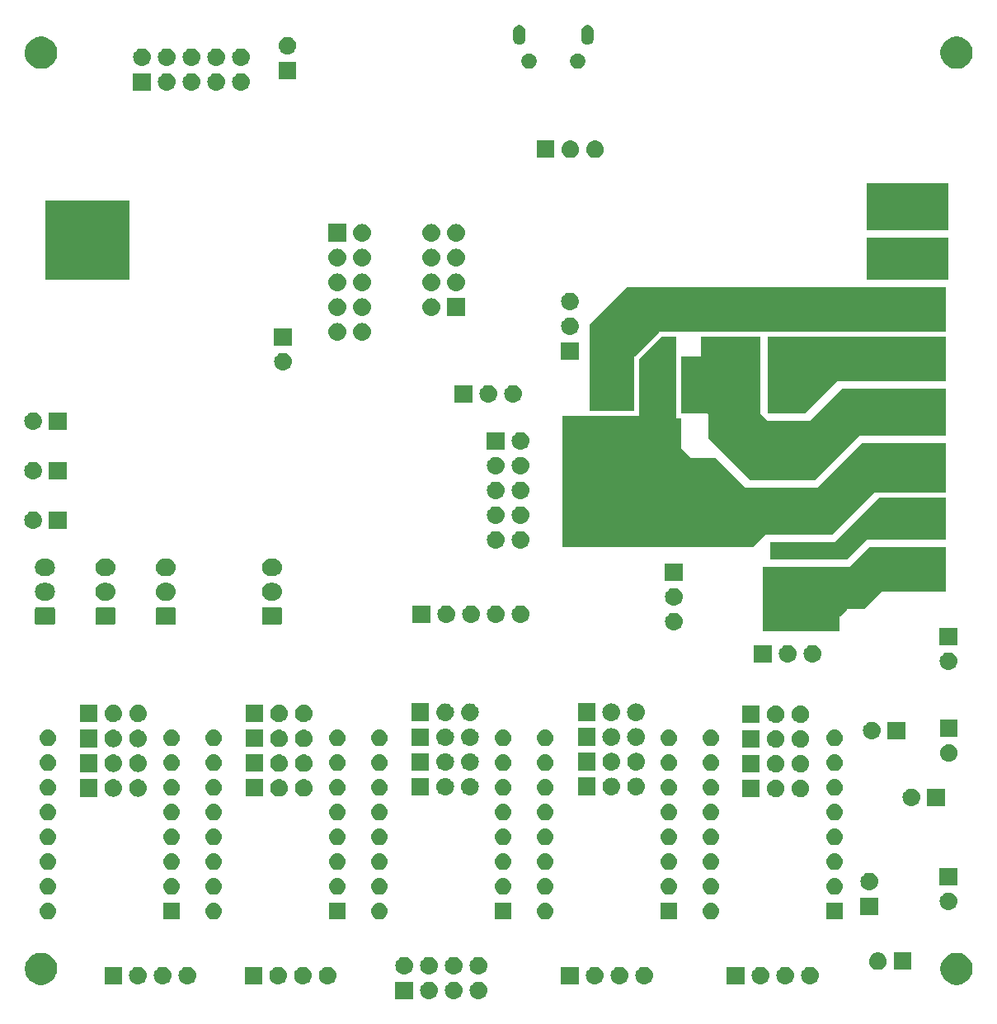
<source format=gbs>
G04 #@! TF.GenerationSoftware,KiCad,Pcbnew,5.0.2-bee76a0~70~ubuntu18.04.1*
G04 #@! TF.CreationDate,2019-11-03T09:41:25+09:00*
G04 #@! TF.ProjectId,MRR_ESPE,4d52525f-4553-4504-952e-6b696361645f,v0.5*
G04 #@! TF.SameCoordinates,Original*
G04 #@! TF.FileFunction,Soldermask,Bot*
G04 #@! TF.FilePolarity,Negative*
%FSLAX46Y46*%
G04 Gerber Fmt 4.6, Leading zero omitted, Abs format (unit mm)*
G04 Created by KiCad (PCBNEW 5.0.2-bee76a0~70~ubuntu18.04.1) date Sun 03 Nov 2019 09:41:25 AM JST*
%MOMM*%
%LPD*%
G01*
G04 APERTURE LIST*
%ADD10C,0.100000*%
G04 APERTURE END LIST*
D10*
G36*
X89010443Y-139313519D02*
X89076627Y-139320037D01*
X89189853Y-139354384D01*
X89246467Y-139371557D01*
X89368485Y-139436778D01*
X89402991Y-139455222D01*
X89438729Y-139484552D01*
X89540186Y-139567814D01*
X89608454Y-139651000D01*
X89652778Y-139705009D01*
X89652779Y-139705011D01*
X89736443Y-139861533D01*
X89736443Y-139861534D01*
X89787963Y-140031373D01*
X89805359Y-140208000D01*
X89787963Y-140384627D01*
X89753616Y-140497853D01*
X89736443Y-140554467D01*
X89662348Y-140693087D01*
X89652778Y-140710991D01*
X89623448Y-140746729D01*
X89540186Y-140848186D01*
X89438729Y-140931448D01*
X89402991Y-140960778D01*
X89402989Y-140960779D01*
X89246467Y-141044443D01*
X89189853Y-141061616D01*
X89076627Y-141095963D01*
X89010443Y-141102481D01*
X88944260Y-141109000D01*
X88855740Y-141109000D01*
X88789557Y-141102481D01*
X88723373Y-141095963D01*
X88610147Y-141061616D01*
X88553533Y-141044443D01*
X88397011Y-140960779D01*
X88397009Y-140960778D01*
X88361271Y-140931448D01*
X88259814Y-140848186D01*
X88176552Y-140746729D01*
X88147222Y-140710991D01*
X88137652Y-140693087D01*
X88063557Y-140554467D01*
X88046384Y-140497853D01*
X88012037Y-140384627D01*
X87994641Y-140208000D01*
X88012037Y-140031373D01*
X88063557Y-139861534D01*
X88063557Y-139861533D01*
X88147221Y-139705011D01*
X88147222Y-139705009D01*
X88191546Y-139651000D01*
X88259814Y-139567814D01*
X88361271Y-139484552D01*
X88397009Y-139455222D01*
X88431515Y-139436778D01*
X88553533Y-139371557D01*
X88610147Y-139354384D01*
X88723373Y-139320037D01*
X88789557Y-139313519D01*
X88855740Y-139307000D01*
X88944260Y-139307000D01*
X89010443Y-139313519D01*
X89010443Y-139313519D01*
G37*
G36*
X83930443Y-139313519D02*
X83996627Y-139320037D01*
X84109853Y-139354384D01*
X84166467Y-139371557D01*
X84288485Y-139436778D01*
X84322991Y-139455222D01*
X84358729Y-139484552D01*
X84460186Y-139567814D01*
X84528454Y-139651000D01*
X84572778Y-139705009D01*
X84572779Y-139705011D01*
X84656443Y-139861533D01*
X84656443Y-139861534D01*
X84707963Y-140031373D01*
X84725359Y-140208000D01*
X84707963Y-140384627D01*
X84673616Y-140497853D01*
X84656443Y-140554467D01*
X84582348Y-140693087D01*
X84572778Y-140710991D01*
X84543448Y-140746729D01*
X84460186Y-140848186D01*
X84358729Y-140931448D01*
X84322991Y-140960778D01*
X84322989Y-140960779D01*
X84166467Y-141044443D01*
X84109853Y-141061616D01*
X83996627Y-141095963D01*
X83930443Y-141102481D01*
X83864260Y-141109000D01*
X83775740Y-141109000D01*
X83709557Y-141102481D01*
X83643373Y-141095963D01*
X83530147Y-141061616D01*
X83473533Y-141044443D01*
X83317011Y-140960779D01*
X83317009Y-140960778D01*
X83281271Y-140931448D01*
X83179814Y-140848186D01*
X83096552Y-140746729D01*
X83067222Y-140710991D01*
X83057652Y-140693087D01*
X82983557Y-140554467D01*
X82966384Y-140497853D01*
X82932037Y-140384627D01*
X82914641Y-140208000D01*
X82932037Y-140031373D01*
X82983557Y-139861534D01*
X82983557Y-139861533D01*
X83067221Y-139705011D01*
X83067222Y-139705009D01*
X83111546Y-139651000D01*
X83179814Y-139567814D01*
X83281271Y-139484552D01*
X83317009Y-139455222D01*
X83351515Y-139436778D01*
X83473533Y-139371557D01*
X83530147Y-139354384D01*
X83643373Y-139320037D01*
X83709557Y-139313519D01*
X83775740Y-139307000D01*
X83864260Y-139307000D01*
X83930443Y-139313519D01*
X83930443Y-139313519D01*
G37*
G36*
X82181000Y-141109000D02*
X80379000Y-141109000D01*
X80379000Y-139307000D01*
X82181000Y-139307000D01*
X82181000Y-141109000D01*
X82181000Y-141109000D01*
G37*
G36*
X86470443Y-139313519D02*
X86536627Y-139320037D01*
X86649853Y-139354384D01*
X86706467Y-139371557D01*
X86828485Y-139436778D01*
X86862991Y-139455222D01*
X86898729Y-139484552D01*
X87000186Y-139567814D01*
X87068454Y-139651000D01*
X87112778Y-139705009D01*
X87112779Y-139705011D01*
X87196443Y-139861533D01*
X87196443Y-139861534D01*
X87247963Y-140031373D01*
X87265359Y-140208000D01*
X87247963Y-140384627D01*
X87213616Y-140497853D01*
X87196443Y-140554467D01*
X87122348Y-140693087D01*
X87112778Y-140710991D01*
X87083448Y-140746729D01*
X87000186Y-140848186D01*
X86898729Y-140931448D01*
X86862991Y-140960778D01*
X86862989Y-140960779D01*
X86706467Y-141044443D01*
X86649853Y-141061616D01*
X86536627Y-141095963D01*
X86470443Y-141102481D01*
X86404260Y-141109000D01*
X86315740Y-141109000D01*
X86249557Y-141102481D01*
X86183373Y-141095963D01*
X86070147Y-141061616D01*
X86013533Y-141044443D01*
X85857011Y-140960779D01*
X85857009Y-140960778D01*
X85821271Y-140931448D01*
X85719814Y-140848186D01*
X85636552Y-140746729D01*
X85607222Y-140710991D01*
X85597652Y-140693087D01*
X85523557Y-140554467D01*
X85506384Y-140497853D01*
X85472037Y-140384627D01*
X85454641Y-140208000D01*
X85472037Y-140031373D01*
X85523557Y-139861534D01*
X85523557Y-139861533D01*
X85607221Y-139705011D01*
X85607222Y-139705009D01*
X85651546Y-139651000D01*
X85719814Y-139567814D01*
X85821271Y-139484552D01*
X85857009Y-139455222D01*
X85891515Y-139436778D01*
X86013533Y-139371557D01*
X86070147Y-139354384D01*
X86183373Y-139320037D01*
X86249557Y-139313519D01*
X86315740Y-139307000D01*
X86404260Y-139307000D01*
X86470443Y-139313519D01*
X86470443Y-139313519D01*
G37*
G36*
X138375256Y-136391298D02*
X138481579Y-136412447D01*
X138782042Y-136536903D01*
X138809401Y-136555184D01*
X139052454Y-136717587D01*
X139282413Y-136947546D01*
X139282415Y-136947549D01*
X139463097Y-137217958D01*
X139587553Y-137518421D01*
X139608702Y-137624744D01*
X139651000Y-137837389D01*
X139651000Y-138162611D01*
X139616205Y-138337534D01*
X139587553Y-138481579D01*
X139576868Y-138507375D01*
X139463098Y-138782040D01*
X139282413Y-139052454D01*
X139052454Y-139282413D01*
X139052451Y-139282415D01*
X138782042Y-139463097D01*
X138481579Y-139587553D01*
X138375256Y-139608702D01*
X138162611Y-139651000D01*
X137837389Y-139651000D01*
X137624744Y-139608702D01*
X137518421Y-139587553D01*
X137217958Y-139463097D01*
X136947549Y-139282415D01*
X136947546Y-139282413D01*
X136717587Y-139052454D01*
X136536902Y-138782040D01*
X136423132Y-138507375D01*
X136412447Y-138481579D01*
X136383795Y-138337534D01*
X136349000Y-138162611D01*
X136349000Y-137837389D01*
X136391298Y-137624744D01*
X136412447Y-137518421D01*
X136536903Y-137217958D01*
X136717585Y-136947549D01*
X136717587Y-136947546D01*
X136947546Y-136717587D01*
X137190599Y-136555184D01*
X137217958Y-136536903D01*
X137518421Y-136412447D01*
X137624744Y-136391298D01*
X137837389Y-136349000D01*
X138162611Y-136349000D01*
X138375256Y-136391298D01*
X138375256Y-136391298D01*
G37*
G36*
X44375256Y-136391298D02*
X44481579Y-136412447D01*
X44782042Y-136536903D01*
X44809401Y-136555184D01*
X45052454Y-136717587D01*
X45282413Y-136947546D01*
X45282415Y-136947549D01*
X45463097Y-137217958D01*
X45587553Y-137518421D01*
X45608702Y-137624744D01*
X45651000Y-137837389D01*
X45651000Y-138162611D01*
X45616205Y-138337534D01*
X45587553Y-138481579D01*
X45576868Y-138507375D01*
X45463098Y-138782040D01*
X45282413Y-139052454D01*
X45052454Y-139282413D01*
X45052451Y-139282415D01*
X44782042Y-139463097D01*
X44481579Y-139587553D01*
X44375256Y-139608702D01*
X44162611Y-139651000D01*
X43837389Y-139651000D01*
X43624744Y-139608702D01*
X43518421Y-139587553D01*
X43217958Y-139463097D01*
X42947549Y-139282415D01*
X42947546Y-139282413D01*
X42717587Y-139052454D01*
X42536902Y-138782040D01*
X42423132Y-138507375D01*
X42412447Y-138481579D01*
X42383795Y-138337534D01*
X42349000Y-138162611D01*
X42349000Y-137837389D01*
X42391298Y-137624744D01*
X42412447Y-137518421D01*
X42536903Y-137217958D01*
X42717585Y-136947549D01*
X42717587Y-136947546D01*
X42947546Y-136717587D01*
X43190599Y-136555184D01*
X43217958Y-136536903D01*
X43518421Y-136412447D01*
X43624744Y-136391298D01*
X43837389Y-136349000D01*
X44162611Y-136349000D01*
X44375256Y-136391298D01*
X44375256Y-136391298D01*
G37*
G36*
X66701000Y-139585000D02*
X64899000Y-139585000D01*
X64899000Y-137783000D01*
X66701000Y-137783000D01*
X66701000Y-139585000D01*
X66701000Y-139585000D01*
G37*
G36*
X116217000Y-139585000D02*
X114415000Y-139585000D01*
X114415000Y-137783000D01*
X116217000Y-137783000D01*
X116217000Y-139585000D01*
X116217000Y-139585000D01*
G37*
G36*
X99199000Y-139585000D02*
X97397000Y-139585000D01*
X97397000Y-137783000D01*
X99199000Y-137783000D01*
X99199000Y-139585000D01*
X99199000Y-139585000D01*
G37*
G36*
X100948443Y-137789519D02*
X101014627Y-137796037D01*
X101127853Y-137830384D01*
X101184467Y-137847557D01*
X101323087Y-137921652D01*
X101340991Y-137931222D01*
X101361614Y-137948147D01*
X101478186Y-138043814D01*
X101561448Y-138145271D01*
X101590778Y-138181009D01*
X101590779Y-138181011D01*
X101674443Y-138337533D01*
X101674443Y-138337534D01*
X101725963Y-138507373D01*
X101743359Y-138684000D01*
X101725963Y-138860627D01*
X101691616Y-138973853D01*
X101674443Y-139030467D01*
X101600348Y-139169087D01*
X101590778Y-139186991D01*
X101561448Y-139222729D01*
X101478186Y-139324186D01*
X101376729Y-139407448D01*
X101340991Y-139436778D01*
X101340989Y-139436779D01*
X101184467Y-139520443D01*
X101127853Y-139537616D01*
X101014627Y-139571963D01*
X100948443Y-139578481D01*
X100882260Y-139585000D01*
X100793740Y-139585000D01*
X100727557Y-139578481D01*
X100661373Y-139571963D01*
X100548147Y-139537616D01*
X100491533Y-139520443D01*
X100335011Y-139436779D01*
X100335009Y-139436778D01*
X100299271Y-139407448D01*
X100197814Y-139324186D01*
X100114552Y-139222729D01*
X100085222Y-139186991D01*
X100075652Y-139169087D01*
X100001557Y-139030467D01*
X99984384Y-138973853D01*
X99950037Y-138860627D01*
X99932641Y-138684000D01*
X99950037Y-138507373D01*
X100001557Y-138337534D01*
X100001557Y-138337533D01*
X100085221Y-138181011D01*
X100085222Y-138181009D01*
X100114552Y-138145271D01*
X100197814Y-138043814D01*
X100314386Y-137948147D01*
X100335009Y-137931222D01*
X100352913Y-137921652D01*
X100491533Y-137847557D01*
X100548147Y-137830384D01*
X100661373Y-137796037D01*
X100727557Y-137789519D01*
X100793740Y-137783000D01*
X100882260Y-137783000D01*
X100948443Y-137789519D01*
X100948443Y-137789519D01*
G37*
G36*
X103488443Y-137789519D02*
X103554627Y-137796037D01*
X103667853Y-137830384D01*
X103724467Y-137847557D01*
X103863087Y-137921652D01*
X103880991Y-137931222D01*
X103901614Y-137948147D01*
X104018186Y-138043814D01*
X104101448Y-138145271D01*
X104130778Y-138181009D01*
X104130779Y-138181011D01*
X104214443Y-138337533D01*
X104214443Y-138337534D01*
X104265963Y-138507373D01*
X104283359Y-138684000D01*
X104265963Y-138860627D01*
X104231616Y-138973853D01*
X104214443Y-139030467D01*
X104140348Y-139169087D01*
X104130778Y-139186991D01*
X104101448Y-139222729D01*
X104018186Y-139324186D01*
X103916729Y-139407448D01*
X103880991Y-139436778D01*
X103880989Y-139436779D01*
X103724467Y-139520443D01*
X103667853Y-139537616D01*
X103554627Y-139571963D01*
X103488443Y-139578481D01*
X103422260Y-139585000D01*
X103333740Y-139585000D01*
X103267557Y-139578481D01*
X103201373Y-139571963D01*
X103088147Y-139537616D01*
X103031533Y-139520443D01*
X102875011Y-139436779D01*
X102875009Y-139436778D01*
X102839271Y-139407448D01*
X102737814Y-139324186D01*
X102654552Y-139222729D01*
X102625222Y-139186991D01*
X102615652Y-139169087D01*
X102541557Y-139030467D01*
X102524384Y-138973853D01*
X102490037Y-138860627D01*
X102472641Y-138684000D01*
X102490037Y-138507373D01*
X102541557Y-138337534D01*
X102541557Y-138337533D01*
X102625221Y-138181011D01*
X102625222Y-138181009D01*
X102654552Y-138145271D01*
X102737814Y-138043814D01*
X102854386Y-137948147D01*
X102875009Y-137931222D01*
X102892913Y-137921652D01*
X103031533Y-137847557D01*
X103088147Y-137830384D01*
X103201373Y-137796037D01*
X103267557Y-137789519D01*
X103333740Y-137783000D01*
X103422260Y-137783000D01*
X103488443Y-137789519D01*
X103488443Y-137789519D01*
G37*
G36*
X106028443Y-137789519D02*
X106094627Y-137796037D01*
X106207853Y-137830384D01*
X106264467Y-137847557D01*
X106403087Y-137921652D01*
X106420991Y-137931222D01*
X106441614Y-137948147D01*
X106558186Y-138043814D01*
X106641448Y-138145271D01*
X106670778Y-138181009D01*
X106670779Y-138181011D01*
X106754443Y-138337533D01*
X106754443Y-138337534D01*
X106805963Y-138507373D01*
X106823359Y-138684000D01*
X106805963Y-138860627D01*
X106771616Y-138973853D01*
X106754443Y-139030467D01*
X106680348Y-139169087D01*
X106670778Y-139186991D01*
X106641448Y-139222729D01*
X106558186Y-139324186D01*
X106456729Y-139407448D01*
X106420991Y-139436778D01*
X106420989Y-139436779D01*
X106264467Y-139520443D01*
X106207853Y-139537616D01*
X106094627Y-139571963D01*
X106028443Y-139578481D01*
X105962260Y-139585000D01*
X105873740Y-139585000D01*
X105807557Y-139578481D01*
X105741373Y-139571963D01*
X105628147Y-139537616D01*
X105571533Y-139520443D01*
X105415011Y-139436779D01*
X105415009Y-139436778D01*
X105379271Y-139407448D01*
X105277814Y-139324186D01*
X105194552Y-139222729D01*
X105165222Y-139186991D01*
X105155652Y-139169087D01*
X105081557Y-139030467D01*
X105064384Y-138973853D01*
X105030037Y-138860627D01*
X105012641Y-138684000D01*
X105030037Y-138507373D01*
X105081557Y-138337534D01*
X105081557Y-138337533D01*
X105165221Y-138181011D01*
X105165222Y-138181009D01*
X105194552Y-138145271D01*
X105277814Y-138043814D01*
X105394386Y-137948147D01*
X105415009Y-137931222D01*
X105432913Y-137921652D01*
X105571533Y-137847557D01*
X105628147Y-137830384D01*
X105741373Y-137796037D01*
X105807557Y-137789519D01*
X105873740Y-137783000D01*
X105962260Y-137783000D01*
X106028443Y-137789519D01*
X106028443Y-137789519D01*
G37*
G36*
X68450443Y-137789519D02*
X68516627Y-137796037D01*
X68629853Y-137830384D01*
X68686467Y-137847557D01*
X68825087Y-137921652D01*
X68842991Y-137931222D01*
X68863614Y-137948147D01*
X68980186Y-138043814D01*
X69063448Y-138145271D01*
X69092778Y-138181009D01*
X69092779Y-138181011D01*
X69176443Y-138337533D01*
X69176443Y-138337534D01*
X69227963Y-138507373D01*
X69245359Y-138684000D01*
X69227963Y-138860627D01*
X69193616Y-138973853D01*
X69176443Y-139030467D01*
X69102348Y-139169087D01*
X69092778Y-139186991D01*
X69063448Y-139222729D01*
X68980186Y-139324186D01*
X68878729Y-139407448D01*
X68842991Y-139436778D01*
X68842989Y-139436779D01*
X68686467Y-139520443D01*
X68629853Y-139537616D01*
X68516627Y-139571963D01*
X68450443Y-139578481D01*
X68384260Y-139585000D01*
X68295740Y-139585000D01*
X68229557Y-139578481D01*
X68163373Y-139571963D01*
X68050147Y-139537616D01*
X67993533Y-139520443D01*
X67837011Y-139436779D01*
X67837009Y-139436778D01*
X67801271Y-139407448D01*
X67699814Y-139324186D01*
X67616552Y-139222729D01*
X67587222Y-139186991D01*
X67577652Y-139169087D01*
X67503557Y-139030467D01*
X67486384Y-138973853D01*
X67452037Y-138860627D01*
X67434641Y-138684000D01*
X67452037Y-138507373D01*
X67503557Y-138337534D01*
X67503557Y-138337533D01*
X67587221Y-138181011D01*
X67587222Y-138181009D01*
X67616552Y-138145271D01*
X67699814Y-138043814D01*
X67816386Y-137948147D01*
X67837009Y-137931222D01*
X67854913Y-137921652D01*
X67993533Y-137847557D01*
X68050147Y-137830384D01*
X68163373Y-137796037D01*
X68229557Y-137789519D01*
X68295740Y-137783000D01*
X68384260Y-137783000D01*
X68450443Y-137789519D01*
X68450443Y-137789519D01*
G37*
G36*
X70990443Y-137789519D02*
X71056627Y-137796037D01*
X71169853Y-137830384D01*
X71226467Y-137847557D01*
X71365087Y-137921652D01*
X71382991Y-137931222D01*
X71403614Y-137948147D01*
X71520186Y-138043814D01*
X71603448Y-138145271D01*
X71632778Y-138181009D01*
X71632779Y-138181011D01*
X71716443Y-138337533D01*
X71716443Y-138337534D01*
X71767963Y-138507373D01*
X71785359Y-138684000D01*
X71767963Y-138860627D01*
X71733616Y-138973853D01*
X71716443Y-139030467D01*
X71642348Y-139169087D01*
X71632778Y-139186991D01*
X71603448Y-139222729D01*
X71520186Y-139324186D01*
X71418729Y-139407448D01*
X71382991Y-139436778D01*
X71382989Y-139436779D01*
X71226467Y-139520443D01*
X71169853Y-139537616D01*
X71056627Y-139571963D01*
X70990443Y-139578481D01*
X70924260Y-139585000D01*
X70835740Y-139585000D01*
X70769557Y-139578481D01*
X70703373Y-139571963D01*
X70590147Y-139537616D01*
X70533533Y-139520443D01*
X70377011Y-139436779D01*
X70377009Y-139436778D01*
X70341271Y-139407448D01*
X70239814Y-139324186D01*
X70156552Y-139222729D01*
X70127222Y-139186991D01*
X70117652Y-139169087D01*
X70043557Y-139030467D01*
X70026384Y-138973853D01*
X69992037Y-138860627D01*
X69974641Y-138684000D01*
X69992037Y-138507373D01*
X70043557Y-138337534D01*
X70043557Y-138337533D01*
X70127221Y-138181011D01*
X70127222Y-138181009D01*
X70156552Y-138145271D01*
X70239814Y-138043814D01*
X70356386Y-137948147D01*
X70377009Y-137931222D01*
X70394913Y-137921652D01*
X70533533Y-137847557D01*
X70590147Y-137830384D01*
X70703373Y-137796037D01*
X70769557Y-137789519D01*
X70835740Y-137783000D01*
X70924260Y-137783000D01*
X70990443Y-137789519D01*
X70990443Y-137789519D01*
G37*
G36*
X52301000Y-139585000D02*
X50499000Y-139585000D01*
X50499000Y-137783000D01*
X52301000Y-137783000D01*
X52301000Y-139585000D01*
X52301000Y-139585000D01*
G37*
G36*
X117966443Y-137789519D02*
X118032627Y-137796037D01*
X118145853Y-137830384D01*
X118202467Y-137847557D01*
X118341087Y-137921652D01*
X118358991Y-137931222D01*
X118379614Y-137948147D01*
X118496186Y-138043814D01*
X118579448Y-138145271D01*
X118608778Y-138181009D01*
X118608779Y-138181011D01*
X118692443Y-138337533D01*
X118692443Y-138337534D01*
X118743963Y-138507373D01*
X118761359Y-138684000D01*
X118743963Y-138860627D01*
X118709616Y-138973853D01*
X118692443Y-139030467D01*
X118618348Y-139169087D01*
X118608778Y-139186991D01*
X118579448Y-139222729D01*
X118496186Y-139324186D01*
X118394729Y-139407448D01*
X118358991Y-139436778D01*
X118358989Y-139436779D01*
X118202467Y-139520443D01*
X118145853Y-139537616D01*
X118032627Y-139571963D01*
X117966443Y-139578481D01*
X117900260Y-139585000D01*
X117811740Y-139585000D01*
X117745557Y-139578481D01*
X117679373Y-139571963D01*
X117566147Y-139537616D01*
X117509533Y-139520443D01*
X117353011Y-139436779D01*
X117353009Y-139436778D01*
X117317271Y-139407448D01*
X117215814Y-139324186D01*
X117132552Y-139222729D01*
X117103222Y-139186991D01*
X117093652Y-139169087D01*
X117019557Y-139030467D01*
X117002384Y-138973853D01*
X116968037Y-138860627D01*
X116950641Y-138684000D01*
X116968037Y-138507373D01*
X117019557Y-138337534D01*
X117019557Y-138337533D01*
X117103221Y-138181011D01*
X117103222Y-138181009D01*
X117132552Y-138145271D01*
X117215814Y-138043814D01*
X117332386Y-137948147D01*
X117353009Y-137931222D01*
X117370913Y-137921652D01*
X117509533Y-137847557D01*
X117566147Y-137830384D01*
X117679373Y-137796037D01*
X117745557Y-137789519D01*
X117811740Y-137783000D01*
X117900260Y-137783000D01*
X117966443Y-137789519D01*
X117966443Y-137789519D01*
G37*
G36*
X54050443Y-137789519D02*
X54116627Y-137796037D01*
X54229853Y-137830384D01*
X54286467Y-137847557D01*
X54425087Y-137921652D01*
X54442991Y-137931222D01*
X54463614Y-137948147D01*
X54580186Y-138043814D01*
X54663448Y-138145271D01*
X54692778Y-138181009D01*
X54692779Y-138181011D01*
X54776443Y-138337533D01*
X54776443Y-138337534D01*
X54827963Y-138507373D01*
X54845359Y-138684000D01*
X54827963Y-138860627D01*
X54793616Y-138973853D01*
X54776443Y-139030467D01*
X54702348Y-139169087D01*
X54692778Y-139186991D01*
X54663448Y-139222729D01*
X54580186Y-139324186D01*
X54478729Y-139407448D01*
X54442991Y-139436778D01*
X54442989Y-139436779D01*
X54286467Y-139520443D01*
X54229853Y-139537616D01*
X54116627Y-139571963D01*
X54050443Y-139578481D01*
X53984260Y-139585000D01*
X53895740Y-139585000D01*
X53829557Y-139578481D01*
X53763373Y-139571963D01*
X53650147Y-139537616D01*
X53593533Y-139520443D01*
X53437011Y-139436779D01*
X53437009Y-139436778D01*
X53401271Y-139407448D01*
X53299814Y-139324186D01*
X53216552Y-139222729D01*
X53187222Y-139186991D01*
X53177652Y-139169087D01*
X53103557Y-139030467D01*
X53086384Y-138973853D01*
X53052037Y-138860627D01*
X53034641Y-138684000D01*
X53052037Y-138507373D01*
X53103557Y-138337534D01*
X53103557Y-138337533D01*
X53187221Y-138181011D01*
X53187222Y-138181009D01*
X53216552Y-138145271D01*
X53299814Y-138043814D01*
X53416386Y-137948147D01*
X53437009Y-137931222D01*
X53454913Y-137921652D01*
X53593533Y-137847557D01*
X53650147Y-137830384D01*
X53763373Y-137796037D01*
X53829557Y-137789519D01*
X53895740Y-137783000D01*
X53984260Y-137783000D01*
X54050443Y-137789519D01*
X54050443Y-137789519D01*
G37*
G36*
X56590443Y-137789519D02*
X56656627Y-137796037D01*
X56769853Y-137830384D01*
X56826467Y-137847557D01*
X56965087Y-137921652D01*
X56982991Y-137931222D01*
X57003614Y-137948147D01*
X57120186Y-138043814D01*
X57203448Y-138145271D01*
X57232778Y-138181009D01*
X57232779Y-138181011D01*
X57316443Y-138337533D01*
X57316443Y-138337534D01*
X57367963Y-138507373D01*
X57385359Y-138684000D01*
X57367963Y-138860627D01*
X57333616Y-138973853D01*
X57316443Y-139030467D01*
X57242348Y-139169087D01*
X57232778Y-139186991D01*
X57203448Y-139222729D01*
X57120186Y-139324186D01*
X57018729Y-139407448D01*
X56982991Y-139436778D01*
X56982989Y-139436779D01*
X56826467Y-139520443D01*
X56769853Y-139537616D01*
X56656627Y-139571963D01*
X56590443Y-139578481D01*
X56524260Y-139585000D01*
X56435740Y-139585000D01*
X56369557Y-139578481D01*
X56303373Y-139571963D01*
X56190147Y-139537616D01*
X56133533Y-139520443D01*
X55977011Y-139436779D01*
X55977009Y-139436778D01*
X55941271Y-139407448D01*
X55839814Y-139324186D01*
X55756552Y-139222729D01*
X55727222Y-139186991D01*
X55717652Y-139169087D01*
X55643557Y-139030467D01*
X55626384Y-138973853D01*
X55592037Y-138860627D01*
X55574641Y-138684000D01*
X55592037Y-138507373D01*
X55643557Y-138337534D01*
X55643557Y-138337533D01*
X55727221Y-138181011D01*
X55727222Y-138181009D01*
X55756552Y-138145271D01*
X55839814Y-138043814D01*
X55956386Y-137948147D01*
X55977009Y-137931222D01*
X55994913Y-137921652D01*
X56133533Y-137847557D01*
X56190147Y-137830384D01*
X56303373Y-137796037D01*
X56369557Y-137789519D01*
X56435740Y-137783000D01*
X56524260Y-137783000D01*
X56590443Y-137789519D01*
X56590443Y-137789519D01*
G37*
G36*
X59130443Y-137789519D02*
X59196627Y-137796037D01*
X59309853Y-137830384D01*
X59366467Y-137847557D01*
X59505087Y-137921652D01*
X59522991Y-137931222D01*
X59543614Y-137948147D01*
X59660186Y-138043814D01*
X59743448Y-138145271D01*
X59772778Y-138181009D01*
X59772779Y-138181011D01*
X59856443Y-138337533D01*
X59856443Y-138337534D01*
X59907963Y-138507373D01*
X59925359Y-138684000D01*
X59907963Y-138860627D01*
X59873616Y-138973853D01*
X59856443Y-139030467D01*
X59782348Y-139169087D01*
X59772778Y-139186991D01*
X59743448Y-139222729D01*
X59660186Y-139324186D01*
X59558729Y-139407448D01*
X59522991Y-139436778D01*
X59522989Y-139436779D01*
X59366467Y-139520443D01*
X59309853Y-139537616D01*
X59196627Y-139571963D01*
X59130443Y-139578481D01*
X59064260Y-139585000D01*
X58975740Y-139585000D01*
X58909557Y-139578481D01*
X58843373Y-139571963D01*
X58730147Y-139537616D01*
X58673533Y-139520443D01*
X58517011Y-139436779D01*
X58517009Y-139436778D01*
X58481271Y-139407448D01*
X58379814Y-139324186D01*
X58296552Y-139222729D01*
X58267222Y-139186991D01*
X58257652Y-139169087D01*
X58183557Y-139030467D01*
X58166384Y-138973853D01*
X58132037Y-138860627D01*
X58114641Y-138684000D01*
X58132037Y-138507373D01*
X58183557Y-138337534D01*
X58183557Y-138337533D01*
X58267221Y-138181011D01*
X58267222Y-138181009D01*
X58296552Y-138145271D01*
X58379814Y-138043814D01*
X58496386Y-137948147D01*
X58517009Y-137931222D01*
X58534913Y-137921652D01*
X58673533Y-137847557D01*
X58730147Y-137830384D01*
X58843373Y-137796037D01*
X58909557Y-137789519D01*
X58975740Y-137783000D01*
X59064260Y-137783000D01*
X59130443Y-137789519D01*
X59130443Y-137789519D01*
G37*
G36*
X123046443Y-137789519D02*
X123112627Y-137796037D01*
X123225853Y-137830384D01*
X123282467Y-137847557D01*
X123421087Y-137921652D01*
X123438991Y-137931222D01*
X123459614Y-137948147D01*
X123576186Y-138043814D01*
X123659448Y-138145271D01*
X123688778Y-138181009D01*
X123688779Y-138181011D01*
X123772443Y-138337533D01*
X123772443Y-138337534D01*
X123823963Y-138507373D01*
X123841359Y-138684000D01*
X123823963Y-138860627D01*
X123789616Y-138973853D01*
X123772443Y-139030467D01*
X123698348Y-139169087D01*
X123688778Y-139186991D01*
X123659448Y-139222729D01*
X123576186Y-139324186D01*
X123474729Y-139407448D01*
X123438991Y-139436778D01*
X123438989Y-139436779D01*
X123282467Y-139520443D01*
X123225853Y-139537616D01*
X123112627Y-139571963D01*
X123046443Y-139578481D01*
X122980260Y-139585000D01*
X122891740Y-139585000D01*
X122825557Y-139578481D01*
X122759373Y-139571963D01*
X122646147Y-139537616D01*
X122589533Y-139520443D01*
X122433011Y-139436779D01*
X122433009Y-139436778D01*
X122397271Y-139407448D01*
X122295814Y-139324186D01*
X122212552Y-139222729D01*
X122183222Y-139186991D01*
X122173652Y-139169087D01*
X122099557Y-139030467D01*
X122082384Y-138973853D01*
X122048037Y-138860627D01*
X122030641Y-138684000D01*
X122048037Y-138507373D01*
X122099557Y-138337534D01*
X122099557Y-138337533D01*
X122183221Y-138181011D01*
X122183222Y-138181009D01*
X122212552Y-138145271D01*
X122295814Y-138043814D01*
X122412386Y-137948147D01*
X122433009Y-137931222D01*
X122450913Y-137921652D01*
X122589533Y-137847557D01*
X122646147Y-137830384D01*
X122759373Y-137796037D01*
X122825557Y-137789519D01*
X122891740Y-137783000D01*
X122980260Y-137783000D01*
X123046443Y-137789519D01*
X123046443Y-137789519D01*
G37*
G36*
X120506443Y-137789519D02*
X120572627Y-137796037D01*
X120685853Y-137830384D01*
X120742467Y-137847557D01*
X120881087Y-137921652D01*
X120898991Y-137931222D01*
X120919614Y-137948147D01*
X121036186Y-138043814D01*
X121119448Y-138145271D01*
X121148778Y-138181009D01*
X121148779Y-138181011D01*
X121232443Y-138337533D01*
X121232443Y-138337534D01*
X121283963Y-138507373D01*
X121301359Y-138684000D01*
X121283963Y-138860627D01*
X121249616Y-138973853D01*
X121232443Y-139030467D01*
X121158348Y-139169087D01*
X121148778Y-139186991D01*
X121119448Y-139222729D01*
X121036186Y-139324186D01*
X120934729Y-139407448D01*
X120898991Y-139436778D01*
X120898989Y-139436779D01*
X120742467Y-139520443D01*
X120685853Y-139537616D01*
X120572627Y-139571963D01*
X120506443Y-139578481D01*
X120440260Y-139585000D01*
X120351740Y-139585000D01*
X120285557Y-139578481D01*
X120219373Y-139571963D01*
X120106147Y-139537616D01*
X120049533Y-139520443D01*
X119893011Y-139436779D01*
X119893009Y-139436778D01*
X119857271Y-139407448D01*
X119755814Y-139324186D01*
X119672552Y-139222729D01*
X119643222Y-139186991D01*
X119633652Y-139169087D01*
X119559557Y-139030467D01*
X119542384Y-138973853D01*
X119508037Y-138860627D01*
X119490641Y-138684000D01*
X119508037Y-138507373D01*
X119559557Y-138337534D01*
X119559557Y-138337533D01*
X119643221Y-138181011D01*
X119643222Y-138181009D01*
X119672552Y-138145271D01*
X119755814Y-138043814D01*
X119872386Y-137948147D01*
X119893009Y-137931222D01*
X119910913Y-137921652D01*
X120049533Y-137847557D01*
X120106147Y-137830384D01*
X120219373Y-137796037D01*
X120285557Y-137789519D01*
X120351740Y-137783000D01*
X120440260Y-137783000D01*
X120506443Y-137789519D01*
X120506443Y-137789519D01*
G37*
G36*
X73530443Y-137789519D02*
X73596627Y-137796037D01*
X73709853Y-137830384D01*
X73766467Y-137847557D01*
X73905087Y-137921652D01*
X73922991Y-137931222D01*
X73943614Y-137948147D01*
X74060186Y-138043814D01*
X74143448Y-138145271D01*
X74172778Y-138181009D01*
X74172779Y-138181011D01*
X74256443Y-138337533D01*
X74256443Y-138337534D01*
X74307963Y-138507373D01*
X74325359Y-138684000D01*
X74307963Y-138860627D01*
X74273616Y-138973853D01*
X74256443Y-139030467D01*
X74182348Y-139169087D01*
X74172778Y-139186991D01*
X74143448Y-139222729D01*
X74060186Y-139324186D01*
X73958729Y-139407448D01*
X73922991Y-139436778D01*
X73922989Y-139436779D01*
X73766467Y-139520443D01*
X73709853Y-139537616D01*
X73596627Y-139571963D01*
X73530443Y-139578481D01*
X73464260Y-139585000D01*
X73375740Y-139585000D01*
X73309557Y-139578481D01*
X73243373Y-139571963D01*
X73130147Y-139537616D01*
X73073533Y-139520443D01*
X72917011Y-139436779D01*
X72917009Y-139436778D01*
X72881271Y-139407448D01*
X72779814Y-139324186D01*
X72696552Y-139222729D01*
X72667222Y-139186991D01*
X72657652Y-139169087D01*
X72583557Y-139030467D01*
X72566384Y-138973853D01*
X72532037Y-138860627D01*
X72514641Y-138684000D01*
X72532037Y-138507373D01*
X72583557Y-138337534D01*
X72583557Y-138337533D01*
X72667221Y-138181011D01*
X72667222Y-138181009D01*
X72696552Y-138145271D01*
X72779814Y-138043814D01*
X72896386Y-137948147D01*
X72917009Y-137931222D01*
X72934913Y-137921652D01*
X73073533Y-137847557D01*
X73130147Y-137830384D01*
X73243373Y-137796037D01*
X73309557Y-137789519D01*
X73375740Y-137783000D01*
X73464260Y-137783000D01*
X73530443Y-137789519D01*
X73530443Y-137789519D01*
G37*
G36*
X81390442Y-136773518D02*
X81456627Y-136780037D01*
X81569853Y-136814384D01*
X81626467Y-136831557D01*
X81765087Y-136905652D01*
X81782991Y-136915222D01*
X81818729Y-136944552D01*
X81920186Y-137027814D01*
X82003448Y-137129271D01*
X82032778Y-137165009D01*
X82032779Y-137165011D01*
X82116443Y-137321533D01*
X82116443Y-137321534D01*
X82167963Y-137491373D01*
X82185359Y-137668000D01*
X82167963Y-137844627D01*
X82167074Y-137847557D01*
X82116443Y-138014467D01*
X82100756Y-138043814D01*
X82032778Y-138170991D01*
X82003448Y-138206729D01*
X81920186Y-138308186D01*
X81818729Y-138391448D01*
X81782991Y-138420778D01*
X81782989Y-138420779D01*
X81626467Y-138504443D01*
X81569853Y-138521616D01*
X81456627Y-138555963D01*
X81390443Y-138562481D01*
X81324260Y-138569000D01*
X81235740Y-138569000D01*
X81169557Y-138562481D01*
X81103373Y-138555963D01*
X80990147Y-138521616D01*
X80933533Y-138504443D01*
X80777011Y-138420779D01*
X80777009Y-138420778D01*
X80741271Y-138391448D01*
X80639814Y-138308186D01*
X80556552Y-138206729D01*
X80527222Y-138170991D01*
X80459244Y-138043814D01*
X80443557Y-138014467D01*
X80392926Y-137847557D01*
X80392037Y-137844627D01*
X80374641Y-137668000D01*
X80392037Y-137491373D01*
X80443557Y-137321534D01*
X80443557Y-137321533D01*
X80527221Y-137165011D01*
X80527222Y-137165009D01*
X80556552Y-137129271D01*
X80639814Y-137027814D01*
X80741271Y-136944552D01*
X80777009Y-136915222D01*
X80794913Y-136905652D01*
X80933533Y-136831557D01*
X80990147Y-136814384D01*
X81103373Y-136780037D01*
X81169558Y-136773518D01*
X81235740Y-136767000D01*
X81324260Y-136767000D01*
X81390442Y-136773518D01*
X81390442Y-136773518D01*
G37*
G36*
X83930442Y-136773518D02*
X83996627Y-136780037D01*
X84109853Y-136814384D01*
X84166467Y-136831557D01*
X84305087Y-136905652D01*
X84322991Y-136915222D01*
X84358729Y-136944552D01*
X84460186Y-137027814D01*
X84543448Y-137129271D01*
X84572778Y-137165009D01*
X84572779Y-137165011D01*
X84656443Y-137321533D01*
X84656443Y-137321534D01*
X84707963Y-137491373D01*
X84725359Y-137668000D01*
X84707963Y-137844627D01*
X84707074Y-137847557D01*
X84656443Y-138014467D01*
X84640756Y-138043814D01*
X84572778Y-138170991D01*
X84543448Y-138206729D01*
X84460186Y-138308186D01*
X84358729Y-138391448D01*
X84322991Y-138420778D01*
X84322989Y-138420779D01*
X84166467Y-138504443D01*
X84109853Y-138521616D01*
X83996627Y-138555963D01*
X83930443Y-138562481D01*
X83864260Y-138569000D01*
X83775740Y-138569000D01*
X83709557Y-138562481D01*
X83643373Y-138555963D01*
X83530147Y-138521616D01*
X83473533Y-138504443D01*
X83317011Y-138420779D01*
X83317009Y-138420778D01*
X83281271Y-138391448D01*
X83179814Y-138308186D01*
X83096552Y-138206729D01*
X83067222Y-138170991D01*
X82999244Y-138043814D01*
X82983557Y-138014467D01*
X82932926Y-137847557D01*
X82932037Y-137844627D01*
X82914641Y-137668000D01*
X82932037Y-137491373D01*
X82983557Y-137321534D01*
X82983557Y-137321533D01*
X83067221Y-137165011D01*
X83067222Y-137165009D01*
X83096552Y-137129271D01*
X83179814Y-137027814D01*
X83281271Y-136944552D01*
X83317009Y-136915222D01*
X83334913Y-136905652D01*
X83473533Y-136831557D01*
X83530147Y-136814384D01*
X83643373Y-136780037D01*
X83709558Y-136773518D01*
X83775740Y-136767000D01*
X83864260Y-136767000D01*
X83930442Y-136773518D01*
X83930442Y-136773518D01*
G37*
G36*
X86470442Y-136773518D02*
X86536627Y-136780037D01*
X86649853Y-136814384D01*
X86706467Y-136831557D01*
X86845087Y-136905652D01*
X86862991Y-136915222D01*
X86898729Y-136944552D01*
X87000186Y-137027814D01*
X87083448Y-137129271D01*
X87112778Y-137165009D01*
X87112779Y-137165011D01*
X87196443Y-137321533D01*
X87196443Y-137321534D01*
X87247963Y-137491373D01*
X87265359Y-137668000D01*
X87247963Y-137844627D01*
X87247074Y-137847557D01*
X87196443Y-138014467D01*
X87180756Y-138043814D01*
X87112778Y-138170991D01*
X87083448Y-138206729D01*
X87000186Y-138308186D01*
X86898729Y-138391448D01*
X86862991Y-138420778D01*
X86862989Y-138420779D01*
X86706467Y-138504443D01*
X86649853Y-138521616D01*
X86536627Y-138555963D01*
X86470443Y-138562481D01*
X86404260Y-138569000D01*
X86315740Y-138569000D01*
X86249557Y-138562481D01*
X86183373Y-138555963D01*
X86070147Y-138521616D01*
X86013533Y-138504443D01*
X85857011Y-138420779D01*
X85857009Y-138420778D01*
X85821271Y-138391448D01*
X85719814Y-138308186D01*
X85636552Y-138206729D01*
X85607222Y-138170991D01*
X85539244Y-138043814D01*
X85523557Y-138014467D01*
X85472926Y-137847557D01*
X85472037Y-137844627D01*
X85454641Y-137668000D01*
X85472037Y-137491373D01*
X85523557Y-137321534D01*
X85523557Y-137321533D01*
X85607221Y-137165011D01*
X85607222Y-137165009D01*
X85636552Y-137129271D01*
X85719814Y-137027814D01*
X85821271Y-136944552D01*
X85857009Y-136915222D01*
X85874913Y-136905652D01*
X86013533Y-136831557D01*
X86070147Y-136814384D01*
X86183373Y-136780037D01*
X86249558Y-136773518D01*
X86315740Y-136767000D01*
X86404260Y-136767000D01*
X86470442Y-136773518D01*
X86470442Y-136773518D01*
G37*
G36*
X89010442Y-136773518D02*
X89076627Y-136780037D01*
X89189853Y-136814384D01*
X89246467Y-136831557D01*
X89385087Y-136905652D01*
X89402991Y-136915222D01*
X89438729Y-136944552D01*
X89540186Y-137027814D01*
X89623448Y-137129271D01*
X89652778Y-137165009D01*
X89652779Y-137165011D01*
X89736443Y-137321533D01*
X89736443Y-137321534D01*
X89787963Y-137491373D01*
X89805359Y-137668000D01*
X89787963Y-137844627D01*
X89787074Y-137847557D01*
X89736443Y-138014467D01*
X89720756Y-138043814D01*
X89652778Y-138170991D01*
X89623448Y-138206729D01*
X89540186Y-138308186D01*
X89438729Y-138391448D01*
X89402991Y-138420778D01*
X89402989Y-138420779D01*
X89246467Y-138504443D01*
X89189853Y-138521616D01*
X89076627Y-138555963D01*
X89010443Y-138562481D01*
X88944260Y-138569000D01*
X88855740Y-138569000D01*
X88789557Y-138562481D01*
X88723373Y-138555963D01*
X88610147Y-138521616D01*
X88553533Y-138504443D01*
X88397011Y-138420779D01*
X88397009Y-138420778D01*
X88361271Y-138391448D01*
X88259814Y-138308186D01*
X88176552Y-138206729D01*
X88147222Y-138170991D01*
X88079244Y-138043814D01*
X88063557Y-138014467D01*
X88012926Y-137847557D01*
X88012037Y-137844627D01*
X87994641Y-137668000D01*
X88012037Y-137491373D01*
X88063557Y-137321534D01*
X88063557Y-137321533D01*
X88147221Y-137165011D01*
X88147222Y-137165009D01*
X88176552Y-137129271D01*
X88259814Y-137027814D01*
X88361271Y-136944552D01*
X88397009Y-136915222D01*
X88414913Y-136905652D01*
X88553533Y-136831557D01*
X88610147Y-136814384D01*
X88723373Y-136780037D01*
X88789558Y-136773518D01*
X88855740Y-136767000D01*
X88944260Y-136767000D01*
X89010442Y-136773518D01*
X89010442Y-136773518D01*
G37*
G36*
X130031732Y-136300888D02*
X130097916Y-136307406D01*
X130211142Y-136341753D01*
X130267756Y-136358926D01*
X130367885Y-136412447D01*
X130424280Y-136442591D01*
X130460018Y-136471921D01*
X130561475Y-136555183D01*
X130644737Y-136656640D01*
X130674067Y-136692378D01*
X130674068Y-136692380D01*
X130757732Y-136848902D01*
X130757732Y-136848903D01*
X130809252Y-137018742D01*
X130826648Y-137195369D01*
X130809252Y-137371996D01*
X130774905Y-137485222D01*
X130757732Y-137541836D01*
X130690295Y-137668000D01*
X130674067Y-137698360D01*
X130644737Y-137734098D01*
X130561475Y-137835555D01*
X130460018Y-137918817D01*
X130424280Y-137948147D01*
X130424278Y-137948148D01*
X130267756Y-138031812D01*
X130211142Y-138048985D01*
X130097916Y-138083332D01*
X130031731Y-138089851D01*
X129965549Y-138096369D01*
X129877029Y-138096369D01*
X129810847Y-138089851D01*
X129744662Y-138083332D01*
X129631436Y-138048985D01*
X129574822Y-138031812D01*
X129418300Y-137948148D01*
X129418298Y-137948147D01*
X129382560Y-137918817D01*
X129281103Y-137835555D01*
X129197841Y-137734098D01*
X129168511Y-137698360D01*
X129152283Y-137668000D01*
X129084846Y-137541836D01*
X129067673Y-137485222D01*
X129033326Y-137371996D01*
X129015930Y-137195369D01*
X129033326Y-137018742D01*
X129084846Y-136848903D01*
X129084846Y-136848902D01*
X129168510Y-136692380D01*
X129168511Y-136692378D01*
X129197841Y-136656640D01*
X129281103Y-136555183D01*
X129382560Y-136471921D01*
X129418298Y-136442591D01*
X129474693Y-136412447D01*
X129574822Y-136358926D01*
X129631436Y-136341753D01*
X129744662Y-136307406D01*
X129810846Y-136300888D01*
X129877029Y-136294369D01*
X129965549Y-136294369D01*
X130031732Y-136300888D01*
X130031732Y-136300888D01*
G37*
G36*
X133362289Y-138096369D02*
X131560289Y-138096369D01*
X131560289Y-136294369D01*
X133362289Y-136294369D01*
X133362289Y-138096369D01*
X133362289Y-138096369D01*
G37*
G36*
X95924821Y-131241313D02*
X95924824Y-131241314D01*
X95924825Y-131241314D01*
X96085239Y-131289975D01*
X96085241Y-131289976D01*
X96085244Y-131289977D01*
X96233078Y-131368995D01*
X96362659Y-131475341D01*
X96469005Y-131604922D01*
X96548023Y-131752756D01*
X96548024Y-131752759D01*
X96548025Y-131752761D01*
X96592824Y-131900443D01*
X96596687Y-131913179D01*
X96613117Y-132080000D01*
X96596687Y-132246821D01*
X96548023Y-132407244D01*
X96469005Y-132555078D01*
X96362659Y-132684659D01*
X96233078Y-132791005D01*
X96085244Y-132870023D01*
X96085241Y-132870024D01*
X96085239Y-132870025D01*
X95924825Y-132918686D01*
X95924824Y-132918686D01*
X95924821Y-132918687D01*
X95799804Y-132931000D01*
X95716196Y-132931000D01*
X95591179Y-132918687D01*
X95591176Y-132918686D01*
X95591175Y-132918686D01*
X95430761Y-132870025D01*
X95430759Y-132870024D01*
X95430756Y-132870023D01*
X95282922Y-132791005D01*
X95153341Y-132684659D01*
X95046995Y-132555078D01*
X94967977Y-132407244D01*
X94919313Y-132246821D01*
X94902883Y-132080000D01*
X94919313Y-131913179D01*
X94923176Y-131900443D01*
X94967975Y-131752761D01*
X94967976Y-131752759D01*
X94967977Y-131752756D01*
X95046995Y-131604922D01*
X95153341Y-131475341D01*
X95282922Y-131368995D01*
X95430756Y-131289977D01*
X95430759Y-131289976D01*
X95430761Y-131289975D01*
X95591175Y-131241314D01*
X95591176Y-131241314D01*
X95591179Y-131241313D01*
X95716196Y-131229000D01*
X95799804Y-131229000D01*
X95924821Y-131241313D01*
X95924821Y-131241313D01*
G37*
G36*
X126327000Y-132931000D02*
X124625000Y-132931000D01*
X124625000Y-131229000D01*
X126327000Y-131229000D01*
X126327000Y-132931000D01*
X126327000Y-132931000D01*
G37*
G36*
X112942821Y-131241313D02*
X112942824Y-131241314D01*
X112942825Y-131241314D01*
X113103239Y-131289975D01*
X113103241Y-131289976D01*
X113103244Y-131289977D01*
X113251078Y-131368995D01*
X113380659Y-131475341D01*
X113487005Y-131604922D01*
X113566023Y-131752756D01*
X113566024Y-131752759D01*
X113566025Y-131752761D01*
X113610824Y-131900443D01*
X113614687Y-131913179D01*
X113631117Y-132080000D01*
X113614687Y-132246821D01*
X113566023Y-132407244D01*
X113487005Y-132555078D01*
X113380659Y-132684659D01*
X113251078Y-132791005D01*
X113103244Y-132870023D01*
X113103241Y-132870024D01*
X113103239Y-132870025D01*
X112942825Y-132918686D01*
X112942824Y-132918686D01*
X112942821Y-132918687D01*
X112817804Y-132931000D01*
X112734196Y-132931000D01*
X112609179Y-132918687D01*
X112609176Y-132918686D01*
X112609175Y-132918686D01*
X112448761Y-132870025D01*
X112448759Y-132870024D01*
X112448756Y-132870023D01*
X112300922Y-132791005D01*
X112171341Y-132684659D01*
X112064995Y-132555078D01*
X111985977Y-132407244D01*
X111937313Y-132246821D01*
X111920883Y-132080000D01*
X111937313Y-131913179D01*
X111941176Y-131900443D01*
X111985975Y-131752761D01*
X111985976Y-131752759D01*
X111985977Y-131752756D01*
X112064995Y-131604922D01*
X112171341Y-131475341D01*
X112300922Y-131368995D01*
X112448756Y-131289977D01*
X112448759Y-131289976D01*
X112448761Y-131289975D01*
X112609175Y-131241314D01*
X112609176Y-131241314D01*
X112609179Y-131241313D01*
X112734196Y-131229000D01*
X112817804Y-131229000D01*
X112942821Y-131241313D01*
X112942821Y-131241313D01*
G37*
G36*
X61888821Y-131241313D02*
X61888824Y-131241314D01*
X61888825Y-131241314D01*
X62049239Y-131289975D01*
X62049241Y-131289976D01*
X62049244Y-131289977D01*
X62197078Y-131368995D01*
X62326659Y-131475341D01*
X62433005Y-131604922D01*
X62512023Y-131752756D01*
X62512024Y-131752759D01*
X62512025Y-131752761D01*
X62556824Y-131900443D01*
X62560687Y-131913179D01*
X62577117Y-132080000D01*
X62560687Y-132246821D01*
X62512023Y-132407244D01*
X62433005Y-132555078D01*
X62326659Y-132684659D01*
X62197078Y-132791005D01*
X62049244Y-132870023D01*
X62049241Y-132870024D01*
X62049239Y-132870025D01*
X61888825Y-132918686D01*
X61888824Y-132918686D01*
X61888821Y-132918687D01*
X61763804Y-132931000D01*
X61680196Y-132931000D01*
X61555179Y-132918687D01*
X61555176Y-132918686D01*
X61555175Y-132918686D01*
X61394761Y-132870025D01*
X61394759Y-132870024D01*
X61394756Y-132870023D01*
X61246922Y-132791005D01*
X61117341Y-132684659D01*
X61010995Y-132555078D01*
X60931977Y-132407244D01*
X60883313Y-132246821D01*
X60866883Y-132080000D01*
X60883313Y-131913179D01*
X60887176Y-131900443D01*
X60931975Y-131752761D01*
X60931976Y-131752759D01*
X60931977Y-131752756D01*
X61010995Y-131604922D01*
X61117341Y-131475341D01*
X61246922Y-131368995D01*
X61394756Y-131289977D01*
X61394759Y-131289976D01*
X61394761Y-131289975D01*
X61555175Y-131241314D01*
X61555176Y-131241314D01*
X61555179Y-131241313D01*
X61680196Y-131229000D01*
X61763804Y-131229000D01*
X61888821Y-131241313D01*
X61888821Y-131241313D01*
G37*
G36*
X92291000Y-132931000D02*
X90589000Y-132931000D01*
X90589000Y-131229000D01*
X92291000Y-131229000D01*
X92291000Y-132931000D01*
X92291000Y-132931000D01*
G37*
G36*
X75273000Y-132931000D02*
X73571000Y-132931000D01*
X73571000Y-131229000D01*
X75273000Y-131229000D01*
X75273000Y-132931000D01*
X75273000Y-132931000D01*
G37*
G36*
X58255000Y-132931000D02*
X56553000Y-132931000D01*
X56553000Y-131229000D01*
X58255000Y-131229000D01*
X58255000Y-132931000D01*
X58255000Y-132931000D01*
G37*
G36*
X78906821Y-131241313D02*
X78906824Y-131241314D01*
X78906825Y-131241314D01*
X79067239Y-131289975D01*
X79067241Y-131289976D01*
X79067244Y-131289977D01*
X79215078Y-131368995D01*
X79344659Y-131475341D01*
X79451005Y-131604922D01*
X79530023Y-131752756D01*
X79530024Y-131752759D01*
X79530025Y-131752761D01*
X79574824Y-131900443D01*
X79578687Y-131913179D01*
X79595117Y-132080000D01*
X79578687Y-132246821D01*
X79530023Y-132407244D01*
X79451005Y-132555078D01*
X79344659Y-132684659D01*
X79215078Y-132791005D01*
X79067244Y-132870023D01*
X79067241Y-132870024D01*
X79067239Y-132870025D01*
X78906825Y-132918686D01*
X78906824Y-132918686D01*
X78906821Y-132918687D01*
X78781804Y-132931000D01*
X78698196Y-132931000D01*
X78573179Y-132918687D01*
X78573176Y-132918686D01*
X78573175Y-132918686D01*
X78412761Y-132870025D01*
X78412759Y-132870024D01*
X78412756Y-132870023D01*
X78264922Y-132791005D01*
X78135341Y-132684659D01*
X78028995Y-132555078D01*
X77949977Y-132407244D01*
X77901313Y-132246821D01*
X77884883Y-132080000D01*
X77901313Y-131913179D01*
X77905176Y-131900443D01*
X77949975Y-131752761D01*
X77949976Y-131752759D01*
X77949977Y-131752756D01*
X78028995Y-131604922D01*
X78135341Y-131475341D01*
X78264922Y-131368995D01*
X78412756Y-131289977D01*
X78412759Y-131289976D01*
X78412761Y-131289975D01*
X78573175Y-131241314D01*
X78573176Y-131241314D01*
X78573179Y-131241313D01*
X78698196Y-131229000D01*
X78781804Y-131229000D01*
X78906821Y-131241313D01*
X78906821Y-131241313D01*
G37*
G36*
X44870821Y-131241313D02*
X44870824Y-131241314D01*
X44870825Y-131241314D01*
X45031239Y-131289975D01*
X45031241Y-131289976D01*
X45031244Y-131289977D01*
X45179078Y-131368995D01*
X45308659Y-131475341D01*
X45415005Y-131604922D01*
X45494023Y-131752756D01*
X45494024Y-131752759D01*
X45494025Y-131752761D01*
X45538824Y-131900443D01*
X45542687Y-131913179D01*
X45559117Y-132080000D01*
X45542687Y-132246821D01*
X45494023Y-132407244D01*
X45415005Y-132555078D01*
X45308659Y-132684659D01*
X45179078Y-132791005D01*
X45031244Y-132870023D01*
X45031241Y-132870024D01*
X45031239Y-132870025D01*
X44870825Y-132918686D01*
X44870824Y-132918686D01*
X44870821Y-132918687D01*
X44745804Y-132931000D01*
X44662196Y-132931000D01*
X44537179Y-132918687D01*
X44537176Y-132918686D01*
X44537175Y-132918686D01*
X44376761Y-132870025D01*
X44376759Y-132870024D01*
X44376756Y-132870023D01*
X44228922Y-132791005D01*
X44099341Y-132684659D01*
X43992995Y-132555078D01*
X43913977Y-132407244D01*
X43865313Y-132246821D01*
X43848883Y-132080000D01*
X43865313Y-131913179D01*
X43869176Y-131900443D01*
X43913975Y-131752761D01*
X43913976Y-131752759D01*
X43913977Y-131752756D01*
X43992995Y-131604922D01*
X44099341Y-131475341D01*
X44228922Y-131368995D01*
X44376756Y-131289977D01*
X44376759Y-131289976D01*
X44376761Y-131289975D01*
X44537175Y-131241314D01*
X44537176Y-131241314D01*
X44537179Y-131241313D01*
X44662196Y-131229000D01*
X44745804Y-131229000D01*
X44870821Y-131241313D01*
X44870821Y-131241313D01*
G37*
G36*
X109309000Y-132931000D02*
X107607000Y-132931000D01*
X107607000Y-131229000D01*
X109309000Y-131229000D01*
X109309000Y-132931000D01*
X109309000Y-132931000D01*
G37*
G36*
X129933000Y-132473000D02*
X128131000Y-132473000D01*
X128131000Y-130671000D01*
X129933000Y-130671000D01*
X129933000Y-132473000D01*
X129933000Y-132473000D01*
G37*
G36*
X137270442Y-130169518D02*
X137336627Y-130176037D01*
X137449853Y-130210384D01*
X137506467Y-130227557D01*
X137550334Y-130251005D01*
X137662991Y-130311222D01*
X137685900Y-130330023D01*
X137800186Y-130423814D01*
X137883448Y-130525271D01*
X137912778Y-130561009D01*
X137912779Y-130561011D01*
X137996443Y-130717533D01*
X137996443Y-130717534D01*
X138047963Y-130887373D01*
X138065359Y-131064000D01*
X138047963Y-131240627D01*
X138032993Y-131289975D01*
X137996443Y-131410467D01*
X137922348Y-131549087D01*
X137912778Y-131566991D01*
X137883448Y-131602729D01*
X137800186Y-131704186D01*
X137698729Y-131787448D01*
X137662991Y-131816778D01*
X137662989Y-131816779D01*
X137506467Y-131900443D01*
X137464494Y-131913175D01*
X137336627Y-131951963D01*
X137270443Y-131958481D01*
X137204260Y-131965000D01*
X137115740Y-131965000D01*
X137049557Y-131958481D01*
X136983373Y-131951963D01*
X136855506Y-131913175D01*
X136813533Y-131900443D01*
X136657011Y-131816779D01*
X136657009Y-131816778D01*
X136621271Y-131787448D01*
X136519814Y-131704186D01*
X136436552Y-131602729D01*
X136407222Y-131566991D01*
X136397652Y-131549087D01*
X136323557Y-131410467D01*
X136287007Y-131289975D01*
X136272037Y-131240627D01*
X136254641Y-131064000D01*
X136272037Y-130887373D01*
X136323557Y-130717534D01*
X136323557Y-130717533D01*
X136407221Y-130561011D01*
X136407222Y-130561009D01*
X136436552Y-130525271D01*
X136519814Y-130423814D01*
X136634100Y-130330023D01*
X136657009Y-130311222D01*
X136769666Y-130251005D01*
X136813533Y-130227557D01*
X136870147Y-130210384D01*
X136983373Y-130176037D01*
X137049558Y-130169518D01*
X137115740Y-130163000D01*
X137204260Y-130163000D01*
X137270442Y-130169518D01*
X137270442Y-130169518D01*
G37*
G36*
X74588821Y-128701313D02*
X74588824Y-128701314D01*
X74588825Y-128701314D01*
X74749239Y-128749975D01*
X74749241Y-128749976D01*
X74749244Y-128749977D01*
X74897078Y-128828995D01*
X75026659Y-128935341D01*
X75133005Y-129064922D01*
X75212023Y-129212756D01*
X75260687Y-129373179D01*
X75277117Y-129540000D01*
X75260687Y-129706821D01*
X75212023Y-129867244D01*
X75133005Y-130015078D01*
X75026659Y-130144659D01*
X74897078Y-130251005D01*
X74749244Y-130330023D01*
X74749241Y-130330024D01*
X74749239Y-130330025D01*
X74588825Y-130378686D01*
X74588824Y-130378686D01*
X74588821Y-130378687D01*
X74463804Y-130391000D01*
X74380196Y-130391000D01*
X74255179Y-130378687D01*
X74255176Y-130378686D01*
X74255175Y-130378686D01*
X74094761Y-130330025D01*
X74094759Y-130330024D01*
X74094756Y-130330023D01*
X73946922Y-130251005D01*
X73817341Y-130144659D01*
X73710995Y-130015078D01*
X73631977Y-129867244D01*
X73583313Y-129706821D01*
X73566883Y-129540000D01*
X73583313Y-129373179D01*
X73631977Y-129212756D01*
X73710995Y-129064922D01*
X73817341Y-128935341D01*
X73946922Y-128828995D01*
X74094756Y-128749977D01*
X74094759Y-128749976D01*
X74094761Y-128749975D01*
X74255175Y-128701314D01*
X74255176Y-128701314D01*
X74255179Y-128701313D01*
X74380196Y-128689000D01*
X74463804Y-128689000D01*
X74588821Y-128701313D01*
X74588821Y-128701313D01*
G37*
G36*
X95924821Y-128701313D02*
X95924824Y-128701314D01*
X95924825Y-128701314D01*
X96085239Y-128749975D01*
X96085241Y-128749976D01*
X96085244Y-128749977D01*
X96233078Y-128828995D01*
X96362659Y-128935341D01*
X96469005Y-129064922D01*
X96548023Y-129212756D01*
X96596687Y-129373179D01*
X96613117Y-129540000D01*
X96596687Y-129706821D01*
X96548023Y-129867244D01*
X96469005Y-130015078D01*
X96362659Y-130144659D01*
X96233078Y-130251005D01*
X96085244Y-130330023D01*
X96085241Y-130330024D01*
X96085239Y-130330025D01*
X95924825Y-130378686D01*
X95924824Y-130378686D01*
X95924821Y-130378687D01*
X95799804Y-130391000D01*
X95716196Y-130391000D01*
X95591179Y-130378687D01*
X95591176Y-130378686D01*
X95591175Y-130378686D01*
X95430761Y-130330025D01*
X95430759Y-130330024D01*
X95430756Y-130330023D01*
X95282922Y-130251005D01*
X95153341Y-130144659D01*
X95046995Y-130015078D01*
X94967977Y-129867244D01*
X94919313Y-129706821D01*
X94902883Y-129540000D01*
X94919313Y-129373179D01*
X94967977Y-129212756D01*
X95046995Y-129064922D01*
X95153341Y-128935341D01*
X95282922Y-128828995D01*
X95430756Y-128749977D01*
X95430759Y-128749976D01*
X95430761Y-128749975D01*
X95591175Y-128701314D01*
X95591176Y-128701314D01*
X95591179Y-128701313D01*
X95716196Y-128689000D01*
X95799804Y-128689000D01*
X95924821Y-128701313D01*
X95924821Y-128701313D01*
G37*
G36*
X61888821Y-128701313D02*
X61888824Y-128701314D01*
X61888825Y-128701314D01*
X62049239Y-128749975D01*
X62049241Y-128749976D01*
X62049244Y-128749977D01*
X62197078Y-128828995D01*
X62326659Y-128935341D01*
X62433005Y-129064922D01*
X62512023Y-129212756D01*
X62560687Y-129373179D01*
X62577117Y-129540000D01*
X62560687Y-129706821D01*
X62512023Y-129867244D01*
X62433005Y-130015078D01*
X62326659Y-130144659D01*
X62197078Y-130251005D01*
X62049244Y-130330023D01*
X62049241Y-130330024D01*
X62049239Y-130330025D01*
X61888825Y-130378686D01*
X61888824Y-130378686D01*
X61888821Y-130378687D01*
X61763804Y-130391000D01*
X61680196Y-130391000D01*
X61555179Y-130378687D01*
X61555176Y-130378686D01*
X61555175Y-130378686D01*
X61394761Y-130330025D01*
X61394759Y-130330024D01*
X61394756Y-130330023D01*
X61246922Y-130251005D01*
X61117341Y-130144659D01*
X61010995Y-130015078D01*
X60931977Y-129867244D01*
X60883313Y-129706821D01*
X60866883Y-129540000D01*
X60883313Y-129373179D01*
X60931977Y-129212756D01*
X61010995Y-129064922D01*
X61117341Y-128935341D01*
X61246922Y-128828995D01*
X61394756Y-128749977D01*
X61394759Y-128749976D01*
X61394761Y-128749975D01*
X61555175Y-128701314D01*
X61555176Y-128701314D01*
X61555179Y-128701313D01*
X61680196Y-128689000D01*
X61763804Y-128689000D01*
X61888821Y-128701313D01*
X61888821Y-128701313D01*
G37*
G36*
X125642821Y-128701313D02*
X125642824Y-128701314D01*
X125642825Y-128701314D01*
X125803239Y-128749975D01*
X125803241Y-128749976D01*
X125803244Y-128749977D01*
X125951078Y-128828995D01*
X126080659Y-128935341D01*
X126187005Y-129064922D01*
X126266023Y-129212756D01*
X126314687Y-129373179D01*
X126331117Y-129540000D01*
X126314687Y-129706821D01*
X126266023Y-129867244D01*
X126187005Y-130015078D01*
X126080659Y-130144659D01*
X125951078Y-130251005D01*
X125803244Y-130330023D01*
X125803241Y-130330024D01*
X125803239Y-130330025D01*
X125642825Y-130378686D01*
X125642824Y-130378686D01*
X125642821Y-130378687D01*
X125517804Y-130391000D01*
X125434196Y-130391000D01*
X125309179Y-130378687D01*
X125309176Y-130378686D01*
X125309175Y-130378686D01*
X125148761Y-130330025D01*
X125148759Y-130330024D01*
X125148756Y-130330023D01*
X125000922Y-130251005D01*
X124871341Y-130144659D01*
X124764995Y-130015078D01*
X124685977Y-129867244D01*
X124637313Y-129706821D01*
X124620883Y-129540000D01*
X124637313Y-129373179D01*
X124685977Y-129212756D01*
X124764995Y-129064922D01*
X124871341Y-128935341D01*
X125000922Y-128828995D01*
X125148756Y-128749977D01*
X125148759Y-128749976D01*
X125148761Y-128749975D01*
X125309175Y-128701314D01*
X125309176Y-128701314D01*
X125309179Y-128701313D01*
X125434196Y-128689000D01*
X125517804Y-128689000D01*
X125642821Y-128701313D01*
X125642821Y-128701313D01*
G37*
G36*
X112942821Y-128701313D02*
X112942824Y-128701314D01*
X112942825Y-128701314D01*
X113103239Y-128749975D01*
X113103241Y-128749976D01*
X113103244Y-128749977D01*
X113251078Y-128828995D01*
X113380659Y-128935341D01*
X113487005Y-129064922D01*
X113566023Y-129212756D01*
X113614687Y-129373179D01*
X113631117Y-129540000D01*
X113614687Y-129706821D01*
X113566023Y-129867244D01*
X113487005Y-130015078D01*
X113380659Y-130144659D01*
X113251078Y-130251005D01*
X113103244Y-130330023D01*
X113103241Y-130330024D01*
X113103239Y-130330025D01*
X112942825Y-130378686D01*
X112942824Y-130378686D01*
X112942821Y-130378687D01*
X112817804Y-130391000D01*
X112734196Y-130391000D01*
X112609179Y-130378687D01*
X112609176Y-130378686D01*
X112609175Y-130378686D01*
X112448761Y-130330025D01*
X112448759Y-130330024D01*
X112448756Y-130330023D01*
X112300922Y-130251005D01*
X112171341Y-130144659D01*
X112064995Y-130015078D01*
X111985977Y-129867244D01*
X111937313Y-129706821D01*
X111920883Y-129540000D01*
X111937313Y-129373179D01*
X111985977Y-129212756D01*
X112064995Y-129064922D01*
X112171341Y-128935341D01*
X112300922Y-128828995D01*
X112448756Y-128749977D01*
X112448759Y-128749976D01*
X112448761Y-128749975D01*
X112609175Y-128701314D01*
X112609176Y-128701314D01*
X112609179Y-128701313D01*
X112734196Y-128689000D01*
X112817804Y-128689000D01*
X112942821Y-128701313D01*
X112942821Y-128701313D01*
G37*
G36*
X108624821Y-128701313D02*
X108624824Y-128701314D01*
X108624825Y-128701314D01*
X108785239Y-128749975D01*
X108785241Y-128749976D01*
X108785244Y-128749977D01*
X108933078Y-128828995D01*
X109062659Y-128935341D01*
X109169005Y-129064922D01*
X109248023Y-129212756D01*
X109296687Y-129373179D01*
X109313117Y-129540000D01*
X109296687Y-129706821D01*
X109248023Y-129867244D01*
X109169005Y-130015078D01*
X109062659Y-130144659D01*
X108933078Y-130251005D01*
X108785244Y-130330023D01*
X108785241Y-130330024D01*
X108785239Y-130330025D01*
X108624825Y-130378686D01*
X108624824Y-130378686D01*
X108624821Y-130378687D01*
X108499804Y-130391000D01*
X108416196Y-130391000D01*
X108291179Y-130378687D01*
X108291176Y-130378686D01*
X108291175Y-130378686D01*
X108130761Y-130330025D01*
X108130759Y-130330024D01*
X108130756Y-130330023D01*
X107982922Y-130251005D01*
X107853341Y-130144659D01*
X107746995Y-130015078D01*
X107667977Y-129867244D01*
X107619313Y-129706821D01*
X107602883Y-129540000D01*
X107619313Y-129373179D01*
X107667977Y-129212756D01*
X107746995Y-129064922D01*
X107853341Y-128935341D01*
X107982922Y-128828995D01*
X108130756Y-128749977D01*
X108130759Y-128749976D01*
X108130761Y-128749975D01*
X108291175Y-128701314D01*
X108291176Y-128701314D01*
X108291179Y-128701313D01*
X108416196Y-128689000D01*
X108499804Y-128689000D01*
X108624821Y-128701313D01*
X108624821Y-128701313D01*
G37*
G36*
X91606821Y-128701313D02*
X91606824Y-128701314D01*
X91606825Y-128701314D01*
X91767239Y-128749975D01*
X91767241Y-128749976D01*
X91767244Y-128749977D01*
X91915078Y-128828995D01*
X92044659Y-128935341D01*
X92151005Y-129064922D01*
X92230023Y-129212756D01*
X92278687Y-129373179D01*
X92295117Y-129540000D01*
X92278687Y-129706821D01*
X92230023Y-129867244D01*
X92151005Y-130015078D01*
X92044659Y-130144659D01*
X91915078Y-130251005D01*
X91767244Y-130330023D01*
X91767241Y-130330024D01*
X91767239Y-130330025D01*
X91606825Y-130378686D01*
X91606824Y-130378686D01*
X91606821Y-130378687D01*
X91481804Y-130391000D01*
X91398196Y-130391000D01*
X91273179Y-130378687D01*
X91273176Y-130378686D01*
X91273175Y-130378686D01*
X91112761Y-130330025D01*
X91112759Y-130330024D01*
X91112756Y-130330023D01*
X90964922Y-130251005D01*
X90835341Y-130144659D01*
X90728995Y-130015078D01*
X90649977Y-129867244D01*
X90601313Y-129706821D01*
X90584883Y-129540000D01*
X90601313Y-129373179D01*
X90649977Y-129212756D01*
X90728995Y-129064922D01*
X90835341Y-128935341D01*
X90964922Y-128828995D01*
X91112756Y-128749977D01*
X91112759Y-128749976D01*
X91112761Y-128749975D01*
X91273175Y-128701314D01*
X91273176Y-128701314D01*
X91273179Y-128701313D01*
X91398196Y-128689000D01*
X91481804Y-128689000D01*
X91606821Y-128701313D01*
X91606821Y-128701313D01*
G37*
G36*
X78906821Y-128701313D02*
X78906824Y-128701314D01*
X78906825Y-128701314D01*
X79067239Y-128749975D01*
X79067241Y-128749976D01*
X79067244Y-128749977D01*
X79215078Y-128828995D01*
X79344659Y-128935341D01*
X79451005Y-129064922D01*
X79530023Y-129212756D01*
X79578687Y-129373179D01*
X79595117Y-129540000D01*
X79578687Y-129706821D01*
X79530023Y-129867244D01*
X79451005Y-130015078D01*
X79344659Y-130144659D01*
X79215078Y-130251005D01*
X79067244Y-130330023D01*
X79067241Y-130330024D01*
X79067239Y-130330025D01*
X78906825Y-130378686D01*
X78906824Y-130378686D01*
X78906821Y-130378687D01*
X78781804Y-130391000D01*
X78698196Y-130391000D01*
X78573179Y-130378687D01*
X78573176Y-130378686D01*
X78573175Y-130378686D01*
X78412761Y-130330025D01*
X78412759Y-130330024D01*
X78412756Y-130330023D01*
X78264922Y-130251005D01*
X78135341Y-130144659D01*
X78028995Y-130015078D01*
X77949977Y-129867244D01*
X77901313Y-129706821D01*
X77884883Y-129540000D01*
X77901313Y-129373179D01*
X77949977Y-129212756D01*
X78028995Y-129064922D01*
X78135341Y-128935341D01*
X78264922Y-128828995D01*
X78412756Y-128749977D01*
X78412759Y-128749976D01*
X78412761Y-128749975D01*
X78573175Y-128701314D01*
X78573176Y-128701314D01*
X78573179Y-128701313D01*
X78698196Y-128689000D01*
X78781804Y-128689000D01*
X78906821Y-128701313D01*
X78906821Y-128701313D01*
G37*
G36*
X57570821Y-128701313D02*
X57570824Y-128701314D01*
X57570825Y-128701314D01*
X57731239Y-128749975D01*
X57731241Y-128749976D01*
X57731244Y-128749977D01*
X57879078Y-128828995D01*
X58008659Y-128935341D01*
X58115005Y-129064922D01*
X58194023Y-129212756D01*
X58242687Y-129373179D01*
X58259117Y-129540000D01*
X58242687Y-129706821D01*
X58194023Y-129867244D01*
X58115005Y-130015078D01*
X58008659Y-130144659D01*
X57879078Y-130251005D01*
X57731244Y-130330023D01*
X57731241Y-130330024D01*
X57731239Y-130330025D01*
X57570825Y-130378686D01*
X57570824Y-130378686D01*
X57570821Y-130378687D01*
X57445804Y-130391000D01*
X57362196Y-130391000D01*
X57237179Y-130378687D01*
X57237176Y-130378686D01*
X57237175Y-130378686D01*
X57076761Y-130330025D01*
X57076759Y-130330024D01*
X57076756Y-130330023D01*
X56928922Y-130251005D01*
X56799341Y-130144659D01*
X56692995Y-130015078D01*
X56613977Y-129867244D01*
X56565313Y-129706821D01*
X56548883Y-129540000D01*
X56565313Y-129373179D01*
X56613977Y-129212756D01*
X56692995Y-129064922D01*
X56799341Y-128935341D01*
X56928922Y-128828995D01*
X57076756Y-128749977D01*
X57076759Y-128749976D01*
X57076761Y-128749975D01*
X57237175Y-128701314D01*
X57237176Y-128701314D01*
X57237179Y-128701313D01*
X57362196Y-128689000D01*
X57445804Y-128689000D01*
X57570821Y-128701313D01*
X57570821Y-128701313D01*
G37*
G36*
X44870821Y-128701313D02*
X44870824Y-128701314D01*
X44870825Y-128701314D01*
X45031239Y-128749975D01*
X45031241Y-128749976D01*
X45031244Y-128749977D01*
X45179078Y-128828995D01*
X45308659Y-128935341D01*
X45415005Y-129064922D01*
X45494023Y-129212756D01*
X45542687Y-129373179D01*
X45559117Y-129540000D01*
X45542687Y-129706821D01*
X45494023Y-129867244D01*
X45415005Y-130015078D01*
X45308659Y-130144659D01*
X45179078Y-130251005D01*
X45031244Y-130330023D01*
X45031241Y-130330024D01*
X45031239Y-130330025D01*
X44870825Y-130378686D01*
X44870824Y-130378686D01*
X44870821Y-130378687D01*
X44745804Y-130391000D01*
X44662196Y-130391000D01*
X44537179Y-130378687D01*
X44537176Y-130378686D01*
X44537175Y-130378686D01*
X44376761Y-130330025D01*
X44376759Y-130330024D01*
X44376756Y-130330023D01*
X44228922Y-130251005D01*
X44099341Y-130144659D01*
X43992995Y-130015078D01*
X43913977Y-129867244D01*
X43865313Y-129706821D01*
X43848883Y-129540000D01*
X43865313Y-129373179D01*
X43913977Y-129212756D01*
X43992995Y-129064922D01*
X44099341Y-128935341D01*
X44228922Y-128828995D01*
X44376756Y-128749977D01*
X44376759Y-128749976D01*
X44376761Y-128749975D01*
X44537175Y-128701314D01*
X44537176Y-128701314D01*
X44537179Y-128701313D01*
X44662196Y-128689000D01*
X44745804Y-128689000D01*
X44870821Y-128701313D01*
X44870821Y-128701313D01*
G37*
G36*
X129142442Y-128137518D02*
X129208627Y-128144037D01*
X129321853Y-128178384D01*
X129378467Y-128195557D01*
X129517087Y-128269652D01*
X129534991Y-128279222D01*
X129570729Y-128308552D01*
X129672186Y-128391814D01*
X129755448Y-128493271D01*
X129784778Y-128529009D01*
X129784779Y-128529011D01*
X129868443Y-128685533D01*
X129873230Y-128701314D01*
X129919963Y-128855373D01*
X129937359Y-129032000D01*
X129919963Y-129208627D01*
X129885616Y-129321853D01*
X129868443Y-129378467D01*
X129843570Y-129425000D01*
X129784778Y-129534991D01*
X129780667Y-129540000D01*
X129672186Y-129672186D01*
X129570729Y-129755448D01*
X129534991Y-129784778D01*
X129534989Y-129784779D01*
X129378467Y-129868443D01*
X129321853Y-129885616D01*
X129208627Y-129919963D01*
X129142442Y-129926482D01*
X129076260Y-129933000D01*
X128987740Y-129933000D01*
X128921558Y-129926482D01*
X128855373Y-129919963D01*
X128742147Y-129885616D01*
X128685533Y-129868443D01*
X128529011Y-129784779D01*
X128529009Y-129784778D01*
X128493271Y-129755448D01*
X128391814Y-129672186D01*
X128283333Y-129540000D01*
X128279222Y-129534991D01*
X128220430Y-129425000D01*
X128195557Y-129378467D01*
X128178384Y-129321853D01*
X128144037Y-129208627D01*
X128126641Y-129032000D01*
X128144037Y-128855373D01*
X128190770Y-128701314D01*
X128195557Y-128685533D01*
X128279221Y-128529011D01*
X128279222Y-128529009D01*
X128308552Y-128493271D01*
X128391814Y-128391814D01*
X128493271Y-128308552D01*
X128529009Y-128279222D01*
X128546913Y-128269652D01*
X128685533Y-128195557D01*
X128742147Y-128178384D01*
X128855373Y-128144037D01*
X128921558Y-128137518D01*
X128987740Y-128131000D01*
X129076260Y-128131000D01*
X129142442Y-128137518D01*
X129142442Y-128137518D01*
G37*
G36*
X138061000Y-129425000D02*
X136259000Y-129425000D01*
X136259000Y-127623000D01*
X138061000Y-127623000D01*
X138061000Y-129425000D01*
X138061000Y-129425000D01*
G37*
G36*
X112942821Y-126161313D02*
X112942824Y-126161314D01*
X112942825Y-126161314D01*
X113103239Y-126209975D01*
X113103241Y-126209976D01*
X113103244Y-126209977D01*
X113251078Y-126288995D01*
X113380659Y-126395341D01*
X113487005Y-126524922D01*
X113566023Y-126672756D01*
X113614687Y-126833179D01*
X113631117Y-127000000D01*
X113614687Y-127166821D01*
X113566023Y-127327244D01*
X113487005Y-127475078D01*
X113380659Y-127604659D01*
X113251078Y-127711005D01*
X113103244Y-127790023D01*
X113103241Y-127790024D01*
X113103239Y-127790025D01*
X112942825Y-127838686D01*
X112942824Y-127838686D01*
X112942821Y-127838687D01*
X112817804Y-127851000D01*
X112734196Y-127851000D01*
X112609179Y-127838687D01*
X112609176Y-127838686D01*
X112609175Y-127838686D01*
X112448761Y-127790025D01*
X112448759Y-127790024D01*
X112448756Y-127790023D01*
X112300922Y-127711005D01*
X112171341Y-127604659D01*
X112064995Y-127475078D01*
X111985977Y-127327244D01*
X111937313Y-127166821D01*
X111920883Y-127000000D01*
X111937313Y-126833179D01*
X111985977Y-126672756D01*
X112064995Y-126524922D01*
X112171341Y-126395341D01*
X112300922Y-126288995D01*
X112448756Y-126209977D01*
X112448759Y-126209976D01*
X112448761Y-126209975D01*
X112609175Y-126161314D01*
X112609176Y-126161314D01*
X112609179Y-126161313D01*
X112734196Y-126149000D01*
X112817804Y-126149000D01*
X112942821Y-126161313D01*
X112942821Y-126161313D01*
G37*
G36*
X125642821Y-126161313D02*
X125642824Y-126161314D01*
X125642825Y-126161314D01*
X125803239Y-126209975D01*
X125803241Y-126209976D01*
X125803244Y-126209977D01*
X125951078Y-126288995D01*
X126080659Y-126395341D01*
X126187005Y-126524922D01*
X126266023Y-126672756D01*
X126314687Y-126833179D01*
X126331117Y-127000000D01*
X126314687Y-127166821D01*
X126266023Y-127327244D01*
X126187005Y-127475078D01*
X126080659Y-127604659D01*
X125951078Y-127711005D01*
X125803244Y-127790023D01*
X125803241Y-127790024D01*
X125803239Y-127790025D01*
X125642825Y-127838686D01*
X125642824Y-127838686D01*
X125642821Y-127838687D01*
X125517804Y-127851000D01*
X125434196Y-127851000D01*
X125309179Y-127838687D01*
X125309176Y-127838686D01*
X125309175Y-127838686D01*
X125148761Y-127790025D01*
X125148759Y-127790024D01*
X125148756Y-127790023D01*
X125000922Y-127711005D01*
X124871341Y-127604659D01*
X124764995Y-127475078D01*
X124685977Y-127327244D01*
X124637313Y-127166821D01*
X124620883Y-127000000D01*
X124637313Y-126833179D01*
X124685977Y-126672756D01*
X124764995Y-126524922D01*
X124871341Y-126395341D01*
X125000922Y-126288995D01*
X125148756Y-126209977D01*
X125148759Y-126209976D01*
X125148761Y-126209975D01*
X125309175Y-126161314D01*
X125309176Y-126161314D01*
X125309179Y-126161313D01*
X125434196Y-126149000D01*
X125517804Y-126149000D01*
X125642821Y-126161313D01*
X125642821Y-126161313D01*
G37*
G36*
X78906821Y-126161313D02*
X78906824Y-126161314D01*
X78906825Y-126161314D01*
X79067239Y-126209975D01*
X79067241Y-126209976D01*
X79067244Y-126209977D01*
X79215078Y-126288995D01*
X79344659Y-126395341D01*
X79451005Y-126524922D01*
X79530023Y-126672756D01*
X79578687Y-126833179D01*
X79595117Y-127000000D01*
X79578687Y-127166821D01*
X79530023Y-127327244D01*
X79451005Y-127475078D01*
X79344659Y-127604659D01*
X79215078Y-127711005D01*
X79067244Y-127790023D01*
X79067241Y-127790024D01*
X79067239Y-127790025D01*
X78906825Y-127838686D01*
X78906824Y-127838686D01*
X78906821Y-127838687D01*
X78781804Y-127851000D01*
X78698196Y-127851000D01*
X78573179Y-127838687D01*
X78573176Y-127838686D01*
X78573175Y-127838686D01*
X78412761Y-127790025D01*
X78412759Y-127790024D01*
X78412756Y-127790023D01*
X78264922Y-127711005D01*
X78135341Y-127604659D01*
X78028995Y-127475078D01*
X77949977Y-127327244D01*
X77901313Y-127166821D01*
X77884883Y-127000000D01*
X77901313Y-126833179D01*
X77949977Y-126672756D01*
X78028995Y-126524922D01*
X78135341Y-126395341D01*
X78264922Y-126288995D01*
X78412756Y-126209977D01*
X78412759Y-126209976D01*
X78412761Y-126209975D01*
X78573175Y-126161314D01*
X78573176Y-126161314D01*
X78573179Y-126161313D01*
X78698196Y-126149000D01*
X78781804Y-126149000D01*
X78906821Y-126161313D01*
X78906821Y-126161313D01*
G37*
G36*
X108624821Y-126161313D02*
X108624824Y-126161314D01*
X108624825Y-126161314D01*
X108785239Y-126209975D01*
X108785241Y-126209976D01*
X108785244Y-126209977D01*
X108933078Y-126288995D01*
X109062659Y-126395341D01*
X109169005Y-126524922D01*
X109248023Y-126672756D01*
X109296687Y-126833179D01*
X109313117Y-127000000D01*
X109296687Y-127166821D01*
X109248023Y-127327244D01*
X109169005Y-127475078D01*
X109062659Y-127604659D01*
X108933078Y-127711005D01*
X108785244Y-127790023D01*
X108785241Y-127790024D01*
X108785239Y-127790025D01*
X108624825Y-127838686D01*
X108624824Y-127838686D01*
X108624821Y-127838687D01*
X108499804Y-127851000D01*
X108416196Y-127851000D01*
X108291179Y-127838687D01*
X108291176Y-127838686D01*
X108291175Y-127838686D01*
X108130761Y-127790025D01*
X108130759Y-127790024D01*
X108130756Y-127790023D01*
X107982922Y-127711005D01*
X107853341Y-127604659D01*
X107746995Y-127475078D01*
X107667977Y-127327244D01*
X107619313Y-127166821D01*
X107602883Y-127000000D01*
X107619313Y-126833179D01*
X107667977Y-126672756D01*
X107746995Y-126524922D01*
X107853341Y-126395341D01*
X107982922Y-126288995D01*
X108130756Y-126209977D01*
X108130759Y-126209976D01*
X108130761Y-126209975D01*
X108291175Y-126161314D01*
X108291176Y-126161314D01*
X108291179Y-126161313D01*
X108416196Y-126149000D01*
X108499804Y-126149000D01*
X108624821Y-126161313D01*
X108624821Y-126161313D01*
G37*
G36*
X91606821Y-126161313D02*
X91606824Y-126161314D01*
X91606825Y-126161314D01*
X91767239Y-126209975D01*
X91767241Y-126209976D01*
X91767244Y-126209977D01*
X91915078Y-126288995D01*
X92044659Y-126395341D01*
X92151005Y-126524922D01*
X92230023Y-126672756D01*
X92278687Y-126833179D01*
X92295117Y-127000000D01*
X92278687Y-127166821D01*
X92230023Y-127327244D01*
X92151005Y-127475078D01*
X92044659Y-127604659D01*
X91915078Y-127711005D01*
X91767244Y-127790023D01*
X91767241Y-127790024D01*
X91767239Y-127790025D01*
X91606825Y-127838686D01*
X91606824Y-127838686D01*
X91606821Y-127838687D01*
X91481804Y-127851000D01*
X91398196Y-127851000D01*
X91273179Y-127838687D01*
X91273176Y-127838686D01*
X91273175Y-127838686D01*
X91112761Y-127790025D01*
X91112759Y-127790024D01*
X91112756Y-127790023D01*
X90964922Y-127711005D01*
X90835341Y-127604659D01*
X90728995Y-127475078D01*
X90649977Y-127327244D01*
X90601313Y-127166821D01*
X90584883Y-127000000D01*
X90601313Y-126833179D01*
X90649977Y-126672756D01*
X90728995Y-126524922D01*
X90835341Y-126395341D01*
X90964922Y-126288995D01*
X91112756Y-126209977D01*
X91112759Y-126209976D01*
X91112761Y-126209975D01*
X91273175Y-126161314D01*
X91273176Y-126161314D01*
X91273179Y-126161313D01*
X91398196Y-126149000D01*
X91481804Y-126149000D01*
X91606821Y-126161313D01*
X91606821Y-126161313D01*
G37*
G36*
X74588821Y-126161313D02*
X74588824Y-126161314D01*
X74588825Y-126161314D01*
X74749239Y-126209975D01*
X74749241Y-126209976D01*
X74749244Y-126209977D01*
X74897078Y-126288995D01*
X75026659Y-126395341D01*
X75133005Y-126524922D01*
X75212023Y-126672756D01*
X75260687Y-126833179D01*
X75277117Y-127000000D01*
X75260687Y-127166821D01*
X75212023Y-127327244D01*
X75133005Y-127475078D01*
X75026659Y-127604659D01*
X74897078Y-127711005D01*
X74749244Y-127790023D01*
X74749241Y-127790024D01*
X74749239Y-127790025D01*
X74588825Y-127838686D01*
X74588824Y-127838686D01*
X74588821Y-127838687D01*
X74463804Y-127851000D01*
X74380196Y-127851000D01*
X74255179Y-127838687D01*
X74255176Y-127838686D01*
X74255175Y-127838686D01*
X74094761Y-127790025D01*
X74094759Y-127790024D01*
X74094756Y-127790023D01*
X73946922Y-127711005D01*
X73817341Y-127604659D01*
X73710995Y-127475078D01*
X73631977Y-127327244D01*
X73583313Y-127166821D01*
X73566883Y-127000000D01*
X73583313Y-126833179D01*
X73631977Y-126672756D01*
X73710995Y-126524922D01*
X73817341Y-126395341D01*
X73946922Y-126288995D01*
X74094756Y-126209977D01*
X74094759Y-126209976D01*
X74094761Y-126209975D01*
X74255175Y-126161314D01*
X74255176Y-126161314D01*
X74255179Y-126161313D01*
X74380196Y-126149000D01*
X74463804Y-126149000D01*
X74588821Y-126161313D01*
X74588821Y-126161313D01*
G37*
G36*
X61888821Y-126161313D02*
X61888824Y-126161314D01*
X61888825Y-126161314D01*
X62049239Y-126209975D01*
X62049241Y-126209976D01*
X62049244Y-126209977D01*
X62197078Y-126288995D01*
X62326659Y-126395341D01*
X62433005Y-126524922D01*
X62512023Y-126672756D01*
X62560687Y-126833179D01*
X62577117Y-127000000D01*
X62560687Y-127166821D01*
X62512023Y-127327244D01*
X62433005Y-127475078D01*
X62326659Y-127604659D01*
X62197078Y-127711005D01*
X62049244Y-127790023D01*
X62049241Y-127790024D01*
X62049239Y-127790025D01*
X61888825Y-127838686D01*
X61888824Y-127838686D01*
X61888821Y-127838687D01*
X61763804Y-127851000D01*
X61680196Y-127851000D01*
X61555179Y-127838687D01*
X61555176Y-127838686D01*
X61555175Y-127838686D01*
X61394761Y-127790025D01*
X61394759Y-127790024D01*
X61394756Y-127790023D01*
X61246922Y-127711005D01*
X61117341Y-127604659D01*
X61010995Y-127475078D01*
X60931977Y-127327244D01*
X60883313Y-127166821D01*
X60866883Y-127000000D01*
X60883313Y-126833179D01*
X60931977Y-126672756D01*
X61010995Y-126524922D01*
X61117341Y-126395341D01*
X61246922Y-126288995D01*
X61394756Y-126209977D01*
X61394759Y-126209976D01*
X61394761Y-126209975D01*
X61555175Y-126161314D01*
X61555176Y-126161314D01*
X61555179Y-126161313D01*
X61680196Y-126149000D01*
X61763804Y-126149000D01*
X61888821Y-126161313D01*
X61888821Y-126161313D01*
G37*
G36*
X57570821Y-126161313D02*
X57570824Y-126161314D01*
X57570825Y-126161314D01*
X57731239Y-126209975D01*
X57731241Y-126209976D01*
X57731244Y-126209977D01*
X57879078Y-126288995D01*
X58008659Y-126395341D01*
X58115005Y-126524922D01*
X58194023Y-126672756D01*
X58242687Y-126833179D01*
X58259117Y-127000000D01*
X58242687Y-127166821D01*
X58194023Y-127327244D01*
X58115005Y-127475078D01*
X58008659Y-127604659D01*
X57879078Y-127711005D01*
X57731244Y-127790023D01*
X57731241Y-127790024D01*
X57731239Y-127790025D01*
X57570825Y-127838686D01*
X57570824Y-127838686D01*
X57570821Y-127838687D01*
X57445804Y-127851000D01*
X57362196Y-127851000D01*
X57237179Y-127838687D01*
X57237176Y-127838686D01*
X57237175Y-127838686D01*
X57076761Y-127790025D01*
X57076759Y-127790024D01*
X57076756Y-127790023D01*
X56928922Y-127711005D01*
X56799341Y-127604659D01*
X56692995Y-127475078D01*
X56613977Y-127327244D01*
X56565313Y-127166821D01*
X56548883Y-127000000D01*
X56565313Y-126833179D01*
X56613977Y-126672756D01*
X56692995Y-126524922D01*
X56799341Y-126395341D01*
X56928922Y-126288995D01*
X57076756Y-126209977D01*
X57076759Y-126209976D01*
X57076761Y-126209975D01*
X57237175Y-126161314D01*
X57237176Y-126161314D01*
X57237179Y-126161313D01*
X57362196Y-126149000D01*
X57445804Y-126149000D01*
X57570821Y-126161313D01*
X57570821Y-126161313D01*
G37*
G36*
X44870821Y-126161313D02*
X44870824Y-126161314D01*
X44870825Y-126161314D01*
X45031239Y-126209975D01*
X45031241Y-126209976D01*
X45031244Y-126209977D01*
X45179078Y-126288995D01*
X45308659Y-126395341D01*
X45415005Y-126524922D01*
X45494023Y-126672756D01*
X45542687Y-126833179D01*
X45559117Y-127000000D01*
X45542687Y-127166821D01*
X45494023Y-127327244D01*
X45415005Y-127475078D01*
X45308659Y-127604659D01*
X45179078Y-127711005D01*
X45031244Y-127790023D01*
X45031241Y-127790024D01*
X45031239Y-127790025D01*
X44870825Y-127838686D01*
X44870824Y-127838686D01*
X44870821Y-127838687D01*
X44745804Y-127851000D01*
X44662196Y-127851000D01*
X44537179Y-127838687D01*
X44537176Y-127838686D01*
X44537175Y-127838686D01*
X44376761Y-127790025D01*
X44376759Y-127790024D01*
X44376756Y-127790023D01*
X44228922Y-127711005D01*
X44099341Y-127604659D01*
X43992995Y-127475078D01*
X43913977Y-127327244D01*
X43865313Y-127166821D01*
X43848883Y-127000000D01*
X43865313Y-126833179D01*
X43913977Y-126672756D01*
X43992995Y-126524922D01*
X44099341Y-126395341D01*
X44228922Y-126288995D01*
X44376756Y-126209977D01*
X44376759Y-126209976D01*
X44376761Y-126209975D01*
X44537175Y-126161314D01*
X44537176Y-126161314D01*
X44537179Y-126161313D01*
X44662196Y-126149000D01*
X44745804Y-126149000D01*
X44870821Y-126161313D01*
X44870821Y-126161313D01*
G37*
G36*
X95924821Y-126161313D02*
X95924824Y-126161314D01*
X95924825Y-126161314D01*
X96085239Y-126209975D01*
X96085241Y-126209976D01*
X96085244Y-126209977D01*
X96233078Y-126288995D01*
X96362659Y-126395341D01*
X96469005Y-126524922D01*
X96548023Y-126672756D01*
X96596687Y-126833179D01*
X96613117Y-127000000D01*
X96596687Y-127166821D01*
X96548023Y-127327244D01*
X96469005Y-127475078D01*
X96362659Y-127604659D01*
X96233078Y-127711005D01*
X96085244Y-127790023D01*
X96085241Y-127790024D01*
X96085239Y-127790025D01*
X95924825Y-127838686D01*
X95924824Y-127838686D01*
X95924821Y-127838687D01*
X95799804Y-127851000D01*
X95716196Y-127851000D01*
X95591179Y-127838687D01*
X95591176Y-127838686D01*
X95591175Y-127838686D01*
X95430761Y-127790025D01*
X95430759Y-127790024D01*
X95430756Y-127790023D01*
X95282922Y-127711005D01*
X95153341Y-127604659D01*
X95046995Y-127475078D01*
X94967977Y-127327244D01*
X94919313Y-127166821D01*
X94902883Y-127000000D01*
X94919313Y-126833179D01*
X94967977Y-126672756D01*
X95046995Y-126524922D01*
X95153341Y-126395341D01*
X95282922Y-126288995D01*
X95430756Y-126209977D01*
X95430759Y-126209976D01*
X95430761Y-126209975D01*
X95591175Y-126161314D01*
X95591176Y-126161314D01*
X95591179Y-126161313D01*
X95716196Y-126149000D01*
X95799804Y-126149000D01*
X95924821Y-126161313D01*
X95924821Y-126161313D01*
G37*
G36*
X95924821Y-123621313D02*
X95924824Y-123621314D01*
X95924825Y-123621314D01*
X96085239Y-123669975D01*
X96085241Y-123669976D01*
X96085244Y-123669977D01*
X96233078Y-123748995D01*
X96362659Y-123855341D01*
X96469005Y-123984922D01*
X96548023Y-124132756D01*
X96596687Y-124293179D01*
X96613117Y-124460000D01*
X96596687Y-124626821D01*
X96548023Y-124787244D01*
X96469005Y-124935078D01*
X96362659Y-125064659D01*
X96233078Y-125171005D01*
X96085244Y-125250023D01*
X96085241Y-125250024D01*
X96085239Y-125250025D01*
X95924825Y-125298686D01*
X95924824Y-125298686D01*
X95924821Y-125298687D01*
X95799804Y-125311000D01*
X95716196Y-125311000D01*
X95591179Y-125298687D01*
X95591176Y-125298686D01*
X95591175Y-125298686D01*
X95430761Y-125250025D01*
X95430759Y-125250024D01*
X95430756Y-125250023D01*
X95282922Y-125171005D01*
X95153341Y-125064659D01*
X95046995Y-124935078D01*
X94967977Y-124787244D01*
X94919313Y-124626821D01*
X94902883Y-124460000D01*
X94919313Y-124293179D01*
X94967977Y-124132756D01*
X95046995Y-123984922D01*
X95153341Y-123855341D01*
X95282922Y-123748995D01*
X95430756Y-123669977D01*
X95430759Y-123669976D01*
X95430761Y-123669975D01*
X95591175Y-123621314D01*
X95591176Y-123621314D01*
X95591179Y-123621313D01*
X95716196Y-123609000D01*
X95799804Y-123609000D01*
X95924821Y-123621313D01*
X95924821Y-123621313D01*
G37*
G36*
X108624821Y-123621313D02*
X108624824Y-123621314D01*
X108624825Y-123621314D01*
X108785239Y-123669975D01*
X108785241Y-123669976D01*
X108785244Y-123669977D01*
X108933078Y-123748995D01*
X109062659Y-123855341D01*
X109169005Y-123984922D01*
X109248023Y-124132756D01*
X109296687Y-124293179D01*
X109313117Y-124460000D01*
X109296687Y-124626821D01*
X109248023Y-124787244D01*
X109169005Y-124935078D01*
X109062659Y-125064659D01*
X108933078Y-125171005D01*
X108785244Y-125250023D01*
X108785241Y-125250024D01*
X108785239Y-125250025D01*
X108624825Y-125298686D01*
X108624824Y-125298686D01*
X108624821Y-125298687D01*
X108499804Y-125311000D01*
X108416196Y-125311000D01*
X108291179Y-125298687D01*
X108291176Y-125298686D01*
X108291175Y-125298686D01*
X108130761Y-125250025D01*
X108130759Y-125250024D01*
X108130756Y-125250023D01*
X107982922Y-125171005D01*
X107853341Y-125064659D01*
X107746995Y-124935078D01*
X107667977Y-124787244D01*
X107619313Y-124626821D01*
X107602883Y-124460000D01*
X107619313Y-124293179D01*
X107667977Y-124132756D01*
X107746995Y-123984922D01*
X107853341Y-123855341D01*
X107982922Y-123748995D01*
X108130756Y-123669977D01*
X108130759Y-123669976D01*
X108130761Y-123669975D01*
X108291175Y-123621314D01*
X108291176Y-123621314D01*
X108291179Y-123621313D01*
X108416196Y-123609000D01*
X108499804Y-123609000D01*
X108624821Y-123621313D01*
X108624821Y-123621313D01*
G37*
G36*
X74588821Y-123621313D02*
X74588824Y-123621314D01*
X74588825Y-123621314D01*
X74749239Y-123669975D01*
X74749241Y-123669976D01*
X74749244Y-123669977D01*
X74897078Y-123748995D01*
X75026659Y-123855341D01*
X75133005Y-123984922D01*
X75212023Y-124132756D01*
X75260687Y-124293179D01*
X75277117Y-124460000D01*
X75260687Y-124626821D01*
X75212023Y-124787244D01*
X75133005Y-124935078D01*
X75026659Y-125064659D01*
X74897078Y-125171005D01*
X74749244Y-125250023D01*
X74749241Y-125250024D01*
X74749239Y-125250025D01*
X74588825Y-125298686D01*
X74588824Y-125298686D01*
X74588821Y-125298687D01*
X74463804Y-125311000D01*
X74380196Y-125311000D01*
X74255179Y-125298687D01*
X74255176Y-125298686D01*
X74255175Y-125298686D01*
X74094761Y-125250025D01*
X74094759Y-125250024D01*
X74094756Y-125250023D01*
X73946922Y-125171005D01*
X73817341Y-125064659D01*
X73710995Y-124935078D01*
X73631977Y-124787244D01*
X73583313Y-124626821D01*
X73566883Y-124460000D01*
X73583313Y-124293179D01*
X73631977Y-124132756D01*
X73710995Y-123984922D01*
X73817341Y-123855341D01*
X73946922Y-123748995D01*
X74094756Y-123669977D01*
X74094759Y-123669976D01*
X74094761Y-123669975D01*
X74255175Y-123621314D01*
X74255176Y-123621314D01*
X74255179Y-123621313D01*
X74380196Y-123609000D01*
X74463804Y-123609000D01*
X74588821Y-123621313D01*
X74588821Y-123621313D01*
G37*
G36*
X44870821Y-123621313D02*
X44870824Y-123621314D01*
X44870825Y-123621314D01*
X45031239Y-123669975D01*
X45031241Y-123669976D01*
X45031244Y-123669977D01*
X45179078Y-123748995D01*
X45308659Y-123855341D01*
X45415005Y-123984922D01*
X45494023Y-124132756D01*
X45542687Y-124293179D01*
X45559117Y-124460000D01*
X45542687Y-124626821D01*
X45494023Y-124787244D01*
X45415005Y-124935078D01*
X45308659Y-125064659D01*
X45179078Y-125171005D01*
X45031244Y-125250023D01*
X45031241Y-125250024D01*
X45031239Y-125250025D01*
X44870825Y-125298686D01*
X44870824Y-125298686D01*
X44870821Y-125298687D01*
X44745804Y-125311000D01*
X44662196Y-125311000D01*
X44537179Y-125298687D01*
X44537176Y-125298686D01*
X44537175Y-125298686D01*
X44376761Y-125250025D01*
X44376759Y-125250024D01*
X44376756Y-125250023D01*
X44228922Y-125171005D01*
X44099341Y-125064659D01*
X43992995Y-124935078D01*
X43913977Y-124787244D01*
X43865313Y-124626821D01*
X43848883Y-124460000D01*
X43865313Y-124293179D01*
X43913977Y-124132756D01*
X43992995Y-123984922D01*
X44099341Y-123855341D01*
X44228922Y-123748995D01*
X44376756Y-123669977D01*
X44376759Y-123669976D01*
X44376761Y-123669975D01*
X44537175Y-123621314D01*
X44537176Y-123621314D01*
X44537179Y-123621313D01*
X44662196Y-123609000D01*
X44745804Y-123609000D01*
X44870821Y-123621313D01*
X44870821Y-123621313D01*
G37*
G36*
X57570821Y-123621313D02*
X57570824Y-123621314D01*
X57570825Y-123621314D01*
X57731239Y-123669975D01*
X57731241Y-123669976D01*
X57731244Y-123669977D01*
X57879078Y-123748995D01*
X58008659Y-123855341D01*
X58115005Y-123984922D01*
X58194023Y-124132756D01*
X58242687Y-124293179D01*
X58259117Y-124460000D01*
X58242687Y-124626821D01*
X58194023Y-124787244D01*
X58115005Y-124935078D01*
X58008659Y-125064659D01*
X57879078Y-125171005D01*
X57731244Y-125250023D01*
X57731241Y-125250024D01*
X57731239Y-125250025D01*
X57570825Y-125298686D01*
X57570824Y-125298686D01*
X57570821Y-125298687D01*
X57445804Y-125311000D01*
X57362196Y-125311000D01*
X57237179Y-125298687D01*
X57237176Y-125298686D01*
X57237175Y-125298686D01*
X57076761Y-125250025D01*
X57076759Y-125250024D01*
X57076756Y-125250023D01*
X56928922Y-125171005D01*
X56799341Y-125064659D01*
X56692995Y-124935078D01*
X56613977Y-124787244D01*
X56565313Y-124626821D01*
X56548883Y-124460000D01*
X56565313Y-124293179D01*
X56613977Y-124132756D01*
X56692995Y-123984922D01*
X56799341Y-123855341D01*
X56928922Y-123748995D01*
X57076756Y-123669977D01*
X57076759Y-123669976D01*
X57076761Y-123669975D01*
X57237175Y-123621314D01*
X57237176Y-123621314D01*
X57237179Y-123621313D01*
X57362196Y-123609000D01*
X57445804Y-123609000D01*
X57570821Y-123621313D01*
X57570821Y-123621313D01*
G37*
G36*
X91606821Y-123621313D02*
X91606824Y-123621314D01*
X91606825Y-123621314D01*
X91767239Y-123669975D01*
X91767241Y-123669976D01*
X91767244Y-123669977D01*
X91915078Y-123748995D01*
X92044659Y-123855341D01*
X92151005Y-123984922D01*
X92230023Y-124132756D01*
X92278687Y-124293179D01*
X92295117Y-124460000D01*
X92278687Y-124626821D01*
X92230023Y-124787244D01*
X92151005Y-124935078D01*
X92044659Y-125064659D01*
X91915078Y-125171005D01*
X91767244Y-125250023D01*
X91767241Y-125250024D01*
X91767239Y-125250025D01*
X91606825Y-125298686D01*
X91606824Y-125298686D01*
X91606821Y-125298687D01*
X91481804Y-125311000D01*
X91398196Y-125311000D01*
X91273179Y-125298687D01*
X91273176Y-125298686D01*
X91273175Y-125298686D01*
X91112761Y-125250025D01*
X91112759Y-125250024D01*
X91112756Y-125250023D01*
X90964922Y-125171005D01*
X90835341Y-125064659D01*
X90728995Y-124935078D01*
X90649977Y-124787244D01*
X90601313Y-124626821D01*
X90584883Y-124460000D01*
X90601313Y-124293179D01*
X90649977Y-124132756D01*
X90728995Y-123984922D01*
X90835341Y-123855341D01*
X90964922Y-123748995D01*
X91112756Y-123669977D01*
X91112759Y-123669976D01*
X91112761Y-123669975D01*
X91273175Y-123621314D01*
X91273176Y-123621314D01*
X91273179Y-123621313D01*
X91398196Y-123609000D01*
X91481804Y-123609000D01*
X91606821Y-123621313D01*
X91606821Y-123621313D01*
G37*
G36*
X78906821Y-123621313D02*
X78906824Y-123621314D01*
X78906825Y-123621314D01*
X79067239Y-123669975D01*
X79067241Y-123669976D01*
X79067244Y-123669977D01*
X79215078Y-123748995D01*
X79344659Y-123855341D01*
X79451005Y-123984922D01*
X79530023Y-124132756D01*
X79578687Y-124293179D01*
X79595117Y-124460000D01*
X79578687Y-124626821D01*
X79530023Y-124787244D01*
X79451005Y-124935078D01*
X79344659Y-125064659D01*
X79215078Y-125171005D01*
X79067244Y-125250023D01*
X79067241Y-125250024D01*
X79067239Y-125250025D01*
X78906825Y-125298686D01*
X78906824Y-125298686D01*
X78906821Y-125298687D01*
X78781804Y-125311000D01*
X78698196Y-125311000D01*
X78573179Y-125298687D01*
X78573176Y-125298686D01*
X78573175Y-125298686D01*
X78412761Y-125250025D01*
X78412759Y-125250024D01*
X78412756Y-125250023D01*
X78264922Y-125171005D01*
X78135341Y-125064659D01*
X78028995Y-124935078D01*
X77949977Y-124787244D01*
X77901313Y-124626821D01*
X77884883Y-124460000D01*
X77901313Y-124293179D01*
X77949977Y-124132756D01*
X78028995Y-123984922D01*
X78135341Y-123855341D01*
X78264922Y-123748995D01*
X78412756Y-123669977D01*
X78412759Y-123669976D01*
X78412761Y-123669975D01*
X78573175Y-123621314D01*
X78573176Y-123621314D01*
X78573179Y-123621313D01*
X78698196Y-123609000D01*
X78781804Y-123609000D01*
X78906821Y-123621313D01*
X78906821Y-123621313D01*
G37*
G36*
X112942821Y-123621313D02*
X112942824Y-123621314D01*
X112942825Y-123621314D01*
X113103239Y-123669975D01*
X113103241Y-123669976D01*
X113103244Y-123669977D01*
X113251078Y-123748995D01*
X113380659Y-123855341D01*
X113487005Y-123984922D01*
X113566023Y-124132756D01*
X113614687Y-124293179D01*
X113631117Y-124460000D01*
X113614687Y-124626821D01*
X113566023Y-124787244D01*
X113487005Y-124935078D01*
X113380659Y-125064659D01*
X113251078Y-125171005D01*
X113103244Y-125250023D01*
X113103241Y-125250024D01*
X113103239Y-125250025D01*
X112942825Y-125298686D01*
X112942824Y-125298686D01*
X112942821Y-125298687D01*
X112817804Y-125311000D01*
X112734196Y-125311000D01*
X112609179Y-125298687D01*
X112609176Y-125298686D01*
X112609175Y-125298686D01*
X112448761Y-125250025D01*
X112448759Y-125250024D01*
X112448756Y-125250023D01*
X112300922Y-125171005D01*
X112171341Y-125064659D01*
X112064995Y-124935078D01*
X111985977Y-124787244D01*
X111937313Y-124626821D01*
X111920883Y-124460000D01*
X111937313Y-124293179D01*
X111985977Y-124132756D01*
X112064995Y-123984922D01*
X112171341Y-123855341D01*
X112300922Y-123748995D01*
X112448756Y-123669977D01*
X112448759Y-123669976D01*
X112448761Y-123669975D01*
X112609175Y-123621314D01*
X112609176Y-123621314D01*
X112609179Y-123621313D01*
X112734196Y-123609000D01*
X112817804Y-123609000D01*
X112942821Y-123621313D01*
X112942821Y-123621313D01*
G37*
G36*
X125642821Y-123621313D02*
X125642824Y-123621314D01*
X125642825Y-123621314D01*
X125803239Y-123669975D01*
X125803241Y-123669976D01*
X125803244Y-123669977D01*
X125951078Y-123748995D01*
X126080659Y-123855341D01*
X126187005Y-123984922D01*
X126266023Y-124132756D01*
X126314687Y-124293179D01*
X126331117Y-124460000D01*
X126314687Y-124626821D01*
X126266023Y-124787244D01*
X126187005Y-124935078D01*
X126080659Y-125064659D01*
X125951078Y-125171005D01*
X125803244Y-125250023D01*
X125803241Y-125250024D01*
X125803239Y-125250025D01*
X125642825Y-125298686D01*
X125642824Y-125298686D01*
X125642821Y-125298687D01*
X125517804Y-125311000D01*
X125434196Y-125311000D01*
X125309179Y-125298687D01*
X125309176Y-125298686D01*
X125309175Y-125298686D01*
X125148761Y-125250025D01*
X125148759Y-125250024D01*
X125148756Y-125250023D01*
X125000922Y-125171005D01*
X124871341Y-125064659D01*
X124764995Y-124935078D01*
X124685977Y-124787244D01*
X124637313Y-124626821D01*
X124620883Y-124460000D01*
X124637313Y-124293179D01*
X124685977Y-124132756D01*
X124764995Y-123984922D01*
X124871341Y-123855341D01*
X125000922Y-123748995D01*
X125148756Y-123669977D01*
X125148759Y-123669976D01*
X125148761Y-123669975D01*
X125309175Y-123621314D01*
X125309176Y-123621314D01*
X125309179Y-123621313D01*
X125434196Y-123609000D01*
X125517804Y-123609000D01*
X125642821Y-123621313D01*
X125642821Y-123621313D01*
G37*
G36*
X61888821Y-123621313D02*
X61888824Y-123621314D01*
X61888825Y-123621314D01*
X62049239Y-123669975D01*
X62049241Y-123669976D01*
X62049244Y-123669977D01*
X62197078Y-123748995D01*
X62326659Y-123855341D01*
X62433005Y-123984922D01*
X62512023Y-124132756D01*
X62560687Y-124293179D01*
X62577117Y-124460000D01*
X62560687Y-124626821D01*
X62512023Y-124787244D01*
X62433005Y-124935078D01*
X62326659Y-125064659D01*
X62197078Y-125171005D01*
X62049244Y-125250023D01*
X62049241Y-125250024D01*
X62049239Y-125250025D01*
X61888825Y-125298686D01*
X61888824Y-125298686D01*
X61888821Y-125298687D01*
X61763804Y-125311000D01*
X61680196Y-125311000D01*
X61555179Y-125298687D01*
X61555176Y-125298686D01*
X61555175Y-125298686D01*
X61394761Y-125250025D01*
X61394759Y-125250024D01*
X61394756Y-125250023D01*
X61246922Y-125171005D01*
X61117341Y-125064659D01*
X61010995Y-124935078D01*
X60931977Y-124787244D01*
X60883313Y-124626821D01*
X60866883Y-124460000D01*
X60883313Y-124293179D01*
X60931977Y-124132756D01*
X61010995Y-123984922D01*
X61117341Y-123855341D01*
X61246922Y-123748995D01*
X61394756Y-123669977D01*
X61394759Y-123669976D01*
X61394761Y-123669975D01*
X61555175Y-123621314D01*
X61555176Y-123621314D01*
X61555179Y-123621313D01*
X61680196Y-123609000D01*
X61763804Y-123609000D01*
X61888821Y-123621313D01*
X61888821Y-123621313D01*
G37*
G36*
X74588821Y-121081313D02*
X74588824Y-121081314D01*
X74588825Y-121081314D01*
X74749239Y-121129975D01*
X74749241Y-121129976D01*
X74749244Y-121129977D01*
X74897078Y-121208995D01*
X75026659Y-121315341D01*
X75133005Y-121444922D01*
X75212023Y-121592756D01*
X75260687Y-121753179D01*
X75277117Y-121920000D01*
X75260687Y-122086821D01*
X75212023Y-122247244D01*
X75133005Y-122395078D01*
X75026659Y-122524659D01*
X74897078Y-122631005D01*
X74749244Y-122710023D01*
X74749241Y-122710024D01*
X74749239Y-122710025D01*
X74588825Y-122758686D01*
X74588824Y-122758686D01*
X74588821Y-122758687D01*
X74463804Y-122771000D01*
X74380196Y-122771000D01*
X74255179Y-122758687D01*
X74255176Y-122758686D01*
X74255175Y-122758686D01*
X74094761Y-122710025D01*
X74094759Y-122710024D01*
X74094756Y-122710023D01*
X73946922Y-122631005D01*
X73817341Y-122524659D01*
X73710995Y-122395078D01*
X73631977Y-122247244D01*
X73583313Y-122086821D01*
X73566883Y-121920000D01*
X73583313Y-121753179D01*
X73631977Y-121592756D01*
X73710995Y-121444922D01*
X73817341Y-121315341D01*
X73946922Y-121208995D01*
X74094756Y-121129977D01*
X74094759Y-121129976D01*
X74094761Y-121129975D01*
X74255175Y-121081314D01*
X74255176Y-121081314D01*
X74255179Y-121081313D01*
X74380196Y-121069000D01*
X74463804Y-121069000D01*
X74588821Y-121081313D01*
X74588821Y-121081313D01*
G37*
G36*
X95924821Y-121081313D02*
X95924824Y-121081314D01*
X95924825Y-121081314D01*
X96085239Y-121129975D01*
X96085241Y-121129976D01*
X96085244Y-121129977D01*
X96233078Y-121208995D01*
X96362659Y-121315341D01*
X96469005Y-121444922D01*
X96548023Y-121592756D01*
X96596687Y-121753179D01*
X96613117Y-121920000D01*
X96596687Y-122086821D01*
X96548023Y-122247244D01*
X96469005Y-122395078D01*
X96362659Y-122524659D01*
X96233078Y-122631005D01*
X96085244Y-122710023D01*
X96085241Y-122710024D01*
X96085239Y-122710025D01*
X95924825Y-122758686D01*
X95924824Y-122758686D01*
X95924821Y-122758687D01*
X95799804Y-122771000D01*
X95716196Y-122771000D01*
X95591179Y-122758687D01*
X95591176Y-122758686D01*
X95591175Y-122758686D01*
X95430761Y-122710025D01*
X95430759Y-122710024D01*
X95430756Y-122710023D01*
X95282922Y-122631005D01*
X95153341Y-122524659D01*
X95046995Y-122395078D01*
X94967977Y-122247244D01*
X94919313Y-122086821D01*
X94902883Y-121920000D01*
X94919313Y-121753179D01*
X94967977Y-121592756D01*
X95046995Y-121444922D01*
X95153341Y-121315341D01*
X95282922Y-121208995D01*
X95430756Y-121129977D01*
X95430759Y-121129976D01*
X95430761Y-121129975D01*
X95591175Y-121081314D01*
X95591176Y-121081314D01*
X95591179Y-121081313D01*
X95716196Y-121069000D01*
X95799804Y-121069000D01*
X95924821Y-121081313D01*
X95924821Y-121081313D01*
G37*
G36*
X91606821Y-121081313D02*
X91606824Y-121081314D01*
X91606825Y-121081314D01*
X91767239Y-121129975D01*
X91767241Y-121129976D01*
X91767244Y-121129977D01*
X91915078Y-121208995D01*
X92044659Y-121315341D01*
X92151005Y-121444922D01*
X92230023Y-121592756D01*
X92278687Y-121753179D01*
X92295117Y-121920000D01*
X92278687Y-122086821D01*
X92230023Y-122247244D01*
X92151005Y-122395078D01*
X92044659Y-122524659D01*
X91915078Y-122631005D01*
X91767244Y-122710023D01*
X91767241Y-122710024D01*
X91767239Y-122710025D01*
X91606825Y-122758686D01*
X91606824Y-122758686D01*
X91606821Y-122758687D01*
X91481804Y-122771000D01*
X91398196Y-122771000D01*
X91273179Y-122758687D01*
X91273176Y-122758686D01*
X91273175Y-122758686D01*
X91112761Y-122710025D01*
X91112759Y-122710024D01*
X91112756Y-122710023D01*
X90964922Y-122631005D01*
X90835341Y-122524659D01*
X90728995Y-122395078D01*
X90649977Y-122247244D01*
X90601313Y-122086821D01*
X90584883Y-121920000D01*
X90601313Y-121753179D01*
X90649977Y-121592756D01*
X90728995Y-121444922D01*
X90835341Y-121315341D01*
X90964922Y-121208995D01*
X91112756Y-121129977D01*
X91112759Y-121129976D01*
X91112761Y-121129975D01*
X91273175Y-121081314D01*
X91273176Y-121081314D01*
X91273179Y-121081313D01*
X91398196Y-121069000D01*
X91481804Y-121069000D01*
X91606821Y-121081313D01*
X91606821Y-121081313D01*
G37*
G36*
X44870821Y-121081313D02*
X44870824Y-121081314D01*
X44870825Y-121081314D01*
X45031239Y-121129975D01*
X45031241Y-121129976D01*
X45031244Y-121129977D01*
X45179078Y-121208995D01*
X45308659Y-121315341D01*
X45415005Y-121444922D01*
X45494023Y-121592756D01*
X45542687Y-121753179D01*
X45559117Y-121920000D01*
X45542687Y-122086821D01*
X45494023Y-122247244D01*
X45415005Y-122395078D01*
X45308659Y-122524659D01*
X45179078Y-122631005D01*
X45031244Y-122710023D01*
X45031241Y-122710024D01*
X45031239Y-122710025D01*
X44870825Y-122758686D01*
X44870824Y-122758686D01*
X44870821Y-122758687D01*
X44745804Y-122771000D01*
X44662196Y-122771000D01*
X44537179Y-122758687D01*
X44537176Y-122758686D01*
X44537175Y-122758686D01*
X44376761Y-122710025D01*
X44376759Y-122710024D01*
X44376756Y-122710023D01*
X44228922Y-122631005D01*
X44099341Y-122524659D01*
X43992995Y-122395078D01*
X43913977Y-122247244D01*
X43865313Y-122086821D01*
X43848883Y-121920000D01*
X43865313Y-121753179D01*
X43913977Y-121592756D01*
X43992995Y-121444922D01*
X44099341Y-121315341D01*
X44228922Y-121208995D01*
X44376756Y-121129977D01*
X44376759Y-121129976D01*
X44376761Y-121129975D01*
X44537175Y-121081314D01*
X44537176Y-121081314D01*
X44537179Y-121081313D01*
X44662196Y-121069000D01*
X44745804Y-121069000D01*
X44870821Y-121081313D01*
X44870821Y-121081313D01*
G37*
G36*
X57570821Y-121081313D02*
X57570824Y-121081314D01*
X57570825Y-121081314D01*
X57731239Y-121129975D01*
X57731241Y-121129976D01*
X57731244Y-121129977D01*
X57879078Y-121208995D01*
X58008659Y-121315341D01*
X58115005Y-121444922D01*
X58194023Y-121592756D01*
X58242687Y-121753179D01*
X58259117Y-121920000D01*
X58242687Y-122086821D01*
X58194023Y-122247244D01*
X58115005Y-122395078D01*
X58008659Y-122524659D01*
X57879078Y-122631005D01*
X57731244Y-122710023D01*
X57731241Y-122710024D01*
X57731239Y-122710025D01*
X57570825Y-122758686D01*
X57570824Y-122758686D01*
X57570821Y-122758687D01*
X57445804Y-122771000D01*
X57362196Y-122771000D01*
X57237179Y-122758687D01*
X57237176Y-122758686D01*
X57237175Y-122758686D01*
X57076761Y-122710025D01*
X57076759Y-122710024D01*
X57076756Y-122710023D01*
X56928922Y-122631005D01*
X56799341Y-122524659D01*
X56692995Y-122395078D01*
X56613977Y-122247244D01*
X56565313Y-122086821D01*
X56548883Y-121920000D01*
X56565313Y-121753179D01*
X56613977Y-121592756D01*
X56692995Y-121444922D01*
X56799341Y-121315341D01*
X56928922Y-121208995D01*
X57076756Y-121129977D01*
X57076759Y-121129976D01*
X57076761Y-121129975D01*
X57237175Y-121081314D01*
X57237176Y-121081314D01*
X57237179Y-121081313D01*
X57362196Y-121069000D01*
X57445804Y-121069000D01*
X57570821Y-121081313D01*
X57570821Y-121081313D01*
G37*
G36*
X78906821Y-121081313D02*
X78906824Y-121081314D01*
X78906825Y-121081314D01*
X79067239Y-121129975D01*
X79067241Y-121129976D01*
X79067244Y-121129977D01*
X79215078Y-121208995D01*
X79344659Y-121315341D01*
X79451005Y-121444922D01*
X79530023Y-121592756D01*
X79578687Y-121753179D01*
X79595117Y-121920000D01*
X79578687Y-122086821D01*
X79530023Y-122247244D01*
X79451005Y-122395078D01*
X79344659Y-122524659D01*
X79215078Y-122631005D01*
X79067244Y-122710023D01*
X79067241Y-122710024D01*
X79067239Y-122710025D01*
X78906825Y-122758686D01*
X78906824Y-122758686D01*
X78906821Y-122758687D01*
X78781804Y-122771000D01*
X78698196Y-122771000D01*
X78573179Y-122758687D01*
X78573176Y-122758686D01*
X78573175Y-122758686D01*
X78412761Y-122710025D01*
X78412759Y-122710024D01*
X78412756Y-122710023D01*
X78264922Y-122631005D01*
X78135341Y-122524659D01*
X78028995Y-122395078D01*
X77949977Y-122247244D01*
X77901313Y-122086821D01*
X77884883Y-121920000D01*
X77901313Y-121753179D01*
X77949977Y-121592756D01*
X78028995Y-121444922D01*
X78135341Y-121315341D01*
X78264922Y-121208995D01*
X78412756Y-121129977D01*
X78412759Y-121129976D01*
X78412761Y-121129975D01*
X78573175Y-121081314D01*
X78573176Y-121081314D01*
X78573179Y-121081313D01*
X78698196Y-121069000D01*
X78781804Y-121069000D01*
X78906821Y-121081313D01*
X78906821Y-121081313D01*
G37*
G36*
X125642821Y-121081313D02*
X125642824Y-121081314D01*
X125642825Y-121081314D01*
X125803239Y-121129975D01*
X125803241Y-121129976D01*
X125803244Y-121129977D01*
X125951078Y-121208995D01*
X126080659Y-121315341D01*
X126187005Y-121444922D01*
X126266023Y-121592756D01*
X126314687Y-121753179D01*
X126331117Y-121920000D01*
X126314687Y-122086821D01*
X126266023Y-122247244D01*
X126187005Y-122395078D01*
X126080659Y-122524659D01*
X125951078Y-122631005D01*
X125803244Y-122710023D01*
X125803241Y-122710024D01*
X125803239Y-122710025D01*
X125642825Y-122758686D01*
X125642824Y-122758686D01*
X125642821Y-122758687D01*
X125517804Y-122771000D01*
X125434196Y-122771000D01*
X125309179Y-122758687D01*
X125309176Y-122758686D01*
X125309175Y-122758686D01*
X125148761Y-122710025D01*
X125148759Y-122710024D01*
X125148756Y-122710023D01*
X125000922Y-122631005D01*
X124871341Y-122524659D01*
X124764995Y-122395078D01*
X124685977Y-122247244D01*
X124637313Y-122086821D01*
X124620883Y-121920000D01*
X124637313Y-121753179D01*
X124685977Y-121592756D01*
X124764995Y-121444922D01*
X124871341Y-121315341D01*
X125000922Y-121208995D01*
X125148756Y-121129977D01*
X125148759Y-121129976D01*
X125148761Y-121129975D01*
X125309175Y-121081314D01*
X125309176Y-121081314D01*
X125309179Y-121081313D01*
X125434196Y-121069000D01*
X125517804Y-121069000D01*
X125642821Y-121081313D01*
X125642821Y-121081313D01*
G37*
G36*
X108624821Y-121081313D02*
X108624824Y-121081314D01*
X108624825Y-121081314D01*
X108785239Y-121129975D01*
X108785241Y-121129976D01*
X108785244Y-121129977D01*
X108933078Y-121208995D01*
X109062659Y-121315341D01*
X109169005Y-121444922D01*
X109248023Y-121592756D01*
X109296687Y-121753179D01*
X109313117Y-121920000D01*
X109296687Y-122086821D01*
X109248023Y-122247244D01*
X109169005Y-122395078D01*
X109062659Y-122524659D01*
X108933078Y-122631005D01*
X108785244Y-122710023D01*
X108785241Y-122710024D01*
X108785239Y-122710025D01*
X108624825Y-122758686D01*
X108624824Y-122758686D01*
X108624821Y-122758687D01*
X108499804Y-122771000D01*
X108416196Y-122771000D01*
X108291179Y-122758687D01*
X108291176Y-122758686D01*
X108291175Y-122758686D01*
X108130761Y-122710025D01*
X108130759Y-122710024D01*
X108130756Y-122710023D01*
X107982922Y-122631005D01*
X107853341Y-122524659D01*
X107746995Y-122395078D01*
X107667977Y-122247244D01*
X107619313Y-122086821D01*
X107602883Y-121920000D01*
X107619313Y-121753179D01*
X107667977Y-121592756D01*
X107746995Y-121444922D01*
X107853341Y-121315341D01*
X107982922Y-121208995D01*
X108130756Y-121129977D01*
X108130759Y-121129976D01*
X108130761Y-121129975D01*
X108291175Y-121081314D01*
X108291176Y-121081314D01*
X108291179Y-121081313D01*
X108416196Y-121069000D01*
X108499804Y-121069000D01*
X108624821Y-121081313D01*
X108624821Y-121081313D01*
G37*
G36*
X61888821Y-121081313D02*
X61888824Y-121081314D01*
X61888825Y-121081314D01*
X62049239Y-121129975D01*
X62049241Y-121129976D01*
X62049244Y-121129977D01*
X62197078Y-121208995D01*
X62326659Y-121315341D01*
X62433005Y-121444922D01*
X62512023Y-121592756D01*
X62560687Y-121753179D01*
X62577117Y-121920000D01*
X62560687Y-122086821D01*
X62512023Y-122247244D01*
X62433005Y-122395078D01*
X62326659Y-122524659D01*
X62197078Y-122631005D01*
X62049244Y-122710023D01*
X62049241Y-122710024D01*
X62049239Y-122710025D01*
X61888825Y-122758686D01*
X61888824Y-122758686D01*
X61888821Y-122758687D01*
X61763804Y-122771000D01*
X61680196Y-122771000D01*
X61555179Y-122758687D01*
X61555176Y-122758686D01*
X61555175Y-122758686D01*
X61394761Y-122710025D01*
X61394759Y-122710024D01*
X61394756Y-122710023D01*
X61246922Y-122631005D01*
X61117341Y-122524659D01*
X61010995Y-122395078D01*
X60931977Y-122247244D01*
X60883313Y-122086821D01*
X60866883Y-121920000D01*
X60883313Y-121753179D01*
X60931977Y-121592756D01*
X61010995Y-121444922D01*
X61117341Y-121315341D01*
X61246922Y-121208995D01*
X61394756Y-121129977D01*
X61394759Y-121129976D01*
X61394761Y-121129975D01*
X61555175Y-121081314D01*
X61555176Y-121081314D01*
X61555179Y-121081313D01*
X61680196Y-121069000D01*
X61763804Y-121069000D01*
X61888821Y-121081313D01*
X61888821Y-121081313D01*
G37*
G36*
X112942821Y-121081313D02*
X112942824Y-121081314D01*
X112942825Y-121081314D01*
X113103239Y-121129975D01*
X113103241Y-121129976D01*
X113103244Y-121129977D01*
X113251078Y-121208995D01*
X113380659Y-121315341D01*
X113487005Y-121444922D01*
X113566023Y-121592756D01*
X113614687Y-121753179D01*
X113631117Y-121920000D01*
X113614687Y-122086821D01*
X113566023Y-122247244D01*
X113487005Y-122395078D01*
X113380659Y-122524659D01*
X113251078Y-122631005D01*
X113103244Y-122710023D01*
X113103241Y-122710024D01*
X113103239Y-122710025D01*
X112942825Y-122758686D01*
X112942824Y-122758686D01*
X112942821Y-122758687D01*
X112817804Y-122771000D01*
X112734196Y-122771000D01*
X112609179Y-122758687D01*
X112609176Y-122758686D01*
X112609175Y-122758686D01*
X112448761Y-122710025D01*
X112448759Y-122710024D01*
X112448756Y-122710023D01*
X112300922Y-122631005D01*
X112171341Y-122524659D01*
X112064995Y-122395078D01*
X111985977Y-122247244D01*
X111937313Y-122086821D01*
X111920883Y-121920000D01*
X111937313Y-121753179D01*
X111985977Y-121592756D01*
X112064995Y-121444922D01*
X112171341Y-121315341D01*
X112300922Y-121208995D01*
X112448756Y-121129977D01*
X112448759Y-121129976D01*
X112448761Y-121129975D01*
X112609175Y-121081314D01*
X112609176Y-121081314D01*
X112609179Y-121081313D01*
X112734196Y-121069000D01*
X112817804Y-121069000D01*
X112942821Y-121081313D01*
X112942821Y-121081313D01*
G37*
G36*
X133460443Y-119501519D02*
X133526627Y-119508037D01*
X133639853Y-119542384D01*
X133696467Y-119559557D01*
X133788729Y-119608873D01*
X133852991Y-119643222D01*
X133888729Y-119672552D01*
X133990186Y-119755814D01*
X134071649Y-119855078D01*
X134102778Y-119893009D01*
X134102779Y-119893011D01*
X134186443Y-120049533D01*
X134193390Y-120072434D01*
X134237963Y-120219373D01*
X134255359Y-120396000D01*
X134237963Y-120572627D01*
X134203616Y-120685853D01*
X134186443Y-120742467D01*
X134112348Y-120881087D01*
X134102778Y-120898991D01*
X134073448Y-120934729D01*
X133990186Y-121036186D01*
X133888729Y-121119448D01*
X133852991Y-121148778D01*
X133852989Y-121148779D01*
X133696467Y-121232443D01*
X133639853Y-121249616D01*
X133526627Y-121283963D01*
X133460443Y-121290481D01*
X133394260Y-121297000D01*
X133305740Y-121297000D01*
X133239557Y-121290481D01*
X133173373Y-121283963D01*
X133060147Y-121249616D01*
X133003533Y-121232443D01*
X132847011Y-121148779D01*
X132847009Y-121148778D01*
X132811271Y-121119448D01*
X132709814Y-121036186D01*
X132626552Y-120934729D01*
X132597222Y-120898991D01*
X132587652Y-120881087D01*
X132513557Y-120742467D01*
X132496384Y-120685853D01*
X132462037Y-120572627D01*
X132444641Y-120396000D01*
X132462037Y-120219373D01*
X132506610Y-120072434D01*
X132513557Y-120049533D01*
X132597221Y-119893011D01*
X132597222Y-119893009D01*
X132628351Y-119855078D01*
X132709814Y-119755814D01*
X132811271Y-119672552D01*
X132847009Y-119643222D01*
X132911271Y-119608873D01*
X133003533Y-119559557D01*
X133060147Y-119542384D01*
X133173373Y-119508037D01*
X133239557Y-119501519D01*
X133305740Y-119495000D01*
X133394260Y-119495000D01*
X133460443Y-119501519D01*
X133460443Y-119501519D01*
G37*
G36*
X136791000Y-121297000D02*
X134989000Y-121297000D01*
X134989000Y-119495000D01*
X136791000Y-119495000D01*
X136791000Y-121297000D01*
X136791000Y-121297000D01*
G37*
G36*
X122075227Y-118588661D02*
X122141412Y-118595180D01*
X122254638Y-118629527D01*
X122311252Y-118646700D01*
X122378368Y-118682575D01*
X122467776Y-118730365D01*
X122503514Y-118759695D01*
X122604971Y-118842957D01*
X122678344Y-118932364D01*
X122717563Y-118980152D01*
X122717564Y-118980154D01*
X122801228Y-119136676D01*
X122801228Y-119136677D01*
X122852748Y-119306516D01*
X122870144Y-119483143D01*
X122852748Y-119659770D01*
X122838348Y-119707239D01*
X122801228Y-119829610D01*
X122737196Y-119949403D01*
X122717563Y-119986134D01*
X122688233Y-120021872D01*
X122604971Y-120123329D01*
X122503514Y-120206591D01*
X122467776Y-120235921D01*
X122467774Y-120235922D01*
X122311252Y-120319586D01*
X122255978Y-120336353D01*
X122141412Y-120371106D01*
X122075228Y-120377624D01*
X122009045Y-120384143D01*
X121920525Y-120384143D01*
X121854342Y-120377624D01*
X121788158Y-120371106D01*
X121673592Y-120336353D01*
X121618318Y-120319586D01*
X121461796Y-120235922D01*
X121461794Y-120235921D01*
X121426056Y-120206591D01*
X121324599Y-120123329D01*
X121241337Y-120021872D01*
X121212007Y-119986134D01*
X121192374Y-119949403D01*
X121128342Y-119829610D01*
X121091222Y-119707239D01*
X121076822Y-119659770D01*
X121059426Y-119483143D01*
X121076822Y-119306516D01*
X121128342Y-119136677D01*
X121128342Y-119136676D01*
X121212006Y-118980154D01*
X121212007Y-118980152D01*
X121251226Y-118932364D01*
X121324599Y-118842957D01*
X121426056Y-118759695D01*
X121461794Y-118730365D01*
X121551202Y-118682575D01*
X121618318Y-118646700D01*
X121674932Y-118629527D01*
X121788158Y-118595180D01*
X121854343Y-118588661D01*
X121920525Y-118582143D01*
X122009045Y-118582143D01*
X122075227Y-118588661D01*
X122075227Y-118588661D01*
G37*
G36*
X117785785Y-120384143D02*
X115983785Y-120384143D01*
X115983785Y-118582143D01*
X117785785Y-118582143D01*
X117785785Y-120384143D01*
X117785785Y-120384143D01*
G37*
G36*
X119535227Y-118588661D02*
X119601412Y-118595180D01*
X119714638Y-118629527D01*
X119771252Y-118646700D01*
X119838368Y-118682575D01*
X119927776Y-118730365D01*
X119963514Y-118759695D01*
X120064971Y-118842957D01*
X120138344Y-118932364D01*
X120177563Y-118980152D01*
X120177564Y-118980154D01*
X120261228Y-119136676D01*
X120261228Y-119136677D01*
X120312748Y-119306516D01*
X120330144Y-119483143D01*
X120312748Y-119659770D01*
X120298348Y-119707239D01*
X120261228Y-119829610D01*
X120197196Y-119949403D01*
X120177563Y-119986134D01*
X120148233Y-120021872D01*
X120064971Y-120123329D01*
X119963514Y-120206591D01*
X119927776Y-120235921D01*
X119927774Y-120235922D01*
X119771252Y-120319586D01*
X119715978Y-120336353D01*
X119601412Y-120371106D01*
X119535228Y-120377624D01*
X119469045Y-120384143D01*
X119380525Y-120384143D01*
X119314342Y-120377624D01*
X119248158Y-120371106D01*
X119133592Y-120336353D01*
X119078318Y-120319586D01*
X118921796Y-120235922D01*
X118921794Y-120235921D01*
X118886056Y-120206591D01*
X118784599Y-120123329D01*
X118701337Y-120021872D01*
X118672007Y-119986134D01*
X118652374Y-119949403D01*
X118588342Y-119829610D01*
X118551222Y-119707239D01*
X118536822Y-119659770D01*
X118519426Y-119483143D01*
X118536822Y-119306516D01*
X118588342Y-119136677D01*
X118588342Y-119136676D01*
X118672006Y-118980154D01*
X118672007Y-118980152D01*
X118711226Y-118932364D01*
X118784599Y-118842957D01*
X118886056Y-118759695D01*
X118921794Y-118730365D01*
X119011202Y-118682575D01*
X119078318Y-118646700D01*
X119134932Y-118629527D01*
X119248158Y-118595180D01*
X119314343Y-118588661D01*
X119380525Y-118582143D01*
X119469045Y-118582143D01*
X119535227Y-118588661D01*
X119535227Y-118588661D01*
G37*
G36*
X51522940Y-118540872D02*
X51589124Y-118547390D01*
X51702350Y-118581737D01*
X51758964Y-118598910D01*
X51848371Y-118646700D01*
X51915488Y-118682575D01*
X51951226Y-118711905D01*
X52052683Y-118795167D01*
X52091903Y-118842958D01*
X52165275Y-118932362D01*
X52165276Y-118932364D01*
X52248940Y-119088886D01*
X52262198Y-119132593D01*
X52300460Y-119258726D01*
X52317856Y-119435353D01*
X52300460Y-119611980D01*
X52271562Y-119707244D01*
X52248940Y-119781820D01*
X52232696Y-119812209D01*
X52165275Y-119938344D01*
X52156199Y-119949403D01*
X52052683Y-120075539D01*
X51951226Y-120158801D01*
X51915488Y-120188131D01*
X51915486Y-120188132D01*
X51758964Y-120271796D01*
X51702350Y-120288969D01*
X51589124Y-120323316D01*
X51522940Y-120329834D01*
X51456757Y-120336353D01*
X51368237Y-120336353D01*
X51302054Y-120329834D01*
X51235870Y-120323316D01*
X51122644Y-120288969D01*
X51066030Y-120271796D01*
X50909508Y-120188132D01*
X50909506Y-120188131D01*
X50873768Y-120158801D01*
X50772311Y-120075539D01*
X50668795Y-119949403D01*
X50659719Y-119938344D01*
X50592298Y-119812209D01*
X50576054Y-119781820D01*
X50553432Y-119707244D01*
X50524534Y-119611980D01*
X50507138Y-119435353D01*
X50524534Y-119258726D01*
X50562796Y-119132593D01*
X50576054Y-119088886D01*
X50659718Y-118932364D01*
X50659719Y-118932362D01*
X50733091Y-118842958D01*
X50772311Y-118795167D01*
X50873768Y-118711905D01*
X50909506Y-118682575D01*
X50976623Y-118646700D01*
X51066030Y-118598910D01*
X51122644Y-118581737D01*
X51235870Y-118547390D01*
X51302054Y-118540872D01*
X51368237Y-118534353D01*
X51456757Y-118534353D01*
X51522940Y-118540872D01*
X51522940Y-118540872D01*
G37*
G36*
X49773497Y-120336353D02*
X47971497Y-120336353D01*
X47971497Y-118534353D01*
X49773497Y-118534353D01*
X49773497Y-120336353D01*
X49773497Y-120336353D01*
G37*
G36*
X54062940Y-118540872D02*
X54129124Y-118547390D01*
X54242350Y-118581737D01*
X54298964Y-118598910D01*
X54388371Y-118646700D01*
X54455488Y-118682575D01*
X54491226Y-118711905D01*
X54592683Y-118795167D01*
X54631903Y-118842958D01*
X54705275Y-118932362D01*
X54705276Y-118932364D01*
X54788940Y-119088886D01*
X54802198Y-119132593D01*
X54840460Y-119258726D01*
X54857856Y-119435353D01*
X54840460Y-119611980D01*
X54811562Y-119707244D01*
X54788940Y-119781820D01*
X54772696Y-119812209D01*
X54705275Y-119938344D01*
X54696199Y-119949403D01*
X54592683Y-120075539D01*
X54491226Y-120158801D01*
X54455488Y-120188131D01*
X54455486Y-120188132D01*
X54298964Y-120271796D01*
X54242350Y-120288969D01*
X54129124Y-120323316D01*
X54062940Y-120329834D01*
X53996757Y-120336353D01*
X53908237Y-120336353D01*
X53842054Y-120329834D01*
X53775870Y-120323316D01*
X53662644Y-120288969D01*
X53606030Y-120271796D01*
X53449508Y-120188132D01*
X53449506Y-120188131D01*
X53413768Y-120158801D01*
X53312311Y-120075539D01*
X53208795Y-119949403D01*
X53199719Y-119938344D01*
X53132298Y-119812209D01*
X53116054Y-119781820D01*
X53093432Y-119707244D01*
X53064534Y-119611980D01*
X53047138Y-119435353D01*
X53064534Y-119258726D01*
X53102796Y-119132593D01*
X53116054Y-119088886D01*
X53199718Y-118932364D01*
X53199719Y-118932362D01*
X53273091Y-118842958D01*
X53312311Y-118795167D01*
X53413768Y-118711905D01*
X53449506Y-118682575D01*
X53516623Y-118646700D01*
X53606030Y-118598910D01*
X53662644Y-118581737D01*
X53775870Y-118547390D01*
X53842054Y-118540872D01*
X53908237Y-118534353D01*
X53996757Y-118534353D01*
X54062940Y-118540872D01*
X54062940Y-118540872D01*
G37*
G36*
X71077732Y-118537767D02*
X71143916Y-118544285D01*
X71257142Y-118578632D01*
X71313756Y-118595805D01*
X71408972Y-118646700D01*
X71470280Y-118679470D01*
X71474062Y-118682574D01*
X71607475Y-118792062D01*
X71690737Y-118893519D01*
X71720067Y-118929257D01*
X71720068Y-118929259D01*
X71803732Y-119085781D01*
X71819171Y-119136677D01*
X71855252Y-119255621D01*
X71872648Y-119432248D01*
X71855252Y-119608875D01*
X71839813Y-119659770D01*
X71803732Y-119778715D01*
X71742640Y-119893009D01*
X71720067Y-119935239D01*
X71708442Y-119949404D01*
X71607475Y-120072434D01*
X71518246Y-120145661D01*
X71470280Y-120185026D01*
X71470278Y-120185027D01*
X71313756Y-120268691D01*
X71257142Y-120285864D01*
X71143916Y-120320211D01*
X71077732Y-120326729D01*
X71011549Y-120333248D01*
X70923029Y-120333248D01*
X70856846Y-120326729D01*
X70790662Y-120320211D01*
X70677436Y-120285864D01*
X70620822Y-120268691D01*
X70464300Y-120185027D01*
X70464298Y-120185026D01*
X70416332Y-120145661D01*
X70327103Y-120072434D01*
X70226136Y-119949404D01*
X70214511Y-119935239D01*
X70191938Y-119893009D01*
X70130846Y-119778715D01*
X70094765Y-119659770D01*
X70079326Y-119608875D01*
X70061930Y-119432248D01*
X70079326Y-119255621D01*
X70115407Y-119136677D01*
X70130846Y-119085781D01*
X70214510Y-118929259D01*
X70214511Y-118929257D01*
X70243841Y-118893519D01*
X70327103Y-118792062D01*
X70460516Y-118682574D01*
X70464298Y-118679470D01*
X70525606Y-118646700D01*
X70620822Y-118595805D01*
X70677436Y-118578632D01*
X70790662Y-118544285D01*
X70856846Y-118537767D01*
X70923029Y-118531248D01*
X71011549Y-118531248D01*
X71077732Y-118537767D01*
X71077732Y-118537767D01*
G37*
G36*
X68537732Y-118537767D02*
X68603916Y-118544285D01*
X68717142Y-118578632D01*
X68773756Y-118595805D01*
X68868972Y-118646700D01*
X68930280Y-118679470D01*
X68934062Y-118682574D01*
X69067475Y-118792062D01*
X69150737Y-118893519D01*
X69180067Y-118929257D01*
X69180068Y-118929259D01*
X69263732Y-119085781D01*
X69279171Y-119136677D01*
X69315252Y-119255621D01*
X69332648Y-119432248D01*
X69315252Y-119608875D01*
X69299813Y-119659770D01*
X69263732Y-119778715D01*
X69202640Y-119893009D01*
X69180067Y-119935239D01*
X69168442Y-119949404D01*
X69067475Y-120072434D01*
X68978246Y-120145661D01*
X68930280Y-120185026D01*
X68930278Y-120185027D01*
X68773756Y-120268691D01*
X68717142Y-120285864D01*
X68603916Y-120320211D01*
X68537732Y-120326729D01*
X68471549Y-120333248D01*
X68383029Y-120333248D01*
X68316846Y-120326729D01*
X68250662Y-120320211D01*
X68137436Y-120285864D01*
X68080822Y-120268691D01*
X67924300Y-120185027D01*
X67924298Y-120185026D01*
X67876332Y-120145661D01*
X67787103Y-120072434D01*
X67686136Y-119949404D01*
X67674511Y-119935239D01*
X67651938Y-119893009D01*
X67590846Y-119778715D01*
X67554765Y-119659770D01*
X67539326Y-119608875D01*
X67521930Y-119432248D01*
X67539326Y-119255621D01*
X67575407Y-119136677D01*
X67590846Y-119085781D01*
X67674510Y-118929259D01*
X67674511Y-118929257D01*
X67703841Y-118893519D01*
X67787103Y-118792062D01*
X67920516Y-118682574D01*
X67924298Y-118679470D01*
X67985606Y-118646700D01*
X68080822Y-118595805D01*
X68137436Y-118578632D01*
X68250662Y-118544285D01*
X68316846Y-118537767D01*
X68383029Y-118531248D01*
X68471549Y-118531248D01*
X68537732Y-118537767D01*
X68537732Y-118537767D01*
G37*
G36*
X66788289Y-120333248D02*
X64986289Y-120333248D01*
X64986289Y-118531248D01*
X66788289Y-118531248D01*
X66788289Y-120333248D01*
X66788289Y-120333248D01*
G37*
G36*
X112942821Y-118541313D02*
X112942824Y-118541314D01*
X112942825Y-118541314D01*
X113103239Y-118589975D01*
X113103241Y-118589976D01*
X113103244Y-118589977D01*
X113251078Y-118668995D01*
X113380659Y-118775341D01*
X113487005Y-118904922D01*
X113566023Y-119052756D01*
X113566024Y-119052759D01*
X113566025Y-119052761D01*
X113614686Y-119213175D01*
X113614687Y-119213179D01*
X113631117Y-119380000D01*
X113614687Y-119546821D01*
X113614686Y-119546824D01*
X113614686Y-119546825D01*
X113580425Y-119659770D01*
X113566023Y-119707244D01*
X113487005Y-119855078D01*
X113380659Y-119984659D01*
X113251078Y-120091005D01*
X113103244Y-120170023D01*
X113103241Y-120170024D01*
X113103239Y-120170025D01*
X112942825Y-120218686D01*
X112942824Y-120218686D01*
X112942821Y-120218687D01*
X112817804Y-120231000D01*
X112734196Y-120231000D01*
X112609179Y-120218687D01*
X112609176Y-120218686D01*
X112609175Y-120218686D01*
X112448761Y-120170025D01*
X112448759Y-120170024D01*
X112448756Y-120170023D01*
X112300922Y-120091005D01*
X112171341Y-119984659D01*
X112064995Y-119855078D01*
X111985977Y-119707244D01*
X111971576Y-119659770D01*
X111937314Y-119546825D01*
X111937314Y-119546824D01*
X111937313Y-119546821D01*
X111920883Y-119380000D01*
X111937313Y-119213179D01*
X111937314Y-119213175D01*
X111985975Y-119052761D01*
X111985976Y-119052759D01*
X111985977Y-119052756D01*
X112064995Y-118904922D01*
X112171341Y-118775341D01*
X112300922Y-118668995D01*
X112448756Y-118589977D01*
X112448759Y-118589976D01*
X112448761Y-118589975D01*
X112609175Y-118541314D01*
X112609176Y-118541314D01*
X112609179Y-118541313D01*
X112734196Y-118529000D01*
X112817804Y-118529000D01*
X112942821Y-118541313D01*
X112942821Y-118541313D01*
G37*
G36*
X91606821Y-118541313D02*
X91606824Y-118541314D01*
X91606825Y-118541314D01*
X91767239Y-118589975D01*
X91767241Y-118589976D01*
X91767244Y-118589977D01*
X91915078Y-118668995D01*
X92044659Y-118775341D01*
X92151005Y-118904922D01*
X92230023Y-119052756D01*
X92230024Y-119052759D01*
X92230025Y-119052761D01*
X92278686Y-119213175D01*
X92278687Y-119213179D01*
X92295117Y-119380000D01*
X92278687Y-119546821D01*
X92278686Y-119546824D01*
X92278686Y-119546825D01*
X92244425Y-119659770D01*
X92230023Y-119707244D01*
X92151005Y-119855078D01*
X92044659Y-119984659D01*
X91915078Y-120091005D01*
X91767244Y-120170023D01*
X91767241Y-120170024D01*
X91767239Y-120170025D01*
X91606825Y-120218686D01*
X91606824Y-120218686D01*
X91606821Y-120218687D01*
X91481804Y-120231000D01*
X91398196Y-120231000D01*
X91273179Y-120218687D01*
X91273176Y-120218686D01*
X91273175Y-120218686D01*
X91112761Y-120170025D01*
X91112759Y-120170024D01*
X91112756Y-120170023D01*
X90964922Y-120091005D01*
X90835341Y-119984659D01*
X90728995Y-119855078D01*
X90649977Y-119707244D01*
X90635576Y-119659770D01*
X90601314Y-119546825D01*
X90601314Y-119546824D01*
X90601313Y-119546821D01*
X90584883Y-119380000D01*
X90601313Y-119213179D01*
X90601314Y-119213175D01*
X90649975Y-119052761D01*
X90649976Y-119052759D01*
X90649977Y-119052756D01*
X90728995Y-118904922D01*
X90835341Y-118775341D01*
X90964922Y-118668995D01*
X91112756Y-118589977D01*
X91112759Y-118589976D01*
X91112761Y-118589975D01*
X91273175Y-118541314D01*
X91273176Y-118541314D01*
X91273179Y-118541313D01*
X91398196Y-118529000D01*
X91481804Y-118529000D01*
X91606821Y-118541313D01*
X91606821Y-118541313D01*
G37*
G36*
X78906821Y-118541313D02*
X78906824Y-118541314D01*
X78906825Y-118541314D01*
X79067239Y-118589975D01*
X79067241Y-118589976D01*
X79067244Y-118589977D01*
X79215078Y-118668995D01*
X79344659Y-118775341D01*
X79451005Y-118904922D01*
X79530023Y-119052756D01*
X79530024Y-119052759D01*
X79530025Y-119052761D01*
X79578686Y-119213175D01*
X79578687Y-119213179D01*
X79595117Y-119380000D01*
X79578687Y-119546821D01*
X79578686Y-119546824D01*
X79578686Y-119546825D01*
X79544425Y-119659770D01*
X79530023Y-119707244D01*
X79451005Y-119855078D01*
X79344659Y-119984659D01*
X79215078Y-120091005D01*
X79067244Y-120170023D01*
X79067241Y-120170024D01*
X79067239Y-120170025D01*
X78906825Y-120218686D01*
X78906824Y-120218686D01*
X78906821Y-120218687D01*
X78781804Y-120231000D01*
X78698196Y-120231000D01*
X78573179Y-120218687D01*
X78573176Y-120218686D01*
X78573175Y-120218686D01*
X78412761Y-120170025D01*
X78412759Y-120170024D01*
X78412756Y-120170023D01*
X78264922Y-120091005D01*
X78135341Y-119984659D01*
X78028995Y-119855078D01*
X77949977Y-119707244D01*
X77935576Y-119659770D01*
X77901314Y-119546825D01*
X77901314Y-119546824D01*
X77901313Y-119546821D01*
X77884883Y-119380000D01*
X77901313Y-119213179D01*
X77901314Y-119213175D01*
X77949975Y-119052761D01*
X77949976Y-119052759D01*
X77949977Y-119052756D01*
X78028995Y-118904922D01*
X78135341Y-118775341D01*
X78264922Y-118668995D01*
X78412756Y-118589977D01*
X78412759Y-118589976D01*
X78412761Y-118589975D01*
X78573175Y-118541314D01*
X78573176Y-118541314D01*
X78573179Y-118541313D01*
X78698196Y-118529000D01*
X78781804Y-118529000D01*
X78906821Y-118541313D01*
X78906821Y-118541313D01*
G37*
G36*
X44870821Y-118541313D02*
X44870824Y-118541314D01*
X44870825Y-118541314D01*
X45031239Y-118589975D01*
X45031241Y-118589976D01*
X45031244Y-118589977D01*
X45179078Y-118668995D01*
X45308659Y-118775341D01*
X45415005Y-118904922D01*
X45494023Y-119052756D01*
X45494024Y-119052759D01*
X45494025Y-119052761D01*
X45542686Y-119213175D01*
X45542687Y-119213179D01*
X45559117Y-119380000D01*
X45542687Y-119546821D01*
X45542686Y-119546824D01*
X45542686Y-119546825D01*
X45508425Y-119659770D01*
X45494023Y-119707244D01*
X45415005Y-119855078D01*
X45308659Y-119984659D01*
X45179078Y-120091005D01*
X45031244Y-120170023D01*
X45031241Y-120170024D01*
X45031239Y-120170025D01*
X44870825Y-120218686D01*
X44870824Y-120218686D01*
X44870821Y-120218687D01*
X44745804Y-120231000D01*
X44662196Y-120231000D01*
X44537179Y-120218687D01*
X44537176Y-120218686D01*
X44537175Y-120218686D01*
X44376761Y-120170025D01*
X44376759Y-120170024D01*
X44376756Y-120170023D01*
X44228922Y-120091005D01*
X44099341Y-119984659D01*
X43992995Y-119855078D01*
X43913977Y-119707244D01*
X43899576Y-119659770D01*
X43865314Y-119546825D01*
X43865314Y-119546824D01*
X43865313Y-119546821D01*
X43848883Y-119380000D01*
X43865313Y-119213179D01*
X43865314Y-119213175D01*
X43913975Y-119052761D01*
X43913976Y-119052759D01*
X43913977Y-119052756D01*
X43992995Y-118904922D01*
X44099341Y-118775341D01*
X44228922Y-118668995D01*
X44376756Y-118589977D01*
X44376759Y-118589976D01*
X44376761Y-118589975D01*
X44537175Y-118541314D01*
X44537176Y-118541314D01*
X44537179Y-118541313D01*
X44662196Y-118529000D01*
X44745804Y-118529000D01*
X44870821Y-118541313D01*
X44870821Y-118541313D01*
G37*
G36*
X74588821Y-118541313D02*
X74588824Y-118541314D01*
X74588825Y-118541314D01*
X74749239Y-118589975D01*
X74749241Y-118589976D01*
X74749244Y-118589977D01*
X74897078Y-118668995D01*
X75026659Y-118775341D01*
X75133005Y-118904922D01*
X75212023Y-119052756D01*
X75212024Y-119052759D01*
X75212025Y-119052761D01*
X75260686Y-119213175D01*
X75260687Y-119213179D01*
X75277117Y-119380000D01*
X75260687Y-119546821D01*
X75260686Y-119546824D01*
X75260686Y-119546825D01*
X75226425Y-119659770D01*
X75212023Y-119707244D01*
X75133005Y-119855078D01*
X75026659Y-119984659D01*
X74897078Y-120091005D01*
X74749244Y-120170023D01*
X74749241Y-120170024D01*
X74749239Y-120170025D01*
X74588825Y-120218686D01*
X74588824Y-120218686D01*
X74588821Y-120218687D01*
X74463804Y-120231000D01*
X74380196Y-120231000D01*
X74255179Y-120218687D01*
X74255176Y-120218686D01*
X74255175Y-120218686D01*
X74094761Y-120170025D01*
X74094759Y-120170024D01*
X74094756Y-120170023D01*
X73946922Y-120091005D01*
X73817341Y-119984659D01*
X73710995Y-119855078D01*
X73631977Y-119707244D01*
X73617576Y-119659770D01*
X73583314Y-119546825D01*
X73583314Y-119546824D01*
X73583313Y-119546821D01*
X73566883Y-119380000D01*
X73583313Y-119213179D01*
X73583314Y-119213175D01*
X73631975Y-119052761D01*
X73631976Y-119052759D01*
X73631977Y-119052756D01*
X73710995Y-118904922D01*
X73817341Y-118775341D01*
X73946922Y-118668995D01*
X74094756Y-118589977D01*
X74094759Y-118589976D01*
X74094761Y-118589975D01*
X74255175Y-118541314D01*
X74255176Y-118541314D01*
X74255179Y-118541313D01*
X74380196Y-118529000D01*
X74463804Y-118529000D01*
X74588821Y-118541313D01*
X74588821Y-118541313D01*
G37*
G36*
X57570821Y-118541313D02*
X57570824Y-118541314D01*
X57570825Y-118541314D01*
X57731239Y-118589975D01*
X57731241Y-118589976D01*
X57731244Y-118589977D01*
X57879078Y-118668995D01*
X58008659Y-118775341D01*
X58115005Y-118904922D01*
X58194023Y-119052756D01*
X58194024Y-119052759D01*
X58194025Y-119052761D01*
X58242686Y-119213175D01*
X58242687Y-119213179D01*
X58259117Y-119380000D01*
X58242687Y-119546821D01*
X58242686Y-119546824D01*
X58242686Y-119546825D01*
X58208425Y-119659770D01*
X58194023Y-119707244D01*
X58115005Y-119855078D01*
X58008659Y-119984659D01*
X57879078Y-120091005D01*
X57731244Y-120170023D01*
X57731241Y-120170024D01*
X57731239Y-120170025D01*
X57570825Y-120218686D01*
X57570824Y-120218686D01*
X57570821Y-120218687D01*
X57445804Y-120231000D01*
X57362196Y-120231000D01*
X57237179Y-120218687D01*
X57237176Y-120218686D01*
X57237175Y-120218686D01*
X57076761Y-120170025D01*
X57076759Y-120170024D01*
X57076756Y-120170023D01*
X56928922Y-120091005D01*
X56799341Y-119984659D01*
X56692995Y-119855078D01*
X56613977Y-119707244D01*
X56599576Y-119659770D01*
X56565314Y-119546825D01*
X56565314Y-119546824D01*
X56565313Y-119546821D01*
X56548883Y-119380000D01*
X56565313Y-119213179D01*
X56565314Y-119213175D01*
X56613975Y-119052761D01*
X56613976Y-119052759D01*
X56613977Y-119052756D01*
X56692995Y-118904922D01*
X56799341Y-118775341D01*
X56928922Y-118668995D01*
X57076756Y-118589977D01*
X57076759Y-118589976D01*
X57076761Y-118589975D01*
X57237175Y-118541314D01*
X57237176Y-118541314D01*
X57237179Y-118541313D01*
X57362196Y-118529000D01*
X57445804Y-118529000D01*
X57570821Y-118541313D01*
X57570821Y-118541313D01*
G37*
G36*
X95924821Y-118541313D02*
X95924824Y-118541314D01*
X95924825Y-118541314D01*
X96085239Y-118589975D01*
X96085241Y-118589976D01*
X96085244Y-118589977D01*
X96233078Y-118668995D01*
X96362659Y-118775341D01*
X96469005Y-118904922D01*
X96548023Y-119052756D01*
X96548024Y-119052759D01*
X96548025Y-119052761D01*
X96596686Y-119213175D01*
X96596687Y-119213179D01*
X96613117Y-119380000D01*
X96596687Y-119546821D01*
X96596686Y-119546824D01*
X96596686Y-119546825D01*
X96562425Y-119659770D01*
X96548023Y-119707244D01*
X96469005Y-119855078D01*
X96362659Y-119984659D01*
X96233078Y-120091005D01*
X96085244Y-120170023D01*
X96085241Y-120170024D01*
X96085239Y-120170025D01*
X95924825Y-120218686D01*
X95924824Y-120218686D01*
X95924821Y-120218687D01*
X95799804Y-120231000D01*
X95716196Y-120231000D01*
X95591179Y-120218687D01*
X95591176Y-120218686D01*
X95591175Y-120218686D01*
X95430761Y-120170025D01*
X95430759Y-120170024D01*
X95430756Y-120170023D01*
X95282922Y-120091005D01*
X95153341Y-119984659D01*
X95046995Y-119855078D01*
X94967977Y-119707244D01*
X94953576Y-119659770D01*
X94919314Y-119546825D01*
X94919314Y-119546824D01*
X94919313Y-119546821D01*
X94902883Y-119380000D01*
X94919313Y-119213179D01*
X94919314Y-119213175D01*
X94967975Y-119052761D01*
X94967976Y-119052759D01*
X94967977Y-119052756D01*
X95046995Y-118904922D01*
X95153341Y-118775341D01*
X95282922Y-118668995D01*
X95430756Y-118589977D01*
X95430759Y-118589976D01*
X95430761Y-118589975D01*
X95591175Y-118541314D01*
X95591176Y-118541314D01*
X95591179Y-118541313D01*
X95716196Y-118529000D01*
X95799804Y-118529000D01*
X95924821Y-118541313D01*
X95924821Y-118541313D01*
G37*
G36*
X108624821Y-118541313D02*
X108624824Y-118541314D01*
X108624825Y-118541314D01*
X108785239Y-118589975D01*
X108785241Y-118589976D01*
X108785244Y-118589977D01*
X108933078Y-118668995D01*
X109062659Y-118775341D01*
X109169005Y-118904922D01*
X109248023Y-119052756D01*
X109248024Y-119052759D01*
X109248025Y-119052761D01*
X109296686Y-119213175D01*
X109296687Y-119213179D01*
X109313117Y-119380000D01*
X109296687Y-119546821D01*
X109296686Y-119546824D01*
X109296686Y-119546825D01*
X109262425Y-119659770D01*
X109248023Y-119707244D01*
X109169005Y-119855078D01*
X109062659Y-119984659D01*
X108933078Y-120091005D01*
X108785244Y-120170023D01*
X108785241Y-120170024D01*
X108785239Y-120170025D01*
X108624825Y-120218686D01*
X108624824Y-120218686D01*
X108624821Y-120218687D01*
X108499804Y-120231000D01*
X108416196Y-120231000D01*
X108291179Y-120218687D01*
X108291176Y-120218686D01*
X108291175Y-120218686D01*
X108130761Y-120170025D01*
X108130759Y-120170024D01*
X108130756Y-120170023D01*
X107982922Y-120091005D01*
X107853341Y-119984659D01*
X107746995Y-119855078D01*
X107667977Y-119707244D01*
X107653576Y-119659770D01*
X107619314Y-119546825D01*
X107619314Y-119546824D01*
X107619313Y-119546821D01*
X107602883Y-119380000D01*
X107619313Y-119213179D01*
X107619314Y-119213175D01*
X107667975Y-119052761D01*
X107667976Y-119052759D01*
X107667977Y-119052756D01*
X107746995Y-118904922D01*
X107853341Y-118775341D01*
X107982922Y-118668995D01*
X108130756Y-118589977D01*
X108130759Y-118589976D01*
X108130761Y-118589975D01*
X108291175Y-118541314D01*
X108291176Y-118541314D01*
X108291179Y-118541313D01*
X108416196Y-118529000D01*
X108499804Y-118529000D01*
X108624821Y-118541313D01*
X108624821Y-118541313D01*
G37*
G36*
X61888821Y-118541313D02*
X61888824Y-118541314D01*
X61888825Y-118541314D01*
X62049239Y-118589975D01*
X62049241Y-118589976D01*
X62049244Y-118589977D01*
X62197078Y-118668995D01*
X62326659Y-118775341D01*
X62433005Y-118904922D01*
X62512023Y-119052756D01*
X62512024Y-119052759D01*
X62512025Y-119052761D01*
X62560686Y-119213175D01*
X62560687Y-119213179D01*
X62577117Y-119380000D01*
X62560687Y-119546821D01*
X62560686Y-119546824D01*
X62560686Y-119546825D01*
X62526425Y-119659770D01*
X62512023Y-119707244D01*
X62433005Y-119855078D01*
X62326659Y-119984659D01*
X62197078Y-120091005D01*
X62049244Y-120170023D01*
X62049241Y-120170024D01*
X62049239Y-120170025D01*
X61888825Y-120218686D01*
X61888824Y-120218686D01*
X61888821Y-120218687D01*
X61763804Y-120231000D01*
X61680196Y-120231000D01*
X61555179Y-120218687D01*
X61555176Y-120218686D01*
X61555175Y-120218686D01*
X61394761Y-120170025D01*
X61394759Y-120170024D01*
X61394756Y-120170023D01*
X61246922Y-120091005D01*
X61117341Y-119984659D01*
X61010995Y-119855078D01*
X60931977Y-119707244D01*
X60917576Y-119659770D01*
X60883314Y-119546825D01*
X60883314Y-119546824D01*
X60883313Y-119546821D01*
X60866883Y-119380000D01*
X60883313Y-119213179D01*
X60883314Y-119213175D01*
X60931975Y-119052761D01*
X60931976Y-119052759D01*
X60931977Y-119052756D01*
X61010995Y-118904922D01*
X61117341Y-118775341D01*
X61246922Y-118668995D01*
X61394756Y-118589977D01*
X61394759Y-118589976D01*
X61394761Y-118589975D01*
X61555175Y-118541314D01*
X61555176Y-118541314D01*
X61555179Y-118541313D01*
X61680196Y-118529000D01*
X61763804Y-118529000D01*
X61888821Y-118541313D01*
X61888821Y-118541313D01*
G37*
G36*
X125642821Y-118541313D02*
X125642824Y-118541314D01*
X125642825Y-118541314D01*
X125803239Y-118589975D01*
X125803241Y-118589976D01*
X125803244Y-118589977D01*
X125951078Y-118668995D01*
X126080659Y-118775341D01*
X126187005Y-118904922D01*
X126266023Y-119052756D01*
X126266024Y-119052759D01*
X126266025Y-119052761D01*
X126314686Y-119213175D01*
X126314687Y-119213179D01*
X126331117Y-119380000D01*
X126314687Y-119546821D01*
X126314686Y-119546824D01*
X126314686Y-119546825D01*
X126280425Y-119659770D01*
X126266023Y-119707244D01*
X126187005Y-119855078D01*
X126080659Y-119984659D01*
X125951078Y-120091005D01*
X125803244Y-120170023D01*
X125803241Y-120170024D01*
X125803239Y-120170025D01*
X125642825Y-120218686D01*
X125642824Y-120218686D01*
X125642821Y-120218687D01*
X125517804Y-120231000D01*
X125434196Y-120231000D01*
X125309179Y-120218687D01*
X125309176Y-120218686D01*
X125309175Y-120218686D01*
X125148761Y-120170025D01*
X125148759Y-120170024D01*
X125148756Y-120170023D01*
X125000922Y-120091005D01*
X124871341Y-119984659D01*
X124764995Y-119855078D01*
X124685977Y-119707244D01*
X124671576Y-119659770D01*
X124637314Y-119546825D01*
X124637314Y-119546824D01*
X124637313Y-119546821D01*
X124620883Y-119380000D01*
X124637313Y-119213179D01*
X124637314Y-119213175D01*
X124685975Y-119052761D01*
X124685976Y-119052759D01*
X124685977Y-119052756D01*
X124764995Y-118904922D01*
X124871341Y-118775341D01*
X125000922Y-118668995D01*
X125148756Y-118589977D01*
X125148759Y-118589976D01*
X125148761Y-118589975D01*
X125309175Y-118541314D01*
X125309176Y-118541314D01*
X125309179Y-118541313D01*
X125434196Y-118529000D01*
X125517804Y-118529000D01*
X125642821Y-118541313D01*
X125642821Y-118541313D01*
G37*
G36*
X85603333Y-118414737D02*
X85669517Y-118421255D01*
X85769347Y-118451538D01*
X85839357Y-118472775D01*
X85973141Y-118544285D01*
X85995881Y-118556440D01*
X86027200Y-118582143D01*
X86133076Y-118669032D01*
X86216338Y-118770489D01*
X86245668Y-118806227D01*
X86245669Y-118806229D01*
X86329333Y-118962751D01*
X86329333Y-118962752D01*
X86380853Y-119132591D01*
X86398249Y-119309218D01*
X86380853Y-119485845D01*
X86374121Y-119508037D01*
X86329333Y-119655685D01*
X86263572Y-119778714D01*
X86245668Y-119812209D01*
X86231388Y-119829609D01*
X86133076Y-119949404D01*
X86031619Y-120032666D01*
X85995881Y-120061996D01*
X85995879Y-120061997D01*
X85839357Y-120145661D01*
X85782743Y-120162834D01*
X85669517Y-120197181D01*
X85603333Y-120203699D01*
X85537150Y-120210218D01*
X85448630Y-120210218D01*
X85382447Y-120203699D01*
X85316263Y-120197181D01*
X85203037Y-120162834D01*
X85146423Y-120145661D01*
X84989901Y-120061997D01*
X84989899Y-120061996D01*
X84954161Y-120032666D01*
X84852704Y-119949404D01*
X84754392Y-119829609D01*
X84740112Y-119812209D01*
X84722208Y-119778714D01*
X84656447Y-119655685D01*
X84611659Y-119508037D01*
X84604927Y-119485845D01*
X84587531Y-119309218D01*
X84604927Y-119132591D01*
X84656447Y-118962752D01*
X84656447Y-118962751D01*
X84740111Y-118806229D01*
X84740112Y-118806227D01*
X84769442Y-118770489D01*
X84852704Y-118669032D01*
X84958580Y-118582143D01*
X84989899Y-118556440D01*
X85012639Y-118544285D01*
X85146423Y-118472775D01*
X85216433Y-118451538D01*
X85316263Y-118421255D01*
X85382447Y-118414737D01*
X85448630Y-118408218D01*
X85537150Y-118408218D01*
X85603333Y-118414737D01*
X85603333Y-118414737D01*
G37*
G36*
X88143333Y-118414737D02*
X88209517Y-118421255D01*
X88309347Y-118451538D01*
X88379357Y-118472775D01*
X88513141Y-118544285D01*
X88535881Y-118556440D01*
X88567200Y-118582143D01*
X88673076Y-118669032D01*
X88756338Y-118770489D01*
X88785668Y-118806227D01*
X88785669Y-118806229D01*
X88869333Y-118962751D01*
X88869333Y-118962752D01*
X88920853Y-119132591D01*
X88938249Y-119309218D01*
X88920853Y-119485845D01*
X88914121Y-119508037D01*
X88869333Y-119655685D01*
X88803572Y-119778714D01*
X88785668Y-119812209D01*
X88771388Y-119829609D01*
X88673076Y-119949404D01*
X88571619Y-120032666D01*
X88535881Y-120061996D01*
X88535879Y-120061997D01*
X88379357Y-120145661D01*
X88322743Y-120162834D01*
X88209517Y-120197181D01*
X88143333Y-120203699D01*
X88077150Y-120210218D01*
X87988630Y-120210218D01*
X87922447Y-120203699D01*
X87856263Y-120197181D01*
X87743037Y-120162834D01*
X87686423Y-120145661D01*
X87529901Y-120061997D01*
X87529899Y-120061996D01*
X87494161Y-120032666D01*
X87392704Y-119949404D01*
X87294392Y-119829609D01*
X87280112Y-119812209D01*
X87262208Y-119778714D01*
X87196447Y-119655685D01*
X87151659Y-119508037D01*
X87144927Y-119485845D01*
X87127531Y-119309218D01*
X87144927Y-119132591D01*
X87196447Y-118962752D01*
X87196447Y-118962751D01*
X87280111Y-118806229D01*
X87280112Y-118806227D01*
X87309442Y-118770489D01*
X87392704Y-118669032D01*
X87498580Y-118582143D01*
X87529899Y-118556440D01*
X87552639Y-118544285D01*
X87686423Y-118472775D01*
X87756433Y-118451538D01*
X87856263Y-118421255D01*
X87922447Y-118414737D01*
X87988630Y-118408218D01*
X88077150Y-118408218D01*
X88143333Y-118414737D01*
X88143333Y-118414737D01*
G37*
G36*
X83853890Y-120210218D02*
X82051890Y-120210218D01*
X82051890Y-118408218D01*
X83853890Y-118408218D01*
X83853890Y-120210218D01*
X83853890Y-120210218D01*
G37*
G36*
X105199941Y-118393499D02*
X105266126Y-118400018D01*
X105379352Y-118434365D01*
X105435966Y-118451538D01*
X105574586Y-118525633D01*
X105592490Y-118535203D01*
X105618366Y-118556439D01*
X105729685Y-118647795D01*
X105797447Y-118730365D01*
X105842277Y-118784990D01*
X105842278Y-118784992D01*
X105925942Y-118941514D01*
X105925942Y-118941515D01*
X105977462Y-119111354D01*
X105994858Y-119287981D01*
X105977462Y-119464608D01*
X105943115Y-119577834D01*
X105925942Y-119634448D01*
X105861069Y-119755815D01*
X105842277Y-119790972D01*
X105824850Y-119812207D01*
X105729685Y-119928167D01*
X105628228Y-120011429D01*
X105592490Y-120040759D01*
X105592488Y-120040760D01*
X105435966Y-120124424D01*
X105379352Y-120141597D01*
X105266126Y-120175944D01*
X105199941Y-120182463D01*
X105133759Y-120188981D01*
X105045239Y-120188981D01*
X104979057Y-120182463D01*
X104912872Y-120175944D01*
X104799646Y-120141597D01*
X104743032Y-120124424D01*
X104586510Y-120040760D01*
X104586508Y-120040759D01*
X104550770Y-120011429D01*
X104449313Y-119928167D01*
X104354148Y-119812207D01*
X104336721Y-119790972D01*
X104317929Y-119755815D01*
X104253056Y-119634448D01*
X104235883Y-119577834D01*
X104201536Y-119464608D01*
X104184140Y-119287981D01*
X104201536Y-119111354D01*
X104253056Y-118941515D01*
X104253056Y-118941514D01*
X104336720Y-118784992D01*
X104336721Y-118784990D01*
X104381551Y-118730365D01*
X104449313Y-118647795D01*
X104560632Y-118556439D01*
X104586508Y-118535203D01*
X104604412Y-118525633D01*
X104743032Y-118451538D01*
X104799646Y-118434365D01*
X104912872Y-118400018D01*
X104979057Y-118393499D01*
X105045239Y-118386981D01*
X105133759Y-118386981D01*
X105199941Y-118393499D01*
X105199941Y-118393499D01*
G37*
G36*
X100910499Y-120188981D02*
X99108499Y-120188981D01*
X99108499Y-118386981D01*
X100910499Y-118386981D01*
X100910499Y-120188981D01*
X100910499Y-120188981D01*
G37*
G36*
X102659941Y-118393499D02*
X102726126Y-118400018D01*
X102839352Y-118434365D01*
X102895966Y-118451538D01*
X103034586Y-118525633D01*
X103052490Y-118535203D01*
X103078366Y-118556439D01*
X103189685Y-118647795D01*
X103257447Y-118730365D01*
X103302277Y-118784990D01*
X103302278Y-118784992D01*
X103385942Y-118941514D01*
X103385942Y-118941515D01*
X103437462Y-119111354D01*
X103454858Y-119287981D01*
X103437462Y-119464608D01*
X103403115Y-119577834D01*
X103385942Y-119634448D01*
X103321069Y-119755815D01*
X103302277Y-119790972D01*
X103284850Y-119812207D01*
X103189685Y-119928167D01*
X103088228Y-120011429D01*
X103052490Y-120040759D01*
X103052488Y-120040760D01*
X102895966Y-120124424D01*
X102839352Y-120141597D01*
X102726126Y-120175944D01*
X102659941Y-120182463D01*
X102593759Y-120188981D01*
X102505239Y-120188981D01*
X102439057Y-120182463D01*
X102372872Y-120175944D01*
X102259646Y-120141597D01*
X102203032Y-120124424D01*
X102046510Y-120040760D01*
X102046508Y-120040759D01*
X102010770Y-120011429D01*
X101909313Y-119928167D01*
X101814148Y-119812207D01*
X101796721Y-119790972D01*
X101777929Y-119755815D01*
X101713056Y-119634448D01*
X101695883Y-119577834D01*
X101661536Y-119464608D01*
X101644140Y-119287981D01*
X101661536Y-119111354D01*
X101713056Y-118941515D01*
X101713056Y-118941514D01*
X101796720Y-118784992D01*
X101796721Y-118784990D01*
X101841551Y-118730365D01*
X101909313Y-118647795D01*
X102020632Y-118556439D01*
X102046508Y-118535203D01*
X102064412Y-118525633D01*
X102203032Y-118451538D01*
X102259646Y-118434365D01*
X102372872Y-118400018D01*
X102439057Y-118393499D01*
X102505239Y-118386981D01*
X102593759Y-118386981D01*
X102659941Y-118393499D01*
X102659941Y-118393499D01*
G37*
G36*
X122075227Y-116048661D02*
X122141412Y-116055180D01*
X122254638Y-116089527D01*
X122311252Y-116106700D01*
X122378368Y-116142575D01*
X122467776Y-116190365D01*
X122503514Y-116219695D01*
X122604971Y-116302957D01*
X122678344Y-116392364D01*
X122717563Y-116440152D01*
X122717564Y-116440154D01*
X122801228Y-116596676D01*
X122801228Y-116596677D01*
X122852748Y-116766516D01*
X122870144Y-116943143D01*
X122852748Y-117119770D01*
X122838348Y-117167239D01*
X122801228Y-117289610D01*
X122737196Y-117409403D01*
X122717563Y-117446134D01*
X122688233Y-117481872D01*
X122604971Y-117583329D01*
X122503514Y-117666591D01*
X122467776Y-117695921D01*
X122467774Y-117695922D01*
X122311252Y-117779586D01*
X122255978Y-117796353D01*
X122141412Y-117831106D01*
X122075227Y-117837625D01*
X122009045Y-117844143D01*
X121920525Y-117844143D01*
X121854343Y-117837625D01*
X121788158Y-117831106D01*
X121673592Y-117796353D01*
X121618318Y-117779586D01*
X121461796Y-117695922D01*
X121461794Y-117695921D01*
X121426056Y-117666591D01*
X121324599Y-117583329D01*
X121241337Y-117481872D01*
X121212007Y-117446134D01*
X121192374Y-117409403D01*
X121128342Y-117289610D01*
X121091222Y-117167239D01*
X121076822Y-117119770D01*
X121059426Y-116943143D01*
X121076822Y-116766516D01*
X121128342Y-116596677D01*
X121128342Y-116596676D01*
X121212006Y-116440154D01*
X121212007Y-116440152D01*
X121251226Y-116392364D01*
X121324599Y-116302957D01*
X121426056Y-116219695D01*
X121461794Y-116190365D01*
X121551202Y-116142575D01*
X121618318Y-116106700D01*
X121674932Y-116089527D01*
X121788158Y-116055180D01*
X121854343Y-116048661D01*
X121920525Y-116042143D01*
X122009045Y-116042143D01*
X122075227Y-116048661D01*
X122075227Y-116048661D01*
G37*
G36*
X119535227Y-116048661D02*
X119601412Y-116055180D01*
X119714638Y-116089527D01*
X119771252Y-116106700D01*
X119838368Y-116142575D01*
X119927776Y-116190365D01*
X119963514Y-116219695D01*
X120064971Y-116302957D01*
X120138344Y-116392364D01*
X120177563Y-116440152D01*
X120177564Y-116440154D01*
X120261228Y-116596676D01*
X120261228Y-116596677D01*
X120312748Y-116766516D01*
X120330144Y-116943143D01*
X120312748Y-117119770D01*
X120298348Y-117167239D01*
X120261228Y-117289610D01*
X120197196Y-117409403D01*
X120177563Y-117446134D01*
X120148233Y-117481872D01*
X120064971Y-117583329D01*
X119963514Y-117666591D01*
X119927776Y-117695921D01*
X119927774Y-117695922D01*
X119771252Y-117779586D01*
X119715978Y-117796353D01*
X119601412Y-117831106D01*
X119535227Y-117837625D01*
X119469045Y-117844143D01*
X119380525Y-117844143D01*
X119314343Y-117837625D01*
X119248158Y-117831106D01*
X119133592Y-117796353D01*
X119078318Y-117779586D01*
X118921796Y-117695922D01*
X118921794Y-117695921D01*
X118886056Y-117666591D01*
X118784599Y-117583329D01*
X118701337Y-117481872D01*
X118672007Y-117446134D01*
X118652374Y-117409403D01*
X118588342Y-117289610D01*
X118551222Y-117167239D01*
X118536822Y-117119770D01*
X118519426Y-116943143D01*
X118536822Y-116766516D01*
X118588342Y-116596677D01*
X118588342Y-116596676D01*
X118672006Y-116440154D01*
X118672007Y-116440152D01*
X118711226Y-116392364D01*
X118784599Y-116302957D01*
X118886056Y-116219695D01*
X118921794Y-116190365D01*
X119011202Y-116142575D01*
X119078318Y-116106700D01*
X119134932Y-116089527D01*
X119248158Y-116055180D01*
X119314343Y-116048661D01*
X119380525Y-116042143D01*
X119469045Y-116042143D01*
X119535227Y-116048661D01*
X119535227Y-116048661D01*
G37*
G36*
X117785785Y-117844143D02*
X115983785Y-117844143D01*
X115983785Y-116042143D01*
X117785785Y-116042143D01*
X117785785Y-117844143D01*
X117785785Y-117844143D01*
G37*
G36*
X51522940Y-116000872D02*
X51589124Y-116007390D01*
X51702350Y-116041737D01*
X51758964Y-116058910D01*
X51848371Y-116106700D01*
X51915488Y-116142575D01*
X51951226Y-116171905D01*
X52052683Y-116255167D01*
X52124757Y-116342991D01*
X52165275Y-116392362D01*
X52165276Y-116392364D01*
X52248940Y-116548886D01*
X52263437Y-116596676D01*
X52300460Y-116718726D01*
X52317856Y-116895353D01*
X52300460Y-117071980D01*
X52271562Y-117167244D01*
X52248940Y-117241820D01*
X52232696Y-117272209D01*
X52165275Y-117398344D01*
X52156199Y-117409403D01*
X52052683Y-117535539D01*
X51951226Y-117618801D01*
X51915488Y-117648131D01*
X51915486Y-117648132D01*
X51758964Y-117731796D01*
X51702350Y-117748969D01*
X51589124Y-117783316D01*
X51522940Y-117789834D01*
X51456757Y-117796353D01*
X51368237Y-117796353D01*
X51302054Y-117789834D01*
X51235870Y-117783316D01*
X51122644Y-117748969D01*
X51066030Y-117731796D01*
X50909508Y-117648132D01*
X50909506Y-117648131D01*
X50873768Y-117618801D01*
X50772311Y-117535539D01*
X50668795Y-117409403D01*
X50659719Y-117398344D01*
X50592298Y-117272209D01*
X50576054Y-117241820D01*
X50553432Y-117167244D01*
X50524534Y-117071980D01*
X50507138Y-116895353D01*
X50524534Y-116718726D01*
X50561557Y-116596676D01*
X50576054Y-116548886D01*
X50659718Y-116392364D01*
X50659719Y-116392362D01*
X50700237Y-116342991D01*
X50772311Y-116255167D01*
X50873768Y-116171905D01*
X50909506Y-116142575D01*
X50976623Y-116106700D01*
X51066030Y-116058910D01*
X51122644Y-116041737D01*
X51235870Y-116007390D01*
X51302054Y-116000872D01*
X51368237Y-115994353D01*
X51456757Y-115994353D01*
X51522940Y-116000872D01*
X51522940Y-116000872D01*
G37*
G36*
X49773497Y-117796353D02*
X47971497Y-117796353D01*
X47971497Y-115994353D01*
X49773497Y-115994353D01*
X49773497Y-117796353D01*
X49773497Y-117796353D01*
G37*
G36*
X54062940Y-116000872D02*
X54129124Y-116007390D01*
X54242350Y-116041737D01*
X54298964Y-116058910D01*
X54388371Y-116106700D01*
X54455488Y-116142575D01*
X54491226Y-116171905D01*
X54592683Y-116255167D01*
X54664757Y-116342991D01*
X54705275Y-116392362D01*
X54705276Y-116392364D01*
X54788940Y-116548886D01*
X54803437Y-116596676D01*
X54840460Y-116718726D01*
X54857856Y-116895353D01*
X54840460Y-117071980D01*
X54811562Y-117167244D01*
X54788940Y-117241820D01*
X54772696Y-117272209D01*
X54705275Y-117398344D01*
X54696199Y-117409403D01*
X54592683Y-117535539D01*
X54491226Y-117618801D01*
X54455488Y-117648131D01*
X54455486Y-117648132D01*
X54298964Y-117731796D01*
X54242350Y-117748969D01*
X54129124Y-117783316D01*
X54062940Y-117789834D01*
X53996757Y-117796353D01*
X53908237Y-117796353D01*
X53842054Y-117789834D01*
X53775870Y-117783316D01*
X53662644Y-117748969D01*
X53606030Y-117731796D01*
X53449508Y-117648132D01*
X53449506Y-117648131D01*
X53413768Y-117618801D01*
X53312311Y-117535539D01*
X53208795Y-117409403D01*
X53199719Y-117398344D01*
X53132298Y-117272209D01*
X53116054Y-117241820D01*
X53093432Y-117167244D01*
X53064534Y-117071980D01*
X53047138Y-116895353D01*
X53064534Y-116718726D01*
X53101557Y-116596676D01*
X53116054Y-116548886D01*
X53199718Y-116392364D01*
X53199719Y-116392362D01*
X53240237Y-116342991D01*
X53312311Y-116255167D01*
X53413768Y-116171905D01*
X53449506Y-116142575D01*
X53516623Y-116106700D01*
X53606030Y-116058910D01*
X53662644Y-116041737D01*
X53775870Y-116007390D01*
X53842054Y-116000872D01*
X53908237Y-115994353D01*
X53996757Y-115994353D01*
X54062940Y-116000872D01*
X54062940Y-116000872D01*
G37*
G36*
X66788289Y-117793248D02*
X64986289Y-117793248D01*
X64986289Y-115991248D01*
X66788289Y-115991248D01*
X66788289Y-117793248D01*
X66788289Y-117793248D01*
G37*
G36*
X71077731Y-115997766D02*
X71143916Y-116004285D01*
X71257142Y-116038632D01*
X71313756Y-116055805D01*
X71408972Y-116106700D01*
X71470280Y-116139470D01*
X71474062Y-116142574D01*
X71607475Y-116252062D01*
X71682096Y-116342989D01*
X71720067Y-116389257D01*
X71720068Y-116389259D01*
X71803732Y-116545781D01*
X71819171Y-116596677D01*
X71855252Y-116715621D01*
X71872648Y-116892248D01*
X71855252Y-117068875D01*
X71839813Y-117119770D01*
X71803732Y-117238715D01*
X71729637Y-117377335D01*
X71720067Y-117395239D01*
X71708442Y-117409404D01*
X71607475Y-117532434D01*
X71518246Y-117605661D01*
X71470280Y-117645026D01*
X71470278Y-117645027D01*
X71313756Y-117728691D01*
X71257142Y-117745864D01*
X71143916Y-117780211D01*
X71077731Y-117786730D01*
X71011549Y-117793248D01*
X70923029Y-117793248D01*
X70856847Y-117786730D01*
X70790662Y-117780211D01*
X70677436Y-117745864D01*
X70620822Y-117728691D01*
X70464300Y-117645027D01*
X70464298Y-117645026D01*
X70416332Y-117605661D01*
X70327103Y-117532434D01*
X70226136Y-117409404D01*
X70214511Y-117395239D01*
X70204941Y-117377335D01*
X70130846Y-117238715D01*
X70094765Y-117119770D01*
X70079326Y-117068875D01*
X70061930Y-116892248D01*
X70079326Y-116715621D01*
X70115407Y-116596677D01*
X70130846Y-116545781D01*
X70214510Y-116389259D01*
X70214511Y-116389257D01*
X70252482Y-116342989D01*
X70327103Y-116252062D01*
X70460516Y-116142574D01*
X70464298Y-116139470D01*
X70525606Y-116106700D01*
X70620822Y-116055805D01*
X70677436Y-116038632D01*
X70790662Y-116004285D01*
X70856847Y-115997766D01*
X70923029Y-115991248D01*
X71011549Y-115991248D01*
X71077731Y-115997766D01*
X71077731Y-115997766D01*
G37*
G36*
X68537731Y-115997766D02*
X68603916Y-116004285D01*
X68717142Y-116038632D01*
X68773756Y-116055805D01*
X68868972Y-116106700D01*
X68930280Y-116139470D01*
X68934062Y-116142574D01*
X69067475Y-116252062D01*
X69142096Y-116342989D01*
X69180067Y-116389257D01*
X69180068Y-116389259D01*
X69263732Y-116545781D01*
X69279171Y-116596677D01*
X69315252Y-116715621D01*
X69332648Y-116892248D01*
X69315252Y-117068875D01*
X69299813Y-117119770D01*
X69263732Y-117238715D01*
X69189637Y-117377335D01*
X69180067Y-117395239D01*
X69168442Y-117409404D01*
X69067475Y-117532434D01*
X68978246Y-117605661D01*
X68930280Y-117645026D01*
X68930278Y-117645027D01*
X68773756Y-117728691D01*
X68717142Y-117745864D01*
X68603916Y-117780211D01*
X68537731Y-117786730D01*
X68471549Y-117793248D01*
X68383029Y-117793248D01*
X68316847Y-117786730D01*
X68250662Y-117780211D01*
X68137436Y-117745864D01*
X68080822Y-117728691D01*
X67924300Y-117645027D01*
X67924298Y-117645026D01*
X67876332Y-117605661D01*
X67787103Y-117532434D01*
X67686136Y-117409404D01*
X67674511Y-117395239D01*
X67664941Y-117377335D01*
X67590846Y-117238715D01*
X67554765Y-117119770D01*
X67539326Y-117068875D01*
X67521930Y-116892248D01*
X67539326Y-116715621D01*
X67575407Y-116596677D01*
X67590846Y-116545781D01*
X67674510Y-116389259D01*
X67674511Y-116389257D01*
X67712482Y-116342989D01*
X67787103Y-116252062D01*
X67920516Y-116142574D01*
X67924298Y-116139470D01*
X67985606Y-116106700D01*
X68080822Y-116055805D01*
X68137436Y-116038632D01*
X68250662Y-116004285D01*
X68316847Y-115997766D01*
X68383029Y-115991248D01*
X68471549Y-115991248D01*
X68537731Y-115997766D01*
X68537731Y-115997766D01*
G37*
G36*
X112942821Y-116001313D02*
X112942824Y-116001314D01*
X112942825Y-116001314D01*
X113103239Y-116049975D01*
X113103241Y-116049976D01*
X113103244Y-116049977D01*
X113251078Y-116128995D01*
X113380659Y-116235341D01*
X113487005Y-116364922D01*
X113566023Y-116512756D01*
X113566024Y-116512759D01*
X113566025Y-116512761D01*
X113614686Y-116673175D01*
X113614687Y-116673179D01*
X113631117Y-116840000D01*
X113614687Y-117006821D01*
X113614686Y-117006824D01*
X113614686Y-117006825D01*
X113580425Y-117119770D01*
X113566023Y-117167244D01*
X113487005Y-117315078D01*
X113380659Y-117444659D01*
X113251078Y-117551005D01*
X113103244Y-117630023D01*
X113103241Y-117630024D01*
X113103239Y-117630025D01*
X112942825Y-117678686D01*
X112942824Y-117678686D01*
X112942821Y-117678687D01*
X112817804Y-117691000D01*
X112734196Y-117691000D01*
X112609179Y-117678687D01*
X112609176Y-117678686D01*
X112609175Y-117678686D01*
X112448761Y-117630025D01*
X112448759Y-117630024D01*
X112448756Y-117630023D01*
X112300922Y-117551005D01*
X112171341Y-117444659D01*
X112064995Y-117315078D01*
X111985977Y-117167244D01*
X111971576Y-117119770D01*
X111937314Y-117006825D01*
X111937314Y-117006824D01*
X111937313Y-117006821D01*
X111920883Y-116840000D01*
X111937313Y-116673179D01*
X111937314Y-116673175D01*
X111985975Y-116512761D01*
X111985976Y-116512759D01*
X111985977Y-116512756D01*
X112064995Y-116364922D01*
X112171341Y-116235341D01*
X112300922Y-116128995D01*
X112448756Y-116049977D01*
X112448759Y-116049976D01*
X112448761Y-116049975D01*
X112609175Y-116001314D01*
X112609176Y-116001314D01*
X112609179Y-116001313D01*
X112734196Y-115989000D01*
X112817804Y-115989000D01*
X112942821Y-116001313D01*
X112942821Y-116001313D01*
G37*
G36*
X125642821Y-116001313D02*
X125642824Y-116001314D01*
X125642825Y-116001314D01*
X125803239Y-116049975D01*
X125803241Y-116049976D01*
X125803244Y-116049977D01*
X125951078Y-116128995D01*
X126080659Y-116235341D01*
X126187005Y-116364922D01*
X126266023Y-116512756D01*
X126266024Y-116512759D01*
X126266025Y-116512761D01*
X126314686Y-116673175D01*
X126314687Y-116673179D01*
X126331117Y-116840000D01*
X126314687Y-117006821D01*
X126314686Y-117006824D01*
X126314686Y-117006825D01*
X126280425Y-117119770D01*
X126266023Y-117167244D01*
X126187005Y-117315078D01*
X126080659Y-117444659D01*
X125951078Y-117551005D01*
X125803244Y-117630023D01*
X125803241Y-117630024D01*
X125803239Y-117630025D01*
X125642825Y-117678686D01*
X125642824Y-117678686D01*
X125642821Y-117678687D01*
X125517804Y-117691000D01*
X125434196Y-117691000D01*
X125309179Y-117678687D01*
X125309176Y-117678686D01*
X125309175Y-117678686D01*
X125148761Y-117630025D01*
X125148759Y-117630024D01*
X125148756Y-117630023D01*
X125000922Y-117551005D01*
X124871341Y-117444659D01*
X124764995Y-117315078D01*
X124685977Y-117167244D01*
X124671576Y-117119770D01*
X124637314Y-117006825D01*
X124637314Y-117006824D01*
X124637313Y-117006821D01*
X124620883Y-116840000D01*
X124637313Y-116673179D01*
X124637314Y-116673175D01*
X124685975Y-116512761D01*
X124685976Y-116512759D01*
X124685977Y-116512756D01*
X124764995Y-116364922D01*
X124871341Y-116235341D01*
X125000922Y-116128995D01*
X125148756Y-116049977D01*
X125148759Y-116049976D01*
X125148761Y-116049975D01*
X125309175Y-116001314D01*
X125309176Y-116001314D01*
X125309179Y-116001313D01*
X125434196Y-115989000D01*
X125517804Y-115989000D01*
X125642821Y-116001313D01*
X125642821Y-116001313D01*
G37*
G36*
X108624821Y-116001313D02*
X108624824Y-116001314D01*
X108624825Y-116001314D01*
X108785239Y-116049975D01*
X108785241Y-116049976D01*
X108785244Y-116049977D01*
X108933078Y-116128995D01*
X109062659Y-116235341D01*
X109169005Y-116364922D01*
X109248023Y-116512756D01*
X109248024Y-116512759D01*
X109248025Y-116512761D01*
X109296686Y-116673175D01*
X109296687Y-116673179D01*
X109313117Y-116840000D01*
X109296687Y-117006821D01*
X109296686Y-117006824D01*
X109296686Y-117006825D01*
X109262425Y-117119770D01*
X109248023Y-117167244D01*
X109169005Y-117315078D01*
X109062659Y-117444659D01*
X108933078Y-117551005D01*
X108785244Y-117630023D01*
X108785241Y-117630024D01*
X108785239Y-117630025D01*
X108624825Y-117678686D01*
X108624824Y-117678686D01*
X108624821Y-117678687D01*
X108499804Y-117691000D01*
X108416196Y-117691000D01*
X108291179Y-117678687D01*
X108291176Y-117678686D01*
X108291175Y-117678686D01*
X108130761Y-117630025D01*
X108130759Y-117630024D01*
X108130756Y-117630023D01*
X107982922Y-117551005D01*
X107853341Y-117444659D01*
X107746995Y-117315078D01*
X107667977Y-117167244D01*
X107653576Y-117119770D01*
X107619314Y-117006825D01*
X107619314Y-117006824D01*
X107619313Y-117006821D01*
X107602883Y-116840000D01*
X107619313Y-116673179D01*
X107619314Y-116673175D01*
X107667975Y-116512761D01*
X107667976Y-116512759D01*
X107667977Y-116512756D01*
X107746995Y-116364922D01*
X107853341Y-116235341D01*
X107982922Y-116128995D01*
X108130756Y-116049977D01*
X108130759Y-116049976D01*
X108130761Y-116049975D01*
X108291175Y-116001314D01*
X108291176Y-116001314D01*
X108291179Y-116001313D01*
X108416196Y-115989000D01*
X108499804Y-115989000D01*
X108624821Y-116001313D01*
X108624821Y-116001313D01*
G37*
G36*
X74588821Y-116001313D02*
X74588824Y-116001314D01*
X74588825Y-116001314D01*
X74749239Y-116049975D01*
X74749241Y-116049976D01*
X74749244Y-116049977D01*
X74897078Y-116128995D01*
X75026659Y-116235341D01*
X75133005Y-116364922D01*
X75212023Y-116512756D01*
X75212024Y-116512759D01*
X75212025Y-116512761D01*
X75260686Y-116673175D01*
X75260687Y-116673179D01*
X75277117Y-116840000D01*
X75260687Y-117006821D01*
X75260686Y-117006824D01*
X75260686Y-117006825D01*
X75226425Y-117119770D01*
X75212023Y-117167244D01*
X75133005Y-117315078D01*
X75026659Y-117444659D01*
X74897078Y-117551005D01*
X74749244Y-117630023D01*
X74749241Y-117630024D01*
X74749239Y-117630025D01*
X74588825Y-117678686D01*
X74588824Y-117678686D01*
X74588821Y-117678687D01*
X74463804Y-117691000D01*
X74380196Y-117691000D01*
X74255179Y-117678687D01*
X74255176Y-117678686D01*
X74255175Y-117678686D01*
X74094761Y-117630025D01*
X74094759Y-117630024D01*
X74094756Y-117630023D01*
X73946922Y-117551005D01*
X73817341Y-117444659D01*
X73710995Y-117315078D01*
X73631977Y-117167244D01*
X73617576Y-117119770D01*
X73583314Y-117006825D01*
X73583314Y-117006824D01*
X73583313Y-117006821D01*
X73566883Y-116840000D01*
X73583313Y-116673179D01*
X73583314Y-116673175D01*
X73631975Y-116512761D01*
X73631976Y-116512759D01*
X73631977Y-116512756D01*
X73710995Y-116364922D01*
X73817341Y-116235341D01*
X73946922Y-116128995D01*
X74094756Y-116049977D01*
X74094759Y-116049976D01*
X74094761Y-116049975D01*
X74255175Y-116001314D01*
X74255176Y-116001314D01*
X74255179Y-116001313D01*
X74380196Y-115989000D01*
X74463804Y-115989000D01*
X74588821Y-116001313D01*
X74588821Y-116001313D01*
G37*
G36*
X61888821Y-116001313D02*
X61888824Y-116001314D01*
X61888825Y-116001314D01*
X62049239Y-116049975D01*
X62049241Y-116049976D01*
X62049244Y-116049977D01*
X62197078Y-116128995D01*
X62326659Y-116235341D01*
X62433005Y-116364922D01*
X62512023Y-116512756D01*
X62512024Y-116512759D01*
X62512025Y-116512761D01*
X62560686Y-116673175D01*
X62560687Y-116673179D01*
X62577117Y-116840000D01*
X62560687Y-117006821D01*
X62560686Y-117006824D01*
X62560686Y-117006825D01*
X62526425Y-117119770D01*
X62512023Y-117167244D01*
X62433005Y-117315078D01*
X62326659Y-117444659D01*
X62197078Y-117551005D01*
X62049244Y-117630023D01*
X62049241Y-117630024D01*
X62049239Y-117630025D01*
X61888825Y-117678686D01*
X61888824Y-117678686D01*
X61888821Y-117678687D01*
X61763804Y-117691000D01*
X61680196Y-117691000D01*
X61555179Y-117678687D01*
X61555176Y-117678686D01*
X61555175Y-117678686D01*
X61394761Y-117630025D01*
X61394759Y-117630024D01*
X61394756Y-117630023D01*
X61246922Y-117551005D01*
X61117341Y-117444659D01*
X61010995Y-117315078D01*
X60931977Y-117167244D01*
X60917576Y-117119770D01*
X60883314Y-117006825D01*
X60883314Y-117006824D01*
X60883313Y-117006821D01*
X60866883Y-116840000D01*
X60883313Y-116673179D01*
X60883314Y-116673175D01*
X60931975Y-116512761D01*
X60931976Y-116512759D01*
X60931977Y-116512756D01*
X61010995Y-116364922D01*
X61117341Y-116235341D01*
X61246922Y-116128995D01*
X61394756Y-116049977D01*
X61394759Y-116049976D01*
X61394761Y-116049975D01*
X61555175Y-116001314D01*
X61555176Y-116001314D01*
X61555179Y-116001313D01*
X61680196Y-115989000D01*
X61763804Y-115989000D01*
X61888821Y-116001313D01*
X61888821Y-116001313D01*
G37*
G36*
X78906821Y-116001313D02*
X78906824Y-116001314D01*
X78906825Y-116001314D01*
X79067239Y-116049975D01*
X79067241Y-116049976D01*
X79067244Y-116049977D01*
X79215078Y-116128995D01*
X79344659Y-116235341D01*
X79451005Y-116364922D01*
X79530023Y-116512756D01*
X79530024Y-116512759D01*
X79530025Y-116512761D01*
X79578686Y-116673175D01*
X79578687Y-116673179D01*
X79595117Y-116840000D01*
X79578687Y-117006821D01*
X79578686Y-117006824D01*
X79578686Y-117006825D01*
X79544425Y-117119770D01*
X79530023Y-117167244D01*
X79451005Y-117315078D01*
X79344659Y-117444659D01*
X79215078Y-117551005D01*
X79067244Y-117630023D01*
X79067241Y-117630024D01*
X79067239Y-117630025D01*
X78906825Y-117678686D01*
X78906824Y-117678686D01*
X78906821Y-117678687D01*
X78781804Y-117691000D01*
X78698196Y-117691000D01*
X78573179Y-117678687D01*
X78573176Y-117678686D01*
X78573175Y-117678686D01*
X78412761Y-117630025D01*
X78412759Y-117630024D01*
X78412756Y-117630023D01*
X78264922Y-117551005D01*
X78135341Y-117444659D01*
X78028995Y-117315078D01*
X77949977Y-117167244D01*
X77935576Y-117119770D01*
X77901314Y-117006825D01*
X77901314Y-117006824D01*
X77901313Y-117006821D01*
X77884883Y-116840000D01*
X77901313Y-116673179D01*
X77901314Y-116673175D01*
X77949975Y-116512761D01*
X77949976Y-116512759D01*
X77949977Y-116512756D01*
X78028995Y-116364922D01*
X78135341Y-116235341D01*
X78264922Y-116128995D01*
X78412756Y-116049977D01*
X78412759Y-116049976D01*
X78412761Y-116049975D01*
X78573175Y-116001314D01*
X78573176Y-116001314D01*
X78573179Y-116001313D01*
X78698196Y-115989000D01*
X78781804Y-115989000D01*
X78906821Y-116001313D01*
X78906821Y-116001313D01*
G37*
G36*
X44870821Y-116001313D02*
X44870824Y-116001314D01*
X44870825Y-116001314D01*
X45031239Y-116049975D01*
X45031241Y-116049976D01*
X45031244Y-116049977D01*
X45179078Y-116128995D01*
X45308659Y-116235341D01*
X45415005Y-116364922D01*
X45494023Y-116512756D01*
X45494024Y-116512759D01*
X45494025Y-116512761D01*
X45542686Y-116673175D01*
X45542687Y-116673179D01*
X45559117Y-116840000D01*
X45542687Y-117006821D01*
X45542686Y-117006824D01*
X45542686Y-117006825D01*
X45508425Y-117119770D01*
X45494023Y-117167244D01*
X45415005Y-117315078D01*
X45308659Y-117444659D01*
X45179078Y-117551005D01*
X45031244Y-117630023D01*
X45031241Y-117630024D01*
X45031239Y-117630025D01*
X44870825Y-117678686D01*
X44870824Y-117678686D01*
X44870821Y-117678687D01*
X44745804Y-117691000D01*
X44662196Y-117691000D01*
X44537179Y-117678687D01*
X44537176Y-117678686D01*
X44537175Y-117678686D01*
X44376761Y-117630025D01*
X44376759Y-117630024D01*
X44376756Y-117630023D01*
X44228922Y-117551005D01*
X44099341Y-117444659D01*
X43992995Y-117315078D01*
X43913977Y-117167244D01*
X43899576Y-117119770D01*
X43865314Y-117006825D01*
X43865314Y-117006824D01*
X43865313Y-117006821D01*
X43848883Y-116840000D01*
X43865313Y-116673179D01*
X43865314Y-116673175D01*
X43913975Y-116512761D01*
X43913976Y-116512759D01*
X43913977Y-116512756D01*
X43992995Y-116364922D01*
X44099341Y-116235341D01*
X44228922Y-116128995D01*
X44376756Y-116049977D01*
X44376759Y-116049976D01*
X44376761Y-116049975D01*
X44537175Y-116001314D01*
X44537176Y-116001314D01*
X44537179Y-116001313D01*
X44662196Y-115989000D01*
X44745804Y-115989000D01*
X44870821Y-116001313D01*
X44870821Y-116001313D01*
G37*
G36*
X57570821Y-116001313D02*
X57570824Y-116001314D01*
X57570825Y-116001314D01*
X57731239Y-116049975D01*
X57731241Y-116049976D01*
X57731244Y-116049977D01*
X57879078Y-116128995D01*
X58008659Y-116235341D01*
X58115005Y-116364922D01*
X58194023Y-116512756D01*
X58194024Y-116512759D01*
X58194025Y-116512761D01*
X58242686Y-116673175D01*
X58242687Y-116673179D01*
X58259117Y-116840000D01*
X58242687Y-117006821D01*
X58242686Y-117006824D01*
X58242686Y-117006825D01*
X58208425Y-117119770D01*
X58194023Y-117167244D01*
X58115005Y-117315078D01*
X58008659Y-117444659D01*
X57879078Y-117551005D01*
X57731244Y-117630023D01*
X57731241Y-117630024D01*
X57731239Y-117630025D01*
X57570825Y-117678686D01*
X57570824Y-117678686D01*
X57570821Y-117678687D01*
X57445804Y-117691000D01*
X57362196Y-117691000D01*
X57237179Y-117678687D01*
X57237176Y-117678686D01*
X57237175Y-117678686D01*
X57076761Y-117630025D01*
X57076759Y-117630024D01*
X57076756Y-117630023D01*
X56928922Y-117551005D01*
X56799341Y-117444659D01*
X56692995Y-117315078D01*
X56613977Y-117167244D01*
X56599576Y-117119770D01*
X56565314Y-117006825D01*
X56565314Y-117006824D01*
X56565313Y-117006821D01*
X56548883Y-116840000D01*
X56565313Y-116673179D01*
X56565314Y-116673175D01*
X56613975Y-116512761D01*
X56613976Y-116512759D01*
X56613977Y-116512756D01*
X56692995Y-116364922D01*
X56799341Y-116235341D01*
X56928922Y-116128995D01*
X57076756Y-116049977D01*
X57076759Y-116049976D01*
X57076761Y-116049975D01*
X57237175Y-116001314D01*
X57237176Y-116001314D01*
X57237179Y-116001313D01*
X57362196Y-115989000D01*
X57445804Y-115989000D01*
X57570821Y-116001313D01*
X57570821Y-116001313D01*
G37*
G36*
X91606821Y-116001313D02*
X91606824Y-116001314D01*
X91606825Y-116001314D01*
X91767239Y-116049975D01*
X91767241Y-116049976D01*
X91767244Y-116049977D01*
X91915078Y-116128995D01*
X92044659Y-116235341D01*
X92151005Y-116364922D01*
X92230023Y-116512756D01*
X92230024Y-116512759D01*
X92230025Y-116512761D01*
X92278686Y-116673175D01*
X92278687Y-116673179D01*
X92295117Y-116840000D01*
X92278687Y-117006821D01*
X92278686Y-117006824D01*
X92278686Y-117006825D01*
X92244425Y-117119770D01*
X92230023Y-117167244D01*
X92151005Y-117315078D01*
X92044659Y-117444659D01*
X91915078Y-117551005D01*
X91767244Y-117630023D01*
X91767241Y-117630024D01*
X91767239Y-117630025D01*
X91606825Y-117678686D01*
X91606824Y-117678686D01*
X91606821Y-117678687D01*
X91481804Y-117691000D01*
X91398196Y-117691000D01*
X91273179Y-117678687D01*
X91273176Y-117678686D01*
X91273175Y-117678686D01*
X91112761Y-117630025D01*
X91112759Y-117630024D01*
X91112756Y-117630023D01*
X90964922Y-117551005D01*
X90835341Y-117444659D01*
X90728995Y-117315078D01*
X90649977Y-117167244D01*
X90635576Y-117119770D01*
X90601314Y-117006825D01*
X90601314Y-117006824D01*
X90601313Y-117006821D01*
X90584883Y-116840000D01*
X90601313Y-116673179D01*
X90601314Y-116673175D01*
X90649975Y-116512761D01*
X90649976Y-116512759D01*
X90649977Y-116512756D01*
X90728995Y-116364922D01*
X90835341Y-116235341D01*
X90964922Y-116128995D01*
X91112756Y-116049977D01*
X91112759Y-116049976D01*
X91112761Y-116049975D01*
X91273175Y-116001314D01*
X91273176Y-116001314D01*
X91273179Y-116001313D01*
X91398196Y-115989000D01*
X91481804Y-115989000D01*
X91606821Y-116001313D01*
X91606821Y-116001313D01*
G37*
G36*
X95924821Y-116001313D02*
X95924824Y-116001314D01*
X95924825Y-116001314D01*
X96085239Y-116049975D01*
X96085241Y-116049976D01*
X96085244Y-116049977D01*
X96233078Y-116128995D01*
X96362659Y-116235341D01*
X96469005Y-116364922D01*
X96548023Y-116512756D01*
X96548024Y-116512759D01*
X96548025Y-116512761D01*
X96596686Y-116673175D01*
X96596687Y-116673179D01*
X96613117Y-116840000D01*
X96596687Y-117006821D01*
X96596686Y-117006824D01*
X96596686Y-117006825D01*
X96562425Y-117119770D01*
X96548023Y-117167244D01*
X96469005Y-117315078D01*
X96362659Y-117444659D01*
X96233078Y-117551005D01*
X96085244Y-117630023D01*
X96085241Y-117630024D01*
X96085239Y-117630025D01*
X95924825Y-117678686D01*
X95924824Y-117678686D01*
X95924821Y-117678687D01*
X95799804Y-117691000D01*
X95716196Y-117691000D01*
X95591179Y-117678687D01*
X95591176Y-117678686D01*
X95591175Y-117678686D01*
X95430761Y-117630025D01*
X95430759Y-117630024D01*
X95430756Y-117630023D01*
X95282922Y-117551005D01*
X95153341Y-117444659D01*
X95046995Y-117315078D01*
X94967977Y-117167244D01*
X94953576Y-117119770D01*
X94919314Y-117006825D01*
X94919314Y-117006824D01*
X94919313Y-117006821D01*
X94902883Y-116840000D01*
X94919313Y-116673179D01*
X94919314Y-116673175D01*
X94967975Y-116512761D01*
X94967976Y-116512759D01*
X94967977Y-116512756D01*
X95046995Y-116364922D01*
X95153341Y-116235341D01*
X95282922Y-116128995D01*
X95430756Y-116049977D01*
X95430759Y-116049976D01*
X95430761Y-116049975D01*
X95591175Y-116001314D01*
X95591176Y-116001314D01*
X95591179Y-116001313D01*
X95716196Y-115989000D01*
X95799804Y-115989000D01*
X95924821Y-116001313D01*
X95924821Y-116001313D01*
G37*
G36*
X88143333Y-115874737D02*
X88209517Y-115881255D01*
X88289567Y-115905538D01*
X88379357Y-115932775D01*
X88513141Y-116004285D01*
X88535881Y-116016440D01*
X88567200Y-116042143D01*
X88673076Y-116129032D01*
X88756338Y-116230489D01*
X88785668Y-116266227D01*
X88785669Y-116266229D01*
X88869333Y-116422751D01*
X88869333Y-116422752D01*
X88920853Y-116592591D01*
X88938249Y-116769218D01*
X88920853Y-116945845D01*
X88902356Y-117006821D01*
X88869333Y-117115685D01*
X88803572Y-117238714D01*
X88785668Y-117272209D01*
X88771388Y-117289609D01*
X88673076Y-117409404D01*
X88571619Y-117492666D01*
X88535881Y-117521996D01*
X88535879Y-117521997D01*
X88379357Y-117605661D01*
X88322743Y-117622834D01*
X88209517Y-117657181D01*
X88143332Y-117663700D01*
X88077150Y-117670218D01*
X87988630Y-117670218D01*
X87922448Y-117663700D01*
X87856263Y-117657181D01*
X87743037Y-117622834D01*
X87686423Y-117605661D01*
X87529901Y-117521997D01*
X87529899Y-117521996D01*
X87494161Y-117492666D01*
X87392704Y-117409404D01*
X87294392Y-117289609D01*
X87280112Y-117272209D01*
X87262208Y-117238714D01*
X87196447Y-117115685D01*
X87163424Y-117006821D01*
X87144927Y-116945845D01*
X87127531Y-116769218D01*
X87144927Y-116592591D01*
X87196447Y-116422752D01*
X87196447Y-116422751D01*
X87280111Y-116266229D01*
X87280112Y-116266227D01*
X87309442Y-116230489D01*
X87392704Y-116129032D01*
X87498580Y-116042143D01*
X87529899Y-116016440D01*
X87552639Y-116004285D01*
X87686423Y-115932775D01*
X87776213Y-115905538D01*
X87856263Y-115881255D01*
X87922447Y-115874737D01*
X87988630Y-115868218D01*
X88077150Y-115868218D01*
X88143333Y-115874737D01*
X88143333Y-115874737D01*
G37*
G36*
X83853890Y-117670218D02*
X82051890Y-117670218D01*
X82051890Y-115868218D01*
X83853890Y-115868218D01*
X83853890Y-117670218D01*
X83853890Y-117670218D01*
G37*
G36*
X85603333Y-115874737D02*
X85669517Y-115881255D01*
X85749567Y-115905538D01*
X85839357Y-115932775D01*
X85973141Y-116004285D01*
X85995881Y-116016440D01*
X86027200Y-116042143D01*
X86133076Y-116129032D01*
X86216338Y-116230489D01*
X86245668Y-116266227D01*
X86245669Y-116266229D01*
X86329333Y-116422751D01*
X86329333Y-116422752D01*
X86380853Y-116592591D01*
X86398249Y-116769218D01*
X86380853Y-116945845D01*
X86362356Y-117006821D01*
X86329333Y-117115685D01*
X86263572Y-117238714D01*
X86245668Y-117272209D01*
X86231388Y-117289609D01*
X86133076Y-117409404D01*
X86031619Y-117492666D01*
X85995881Y-117521996D01*
X85995879Y-117521997D01*
X85839357Y-117605661D01*
X85782743Y-117622834D01*
X85669517Y-117657181D01*
X85603332Y-117663700D01*
X85537150Y-117670218D01*
X85448630Y-117670218D01*
X85382448Y-117663700D01*
X85316263Y-117657181D01*
X85203037Y-117622834D01*
X85146423Y-117605661D01*
X84989901Y-117521997D01*
X84989899Y-117521996D01*
X84954161Y-117492666D01*
X84852704Y-117409404D01*
X84754392Y-117289609D01*
X84740112Y-117272209D01*
X84722208Y-117238714D01*
X84656447Y-117115685D01*
X84623424Y-117006821D01*
X84604927Y-116945845D01*
X84587531Y-116769218D01*
X84604927Y-116592591D01*
X84656447Y-116422752D01*
X84656447Y-116422751D01*
X84740111Y-116266229D01*
X84740112Y-116266227D01*
X84769442Y-116230489D01*
X84852704Y-116129032D01*
X84958580Y-116042143D01*
X84989899Y-116016440D01*
X85012639Y-116004285D01*
X85146423Y-115932775D01*
X85236213Y-115905538D01*
X85316263Y-115881255D01*
X85382447Y-115874737D01*
X85448630Y-115868218D01*
X85537150Y-115868218D01*
X85603333Y-115874737D01*
X85603333Y-115874737D01*
G37*
G36*
X100910499Y-117642981D02*
X99108499Y-117642981D01*
X99108499Y-115840981D01*
X100910499Y-115840981D01*
X100910499Y-117642981D01*
X100910499Y-117642981D01*
G37*
G36*
X105199942Y-115847500D02*
X105266126Y-115854018D01*
X105379352Y-115888365D01*
X105435966Y-115905538D01*
X105574586Y-115979633D01*
X105592490Y-115989203D01*
X105625677Y-116016439D01*
X105729685Y-116101795D01*
X105802371Y-116190365D01*
X105842277Y-116238990D01*
X105842278Y-116238992D01*
X105925942Y-116395514D01*
X105939483Y-116440154D01*
X105977462Y-116565354D01*
X105994858Y-116741981D01*
X105977462Y-116918608D01*
X105950703Y-117006821D01*
X105925942Y-117088448D01*
X105883824Y-117167244D01*
X105842277Y-117244972D01*
X105819926Y-117272207D01*
X105729685Y-117382167D01*
X105628228Y-117465429D01*
X105592490Y-117494759D01*
X105592488Y-117494760D01*
X105435966Y-117578424D01*
X105379352Y-117595597D01*
X105266126Y-117629944D01*
X105199942Y-117636462D01*
X105133759Y-117642981D01*
X105045239Y-117642981D01*
X104979056Y-117636462D01*
X104912872Y-117629944D01*
X104799646Y-117595597D01*
X104743032Y-117578424D01*
X104586510Y-117494760D01*
X104586508Y-117494759D01*
X104550770Y-117465429D01*
X104449313Y-117382167D01*
X104359072Y-117272207D01*
X104336721Y-117244972D01*
X104295174Y-117167244D01*
X104253056Y-117088448D01*
X104228295Y-117006821D01*
X104201536Y-116918608D01*
X104184140Y-116741981D01*
X104201536Y-116565354D01*
X104239515Y-116440154D01*
X104253056Y-116395514D01*
X104336720Y-116238992D01*
X104336721Y-116238990D01*
X104376627Y-116190365D01*
X104449313Y-116101795D01*
X104553321Y-116016439D01*
X104586508Y-115989203D01*
X104604412Y-115979633D01*
X104743032Y-115905538D01*
X104799646Y-115888365D01*
X104912872Y-115854018D01*
X104979056Y-115847500D01*
X105045239Y-115840981D01*
X105133759Y-115840981D01*
X105199942Y-115847500D01*
X105199942Y-115847500D01*
G37*
G36*
X102659942Y-115847500D02*
X102726126Y-115854018D01*
X102839352Y-115888365D01*
X102895966Y-115905538D01*
X103034586Y-115979633D01*
X103052490Y-115989203D01*
X103085677Y-116016439D01*
X103189685Y-116101795D01*
X103262371Y-116190365D01*
X103302277Y-116238990D01*
X103302278Y-116238992D01*
X103385942Y-116395514D01*
X103399483Y-116440154D01*
X103437462Y-116565354D01*
X103454858Y-116741981D01*
X103437462Y-116918608D01*
X103410703Y-117006821D01*
X103385942Y-117088448D01*
X103343824Y-117167244D01*
X103302277Y-117244972D01*
X103279926Y-117272207D01*
X103189685Y-117382167D01*
X103088228Y-117465429D01*
X103052490Y-117494759D01*
X103052488Y-117494760D01*
X102895966Y-117578424D01*
X102839352Y-117595597D01*
X102726126Y-117629944D01*
X102659942Y-117636462D01*
X102593759Y-117642981D01*
X102505239Y-117642981D01*
X102439056Y-117636462D01*
X102372872Y-117629944D01*
X102259646Y-117595597D01*
X102203032Y-117578424D01*
X102046510Y-117494760D01*
X102046508Y-117494759D01*
X102010770Y-117465429D01*
X101909313Y-117382167D01*
X101819072Y-117272207D01*
X101796721Y-117244972D01*
X101755174Y-117167244D01*
X101713056Y-117088448D01*
X101688295Y-117006821D01*
X101661536Y-116918608D01*
X101644140Y-116741981D01*
X101661536Y-116565354D01*
X101699515Y-116440154D01*
X101713056Y-116395514D01*
X101796720Y-116238992D01*
X101796721Y-116238990D01*
X101836627Y-116190365D01*
X101909313Y-116101795D01*
X102013321Y-116016439D01*
X102046508Y-115989203D01*
X102064412Y-115979633D01*
X102203032Y-115905538D01*
X102259646Y-115888365D01*
X102372872Y-115854018D01*
X102439056Y-115847500D01*
X102505239Y-115840981D01*
X102593759Y-115840981D01*
X102659942Y-115847500D01*
X102659942Y-115847500D01*
G37*
G36*
X137310443Y-114945519D02*
X137376627Y-114952037D01*
X137475389Y-114981996D01*
X137546467Y-115003557D01*
X137620872Y-115043328D01*
X137702991Y-115087222D01*
X137728470Y-115108132D01*
X137840186Y-115199814D01*
X137915106Y-115291106D01*
X137952778Y-115337009D01*
X137952779Y-115337011D01*
X138036443Y-115493533D01*
X138036443Y-115493534D01*
X138087963Y-115663373D01*
X138105359Y-115840000D01*
X138087963Y-116016627D01*
X138062127Y-116101796D01*
X138036443Y-116186467D01*
X137974177Y-116302957D01*
X137952778Y-116342991D01*
X137923448Y-116378729D01*
X137840186Y-116480186D01*
X137756472Y-116548887D01*
X137702991Y-116592778D01*
X137685087Y-116602348D01*
X137546467Y-116676443D01*
X137489853Y-116693616D01*
X137376627Y-116727963D01*
X137310443Y-116734481D01*
X137244260Y-116741000D01*
X137155740Y-116741000D01*
X137089557Y-116734481D01*
X137023373Y-116727963D01*
X136910147Y-116693616D01*
X136853533Y-116676443D01*
X136714913Y-116602348D01*
X136697009Y-116592778D01*
X136643528Y-116548887D01*
X136559814Y-116480186D01*
X136476552Y-116378729D01*
X136447222Y-116342991D01*
X136425823Y-116302957D01*
X136363557Y-116186467D01*
X136337873Y-116101796D01*
X136312037Y-116016627D01*
X136294641Y-115840000D01*
X136312037Y-115663373D01*
X136363557Y-115493534D01*
X136363557Y-115493533D01*
X136447221Y-115337011D01*
X136447222Y-115337009D01*
X136484894Y-115291106D01*
X136559814Y-115199814D01*
X136671530Y-115108132D01*
X136697009Y-115087222D01*
X136779128Y-115043328D01*
X136853533Y-115003557D01*
X136924611Y-114981996D01*
X137023373Y-114952037D01*
X137089557Y-114945519D01*
X137155740Y-114939000D01*
X137244260Y-114939000D01*
X137310443Y-114945519D01*
X137310443Y-114945519D01*
G37*
G36*
X122075228Y-113508662D02*
X122141412Y-113515180D01*
X122254638Y-113549527D01*
X122311252Y-113566700D01*
X122378368Y-113602575D01*
X122467776Y-113650365D01*
X122503514Y-113679695D01*
X122604971Y-113762957D01*
X122678344Y-113852364D01*
X122717563Y-113900152D01*
X122717564Y-113900154D01*
X122801228Y-114056676D01*
X122801228Y-114056677D01*
X122852748Y-114226516D01*
X122870144Y-114403143D01*
X122852748Y-114579770D01*
X122838348Y-114627239D01*
X122801228Y-114749610D01*
X122737196Y-114869403D01*
X122717563Y-114906134D01*
X122690590Y-114939000D01*
X122604971Y-115043329D01*
X122503514Y-115126591D01*
X122467776Y-115155921D01*
X122467774Y-115155922D01*
X122311252Y-115239586D01*
X122255978Y-115256353D01*
X122141412Y-115291106D01*
X122075228Y-115297624D01*
X122009045Y-115304143D01*
X121920525Y-115304143D01*
X121854342Y-115297624D01*
X121788158Y-115291106D01*
X121673592Y-115256353D01*
X121618318Y-115239586D01*
X121461796Y-115155922D01*
X121461794Y-115155921D01*
X121426056Y-115126591D01*
X121324599Y-115043329D01*
X121238980Y-114939000D01*
X121212007Y-114906134D01*
X121192374Y-114869403D01*
X121128342Y-114749610D01*
X121091222Y-114627239D01*
X121076822Y-114579770D01*
X121059426Y-114403143D01*
X121076822Y-114226516D01*
X121128342Y-114056677D01*
X121128342Y-114056676D01*
X121212006Y-113900154D01*
X121212007Y-113900152D01*
X121251226Y-113852364D01*
X121324599Y-113762957D01*
X121426056Y-113679695D01*
X121461794Y-113650365D01*
X121551202Y-113602575D01*
X121618318Y-113566700D01*
X121674932Y-113549527D01*
X121788158Y-113515180D01*
X121854342Y-113508662D01*
X121920525Y-113502143D01*
X122009045Y-113502143D01*
X122075228Y-113508662D01*
X122075228Y-113508662D01*
G37*
G36*
X119535228Y-113508662D02*
X119601412Y-113515180D01*
X119714638Y-113549527D01*
X119771252Y-113566700D01*
X119838368Y-113602575D01*
X119927776Y-113650365D01*
X119963514Y-113679695D01*
X120064971Y-113762957D01*
X120138344Y-113852364D01*
X120177563Y-113900152D01*
X120177564Y-113900154D01*
X120261228Y-114056676D01*
X120261228Y-114056677D01*
X120312748Y-114226516D01*
X120330144Y-114403143D01*
X120312748Y-114579770D01*
X120298348Y-114627239D01*
X120261228Y-114749610D01*
X120197196Y-114869403D01*
X120177563Y-114906134D01*
X120150590Y-114939000D01*
X120064971Y-115043329D01*
X119963514Y-115126591D01*
X119927776Y-115155921D01*
X119927774Y-115155922D01*
X119771252Y-115239586D01*
X119715978Y-115256353D01*
X119601412Y-115291106D01*
X119535228Y-115297624D01*
X119469045Y-115304143D01*
X119380525Y-115304143D01*
X119314342Y-115297624D01*
X119248158Y-115291106D01*
X119133592Y-115256353D01*
X119078318Y-115239586D01*
X118921796Y-115155922D01*
X118921794Y-115155921D01*
X118886056Y-115126591D01*
X118784599Y-115043329D01*
X118698980Y-114939000D01*
X118672007Y-114906134D01*
X118652374Y-114869403D01*
X118588342Y-114749610D01*
X118551222Y-114627239D01*
X118536822Y-114579770D01*
X118519426Y-114403143D01*
X118536822Y-114226516D01*
X118588342Y-114056677D01*
X118588342Y-114056676D01*
X118672006Y-113900154D01*
X118672007Y-113900152D01*
X118711226Y-113852364D01*
X118784599Y-113762957D01*
X118886056Y-113679695D01*
X118921794Y-113650365D01*
X119011202Y-113602575D01*
X119078318Y-113566700D01*
X119134932Y-113549527D01*
X119248158Y-113515180D01*
X119314342Y-113508662D01*
X119380525Y-113502143D01*
X119469045Y-113502143D01*
X119535228Y-113508662D01*
X119535228Y-113508662D01*
G37*
G36*
X117785785Y-115304143D02*
X115983785Y-115304143D01*
X115983785Y-113502143D01*
X117785785Y-113502143D01*
X117785785Y-115304143D01*
X117785785Y-115304143D01*
G37*
G36*
X54062939Y-113460871D02*
X54129124Y-113467390D01*
X54242350Y-113501737D01*
X54298964Y-113518910D01*
X54388371Y-113566700D01*
X54455488Y-113602575D01*
X54491226Y-113631905D01*
X54592683Y-113715167D01*
X54631903Y-113762958D01*
X54705275Y-113852362D01*
X54705276Y-113852364D01*
X54788940Y-114008886D01*
X54802198Y-114052593D01*
X54840460Y-114178726D01*
X54857856Y-114355353D01*
X54840460Y-114531980D01*
X54811562Y-114627244D01*
X54788940Y-114701820D01*
X54772696Y-114732209D01*
X54705275Y-114858344D01*
X54696199Y-114869403D01*
X54592683Y-114995539D01*
X54491226Y-115078801D01*
X54455488Y-115108131D01*
X54455486Y-115108132D01*
X54298964Y-115191796D01*
X54272528Y-115199815D01*
X54129124Y-115243316D01*
X54062940Y-115249834D01*
X53996757Y-115256353D01*
X53908237Y-115256353D01*
X53842054Y-115249834D01*
X53775870Y-115243316D01*
X53632466Y-115199815D01*
X53606030Y-115191796D01*
X53449508Y-115108132D01*
X53449506Y-115108131D01*
X53413768Y-115078801D01*
X53312311Y-114995539D01*
X53208795Y-114869403D01*
X53199719Y-114858344D01*
X53132298Y-114732209D01*
X53116054Y-114701820D01*
X53093432Y-114627244D01*
X53064534Y-114531980D01*
X53047138Y-114355353D01*
X53064534Y-114178726D01*
X53102796Y-114052593D01*
X53116054Y-114008886D01*
X53199718Y-113852364D01*
X53199719Y-113852362D01*
X53273091Y-113762958D01*
X53312311Y-113715167D01*
X53413768Y-113631905D01*
X53449506Y-113602575D01*
X53516623Y-113566700D01*
X53606030Y-113518910D01*
X53662644Y-113501737D01*
X53775870Y-113467390D01*
X53842055Y-113460871D01*
X53908237Y-113454353D01*
X53996757Y-113454353D01*
X54062939Y-113460871D01*
X54062939Y-113460871D01*
G37*
G36*
X49773497Y-115256353D02*
X47971497Y-115256353D01*
X47971497Y-113454353D01*
X49773497Y-113454353D01*
X49773497Y-115256353D01*
X49773497Y-115256353D01*
G37*
G36*
X51522939Y-113460871D02*
X51589124Y-113467390D01*
X51702350Y-113501737D01*
X51758964Y-113518910D01*
X51848371Y-113566700D01*
X51915488Y-113602575D01*
X51951226Y-113631905D01*
X52052683Y-113715167D01*
X52091903Y-113762958D01*
X52165275Y-113852362D01*
X52165276Y-113852364D01*
X52248940Y-114008886D01*
X52262198Y-114052593D01*
X52300460Y-114178726D01*
X52317856Y-114355353D01*
X52300460Y-114531980D01*
X52271562Y-114627244D01*
X52248940Y-114701820D01*
X52232696Y-114732209D01*
X52165275Y-114858344D01*
X52156199Y-114869403D01*
X52052683Y-114995539D01*
X51951226Y-115078801D01*
X51915488Y-115108131D01*
X51915486Y-115108132D01*
X51758964Y-115191796D01*
X51732528Y-115199815D01*
X51589124Y-115243316D01*
X51522940Y-115249834D01*
X51456757Y-115256353D01*
X51368237Y-115256353D01*
X51302054Y-115249834D01*
X51235870Y-115243316D01*
X51092466Y-115199815D01*
X51066030Y-115191796D01*
X50909508Y-115108132D01*
X50909506Y-115108131D01*
X50873768Y-115078801D01*
X50772311Y-114995539D01*
X50668795Y-114869403D01*
X50659719Y-114858344D01*
X50592298Y-114732209D01*
X50576054Y-114701820D01*
X50553432Y-114627244D01*
X50524534Y-114531980D01*
X50507138Y-114355353D01*
X50524534Y-114178726D01*
X50562796Y-114052593D01*
X50576054Y-114008886D01*
X50659718Y-113852364D01*
X50659719Y-113852362D01*
X50733091Y-113762958D01*
X50772311Y-113715167D01*
X50873768Y-113631905D01*
X50909506Y-113602575D01*
X50976623Y-113566700D01*
X51066030Y-113518910D01*
X51122644Y-113501737D01*
X51235870Y-113467390D01*
X51302055Y-113460871D01*
X51368237Y-113454353D01*
X51456757Y-113454353D01*
X51522939Y-113460871D01*
X51522939Y-113460871D01*
G37*
G36*
X66788289Y-115253248D02*
X64986289Y-115253248D01*
X64986289Y-113451248D01*
X66788289Y-113451248D01*
X66788289Y-115253248D01*
X66788289Y-115253248D01*
G37*
G36*
X71077732Y-113457767D02*
X71143916Y-113464285D01*
X71257142Y-113498632D01*
X71313756Y-113515805D01*
X71408972Y-113566700D01*
X71470280Y-113599470D01*
X71474062Y-113602574D01*
X71607475Y-113712062D01*
X71690737Y-113813519D01*
X71720067Y-113849257D01*
X71720068Y-113849259D01*
X71803732Y-114005781D01*
X71819171Y-114056677D01*
X71855252Y-114175621D01*
X71872648Y-114352248D01*
X71855252Y-114528875D01*
X71839813Y-114579770D01*
X71803732Y-114698715D01*
X71729637Y-114837335D01*
X71720067Y-114855239D01*
X71708442Y-114869404D01*
X71607475Y-114992434D01*
X71518246Y-115065661D01*
X71470280Y-115105026D01*
X71470278Y-115105027D01*
X71313756Y-115188691D01*
X71277084Y-115199815D01*
X71143916Y-115240211D01*
X71077732Y-115246729D01*
X71011549Y-115253248D01*
X70923029Y-115253248D01*
X70856846Y-115246729D01*
X70790662Y-115240211D01*
X70657494Y-115199815D01*
X70620822Y-115188691D01*
X70464300Y-115105027D01*
X70464298Y-115105026D01*
X70416332Y-115065661D01*
X70327103Y-114992434D01*
X70226136Y-114869404D01*
X70214511Y-114855239D01*
X70204941Y-114837335D01*
X70130846Y-114698715D01*
X70094765Y-114579770D01*
X70079326Y-114528875D01*
X70061930Y-114352248D01*
X70079326Y-114175621D01*
X70115407Y-114056677D01*
X70130846Y-114005781D01*
X70214510Y-113849259D01*
X70214511Y-113849257D01*
X70243841Y-113813519D01*
X70327103Y-113712062D01*
X70460516Y-113602574D01*
X70464298Y-113599470D01*
X70525606Y-113566700D01*
X70620822Y-113515805D01*
X70677436Y-113498632D01*
X70790662Y-113464285D01*
X70856846Y-113457767D01*
X70923029Y-113451248D01*
X71011549Y-113451248D01*
X71077732Y-113457767D01*
X71077732Y-113457767D01*
G37*
G36*
X68537732Y-113457767D02*
X68603916Y-113464285D01*
X68717142Y-113498632D01*
X68773756Y-113515805D01*
X68868972Y-113566700D01*
X68930280Y-113599470D01*
X68934062Y-113602574D01*
X69067475Y-113712062D01*
X69150737Y-113813519D01*
X69180067Y-113849257D01*
X69180068Y-113849259D01*
X69263732Y-114005781D01*
X69279171Y-114056677D01*
X69315252Y-114175621D01*
X69332648Y-114352248D01*
X69315252Y-114528875D01*
X69299813Y-114579770D01*
X69263732Y-114698715D01*
X69189637Y-114837335D01*
X69180067Y-114855239D01*
X69168442Y-114869404D01*
X69067475Y-114992434D01*
X68978246Y-115065661D01*
X68930280Y-115105026D01*
X68930278Y-115105027D01*
X68773756Y-115188691D01*
X68737084Y-115199815D01*
X68603916Y-115240211D01*
X68537732Y-115246729D01*
X68471549Y-115253248D01*
X68383029Y-115253248D01*
X68316846Y-115246729D01*
X68250662Y-115240211D01*
X68117494Y-115199815D01*
X68080822Y-115188691D01*
X67924300Y-115105027D01*
X67924298Y-115105026D01*
X67876332Y-115065661D01*
X67787103Y-114992434D01*
X67686136Y-114869404D01*
X67674511Y-114855239D01*
X67664941Y-114837335D01*
X67590846Y-114698715D01*
X67554765Y-114579770D01*
X67539326Y-114528875D01*
X67521930Y-114352248D01*
X67539326Y-114175621D01*
X67575407Y-114056677D01*
X67590846Y-114005781D01*
X67674510Y-113849259D01*
X67674511Y-113849257D01*
X67703841Y-113813519D01*
X67787103Y-113712062D01*
X67920516Y-113602574D01*
X67924298Y-113599470D01*
X67985606Y-113566700D01*
X68080822Y-113515805D01*
X68137436Y-113498632D01*
X68250662Y-113464285D01*
X68316846Y-113457767D01*
X68383029Y-113451248D01*
X68471549Y-113451248D01*
X68537732Y-113457767D01*
X68537732Y-113457767D01*
G37*
G36*
X44870821Y-113461313D02*
X44870824Y-113461314D01*
X44870825Y-113461314D01*
X45031239Y-113509975D01*
X45031241Y-113509976D01*
X45031244Y-113509977D01*
X45179078Y-113588995D01*
X45308659Y-113695341D01*
X45415005Y-113824922D01*
X45494023Y-113972756D01*
X45494024Y-113972759D01*
X45494025Y-113972761D01*
X45542686Y-114133175D01*
X45542687Y-114133179D01*
X45559117Y-114300000D01*
X45542687Y-114466821D01*
X45542686Y-114466824D01*
X45542686Y-114466825D01*
X45508425Y-114579770D01*
X45494023Y-114627244D01*
X45415005Y-114775078D01*
X45308659Y-114904659D01*
X45179078Y-115011005D01*
X45031244Y-115090023D01*
X45031241Y-115090024D01*
X45031239Y-115090025D01*
X44870825Y-115138686D01*
X44870824Y-115138686D01*
X44870821Y-115138687D01*
X44745804Y-115151000D01*
X44662196Y-115151000D01*
X44537179Y-115138687D01*
X44537176Y-115138686D01*
X44537175Y-115138686D01*
X44376761Y-115090025D01*
X44376759Y-115090024D01*
X44376756Y-115090023D01*
X44228922Y-115011005D01*
X44099341Y-114904659D01*
X43992995Y-114775078D01*
X43913977Y-114627244D01*
X43899576Y-114579770D01*
X43865314Y-114466825D01*
X43865314Y-114466824D01*
X43865313Y-114466821D01*
X43848883Y-114300000D01*
X43865313Y-114133179D01*
X43865314Y-114133175D01*
X43913975Y-113972761D01*
X43913976Y-113972759D01*
X43913977Y-113972756D01*
X43992995Y-113824922D01*
X44099341Y-113695341D01*
X44228922Y-113588995D01*
X44376756Y-113509977D01*
X44376759Y-113509976D01*
X44376761Y-113509975D01*
X44537175Y-113461314D01*
X44537176Y-113461314D01*
X44537179Y-113461313D01*
X44662196Y-113449000D01*
X44745804Y-113449000D01*
X44870821Y-113461313D01*
X44870821Y-113461313D01*
G37*
G36*
X125642821Y-113461313D02*
X125642824Y-113461314D01*
X125642825Y-113461314D01*
X125803239Y-113509975D01*
X125803241Y-113509976D01*
X125803244Y-113509977D01*
X125951078Y-113588995D01*
X126080659Y-113695341D01*
X126187005Y-113824922D01*
X126266023Y-113972756D01*
X126266024Y-113972759D01*
X126266025Y-113972761D01*
X126314686Y-114133175D01*
X126314687Y-114133179D01*
X126331117Y-114300000D01*
X126314687Y-114466821D01*
X126314686Y-114466824D01*
X126314686Y-114466825D01*
X126280425Y-114579770D01*
X126266023Y-114627244D01*
X126187005Y-114775078D01*
X126080659Y-114904659D01*
X125951078Y-115011005D01*
X125803244Y-115090023D01*
X125803241Y-115090024D01*
X125803239Y-115090025D01*
X125642825Y-115138686D01*
X125642824Y-115138686D01*
X125642821Y-115138687D01*
X125517804Y-115151000D01*
X125434196Y-115151000D01*
X125309179Y-115138687D01*
X125309176Y-115138686D01*
X125309175Y-115138686D01*
X125148761Y-115090025D01*
X125148759Y-115090024D01*
X125148756Y-115090023D01*
X125000922Y-115011005D01*
X124871341Y-114904659D01*
X124764995Y-114775078D01*
X124685977Y-114627244D01*
X124671576Y-114579770D01*
X124637314Y-114466825D01*
X124637314Y-114466824D01*
X124637313Y-114466821D01*
X124620883Y-114300000D01*
X124637313Y-114133179D01*
X124637314Y-114133175D01*
X124685975Y-113972761D01*
X124685976Y-113972759D01*
X124685977Y-113972756D01*
X124764995Y-113824922D01*
X124871341Y-113695341D01*
X125000922Y-113588995D01*
X125148756Y-113509977D01*
X125148759Y-113509976D01*
X125148761Y-113509975D01*
X125309175Y-113461314D01*
X125309176Y-113461314D01*
X125309179Y-113461313D01*
X125434196Y-113449000D01*
X125517804Y-113449000D01*
X125642821Y-113461313D01*
X125642821Y-113461313D01*
G37*
G36*
X57570821Y-113461313D02*
X57570824Y-113461314D01*
X57570825Y-113461314D01*
X57731239Y-113509975D01*
X57731241Y-113509976D01*
X57731244Y-113509977D01*
X57879078Y-113588995D01*
X58008659Y-113695341D01*
X58115005Y-113824922D01*
X58194023Y-113972756D01*
X58194024Y-113972759D01*
X58194025Y-113972761D01*
X58242686Y-114133175D01*
X58242687Y-114133179D01*
X58259117Y-114300000D01*
X58242687Y-114466821D01*
X58242686Y-114466824D01*
X58242686Y-114466825D01*
X58208425Y-114579770D01*
X58194023Y-114627244D01*
X58115005Y-114775078D01*
X58008659Y-114904659D01*
X57879078Y-115011005D01*
X57731244Y-115090023D01*
X57731241Y-115090024D01*
X57731239Y-115090025D01*
X57570825Y-115138686D01*
X57570824Y-115138686D01*
X57570821Y-115138687D01*
X57445804Y-115151000D01*
X57362196Y-115151000D01*
X57237179Y-115138687D01*
X57237176Y-115138686D01*
X57237175Y-115138686D01*
X57076761Y-115090025D01*
X57076759Y-115090024D01*
X57076756Y-115090023D01*
X56928922Y-115011005D01*
X56799341Y-114904659D01*
X56692995Y-114775078D01*
X56613977Y-114627244D01*
X56599576Y-114579770D01*
X56565314Y-114466825D01*
X56565314Y-114466824D01*
X56565313Y-114466821D01*
X56548883Y-114300000D01*
X56565313Y-114133179D01*
X56565314Y-114133175D01*
X56613975Y-113972761D01*
X56613976Y-113972759D01*
X56613977Y-113972756D01*
X56692995Y-113824922D01*
X56799341Y-113695341D01*
X56928922Y-113588995D01*
X57076756Y-113509977D01*
X57076759Y-113509976D01*
X57076761Y-113509975D01*
X57237175Y-113461314D01*
X57237176Y-113461314D01*
X57237179Y-113461313D01*
X57362196Y-113449000D01*
X57445804Y-113449000D01*
X57570821Y-113461313D01*
X57570821Y-113461313D01*
G37*
G36*
X112942821Y-113461313D02*
X112942824Y-113461314D01*
X112942825Y-113461314D01*
X113103239Y-113509975D01*
X113103241Y-113509976D01*
X113103244Y-113509977D01*
X113251078Y-113588995D01*
X113380659Y-113695341D01*
X113487005Y-113824922D01*
X113566023Y-113972756D01*
X113566024Y-113972759D01*
X113566025Y-113972761D01*
X113614686Y-114133175D01*
X113614687Y-114133179D01*
X113631117Y-114300000D01*
X113614687Y-114466821D01*
X113614686Y-114466824D01*
X113614686Y-114466825D01*
X113580425Y-114579770D01*
X113566023Y-114627244D01*
X113487005Y-114775078D01*
X113380659Y-114904659D01*
X113251078Y-115011005D01*
X113103244Y-115090023D01*
X113103241Y-115090024D01*
X113103239Y-115090025D01*
X112942825Y-115138686D01*
X112942824Y-115138686D01*
X112942821Y-115138687D01*
X112817804Y-115151000D01*
X112734196Y-115151000D01*
X112609179Y-115138687D01*
X112609176Y-115138686D01*
X112609175Y-115138686D01*
X112448761Y-115090025D01*
X112448759Y-115090024D01*
X112448756Y-115090023D01*
X112300922Y-115011005D01*
X112171341Y-114904659D01*
X112064995Y-114775078D01*
X111985977Y-114627244D01*
X111971576Y-114579770D01*
X111937314Y-114466825D01*
X111937314Y-114466824D01*
X111937313Y-114466821D01*
X111920883Y-114300000D01*
X111937313Y-114133179D01*
X111937314Y-114133175D01*
X111985975Y-113972761D01*
X111985976Y-113972759D01*
X111985977Y-113972756D01*
X112064995Y-113824922D01*
X112171341Y-113695341D01*
X112300922Y-113588995D01*
X112448756Y-113509977D01*
X112448759Y-113509976D01*
X112448761Y-113509975D01*
X112609175Y-113461314D01*
X112609176Y-113461314D01*
X112609179Y-113461313D01*
X112734196Y-113449000D01*
X112817804Y-113449000D01*
X112942821Y-113461313D01*
X112942821Y-113461313D01*
G37*
G36*
X108624821Y-113461313D02*
X108624824Y-113461314D01*
X108624825Y-113461314D01*
X108785239Y-113509975D01*
X108785241Y-113509976D01*
X108785244Y-113509977D01*
X108933078Y-113588995D01*
X109062659Y-113695341D01*
X109169005Y-113824922D01*
X109248023Y-113972756D01*
X109248024Y-113972759D01*
X109248025Y-113972761D01*
X109296686Y-114133175D01*
X109296687Y-114133179D01*
X109313117Y-114300000D01*
X109296687Y-114466821D01*
X109296686Y-114466824D01*
X109296686Y-114466825D01*
X109262425Y-114579770D01*
X109248023Y-114627244D01*
X109169005Y-114775078D01*
X109062659Y-114904659D01*
X108933078Y-115011005D01*
X108785244Y-115090023D01*
X108785241Y-115090024D01*
X108785239Y-115090025D01*
X108624825Y-115138686D01*
X108624824Y-115138686D01*
X108624821Y-115138687D01*
X108499804Y-115151000D01*
X108416196Y-115151000D01*
X108291179Y-115138687D01*
X108291176Y-115138686D01*
X108291175Y-115138686D01*
X108130761Y-115090025D01*
X108130759Y-115090024D01*
X108130756Y-115090023D01*
X107982922Y-115011005D01*
X107853341Y-114904659D01*
X107746995Y-114775078D01*
X107667977Y-114627244D01*
X107653576Y-114579770D01*
X107619314Y-114466825D01*
X107619314Y-114466824D01*
X107619313Y-114466821D01*
X107602883Y-114300000D01*
X107619313Y-114133179D01*
X107619314Y-114133175D01*
X107667975Y-113972761D01*
X107667976Y-113972759D01*
X107667977Y-113972756D01*
X107746995Y-113824922D01*
X107853341Y-113695341D01*
X107982922Y-113588995D01*
X108130756Y-113509977D01*
X108130759Y-113509976D01*
X108130761Y-113509975D01*
X108291175Y-113461314D01*
X108291176Y-113461314D01*
X108291179Y-113461313D01*
X108416196Y-113449000D01*
X108499804Y-113449000D01*
X108624821Y-113461313D01*
X108624821Y-113461313D01*
G37*
G36*
X61888821Y-113461313D02*
X61888824Y-113461314D01*
X61888825Y-113461314D01*
X62049239Y-113509975D01*
X62049241Y-113509976D01*
X62049244Y-113509977D01*
X62197078Y-113588995D01*
X62326659Y-113695341D01*
X62433005Y-113824922D01*
X62512023Y-113972756D01*
X62512024Y-113972759D01*
X62512025Y-113972761D01*
X62560686Y-114133175D01*
X62560687Y-114133179D01*
X62577117Y-114300000D01*
X62560687Y-114466821D01*
X62560686Y-114466824D01*
X62560686Y-114466825D01*
X62526425Y-114579770D01*
X62512023Y-114627244D01*
X62433005Y-114775078D01*
X62326659Y-114904659D01*
X62197078Y-115011005D01*
X62049244Y-115090023D01*
X62049241Y-115090024D01*
X62049239Y-115090025D01*
X61888825Y-115138686D01*
X61888824Y-115138686D01*
X61888821Y-115138687D01*
X61763804Y-115151000D01*
X61680196Y-115151000D01*
X61555179Y-115138687D01*
X61555176Y-115138686D01*
X61555175Y-115138686D01*
X61394761Y-115090025D01*
X61394759Y-115090024D01*
X61394756Y-115090023D01*
X61246922Y-115011005D01*
X61117341Y-114904659D01*
X61010995Y-114775078D01*
X60931977Y-114627244D01*
X60917576Y-114579770D01*
X60883314Y-114466825D01*
X60883314Y-114466824D01*
X60883313Y-114466821D01*
X60866883Y-114300000D01*
X60883313Y-114133179D01*
X60883314Y-114133175D01*
X60931975Y-113972761D01*
X60931976Y-113972759D01*
X60931977Y-113972756D01*
X61010995Y-113824922D01*
X61117341Y-113695341D01*
X61246922Y-113588995D01*
X61394756Y-113509977D01*
X61394759Y-113509976D01*
X61394761Y-113509975D01*
X61555175Y-113461314D01*
X61555176Y-113461314D01*
X61555179Y-113461313D01*
X61680196Y-113449000D01*
X61763804Y-113449000D01*
X61888821Y-113461313D01*
X61888821Y-113461313D01*
G37*
G36*
X95924821Y-113461313D02*
X95924824Y-113461314D01*
X95924825Y-113461314D01*
X96085239Y-113509975D01*
X96085241Y-113509976D01*
X96085244Y-113509977D01*
X96233078Y-113588995D01*
X96362659Y-113695341D01*
X96469005Y-113824922D01*
X96548023Y-113972756D01*
X96548024Y-113972759D01*
X96548025Y-113972761D01*
X96596686Y-114133175D01*
X96596687Y-114133179D01*
X96613117Y-114300000D01*
X96596687Y-114466821D01*
X96596686Y-114466824D01*
X96596686Y-114466825D01*
X96562425Y-114579770D01*
X96548023Y-114627244D01*
X96469005Y-114775078D01*
X96362659Y-114904659D01*
X96233078Y-115011005D01*
X96085244Y-115090023D01*
X96085241Y-115090024D01*
X96085239Y-115090025D01*
X95924825Y-115138686D01*
X95924824Y-115138686D01*
X95924821Y-115138687D01*
X95799804Y-115151000D01*
X95716196Y-115151000D01*
X95591179Y-115138687D01*
X95591176Y-115138686D01*
X95591175Y-115138686D01*
X95430761Y-115090025D01*
X95430759Y-115090024D01*
X95430756Y-115090023D01*
X95282922Y-115011005D01*
X95153341Y-114904659D01*
X95046995Y-114775078D01*
X94967977Y-114627244D01*
X94953576Y-114579770D01*
X94919314Y-114466825D01*
X94919314Y-114466824D01*
X94919313Y-114466821D01*
X94902883Y-114300000D01*
X94919313Y-114133179D01*
X94919314Y-114133175D01*
X94967975Y-113972761D01*
X94967976Y-113972759D01*
X94967977Y-113972756D01*
X95046995Y-113824922D01*
X95153341Y-113695341D01*
X95282922Y-113588995D01*
X95430756Y-113509977D01*
X95430759Y-113509976D01*
X95430761Y-113509975D01*
X95591175Y-113461314D01*
X95591176Y-113461314D01*
X95591179Y-113461313D01*
X95716196Y-113449000D01*
X95799804Y-113449000D01*
X95924821Y-113461313D01*
X95924821Y-113461313D01*
G37*
G36*
X91606821Y-113461313D02*
X91606824Y-113461314D01*
X91606825Y-113461314D01*
X91767239Y-113509975D01*
X91767241Y-113509976D01*
X91767244Y-113509977D01*
X91915078Y-113588995D01*
X92044659Y-113695341D01*
X92151005Y-113824922D01*
X92230023Y-113972756D01*
X92230024Y-113972759D01*
X92230025Y-113972761D01*
X92278686Y-114133175D01*
X92278687Y-114133179D01*
X92295117Y-114300000D01*
X92278687Y-114466821D01*
X92278686Y-114466824D01*
X92278686Y-114466825D01*
X92244425Y-114579770D01*
X92230023Y-114627244D01*
X92151005Y-114775078D01*
X92044659Y-114904659D01*
X91915078Y-115011005D01*
X91767244Y-115090023D01*
X91767241Y-115090024D01*
X91767239Y-115090025D01*
X91606825Y-115138686D01*
X91606824Y-115138686D01*
X91606821Y-115138687D01*
X91481804Y-115151000D01*
X91398196Y-115151000D01*
X91273179Y-115138687D01*
X91273176Y-115138686D01*
X91273175Y-115138686D01*
X91112761Y-115090025D01*
X91112759Y-115090024D01*
X91112756Y-115090023D01*
X90964922Y-115011005D01*
X90835341Y-114904659D01*
X90728995Y-114775078D01*
X90649977Y-114627244D01*
X90635576Y-114579770D01*
X90601314Y-114466825D01*
X90601314Y-114466824D01*
X90601313Y-114466821D01*
X90584883Y-114300000D01*
X90601313Y-114133179D01*
X90601314Y-114133175D01*
X90649975Y-113972761D01*
X90649976Y-113972759D01*
X90649977Y-113972756D01*
X90728995Y-113824922D01*
X90835341Y-113695341D01*
X90964922Y-113588995D01*
X91112756Y-113509977D01*
X91112759Y-113509976D01*
X91112761Y-113509975D01*
X91273175Y-113461314D01*
X91273176Y-113461314D01*
X91273179Y-113461313D01*
X91398196Y-113449000D01*
X91481804Y-113449000D01*
X91606821Y-113461313D01*
X91606821Y-113461313D01*
G37*
G36*
X74588821Y-113461313D02*
X74588824Y-113461314D01*
X74588825Y-113461314D01*
X74749239Y-113509975D01*
X74749241Y-113509976D01*
X74749244Y-113509977D01*
X74897078Y-113588995D01*
X75026659Y-113695341D01*
X75133005Y-113824922D01*
X75212023Y-113972756D01*
X75212024Y-113972759D01*
X75212025Y-113972761D01*
X75260686Y-114133175D01*
X75260687Y-114133179D01*
X75277117Y-114300000D01*
X75260687Y-114466821D01*
X75260686Y-114466824D01*
X75260686Y-114466825D01*
X75226425Y-114579770D01*
X75212023Y-114627244D01*
X75133005Y-114775078D01*
X75026659Y-114904659D01*
X74897078Y-115011005D01*
X74749244Y-115090023D01*
X74749241Y-115090024D01*
X74749239Y-115090025D01*
X74588825Y-115138686D01*
X74588824Y-115138686D01*
X74588821Y-115138687D01*
X74463804Y-115151000D01*
X74380196Y-115151000D01*
X74255179Y-115138687D01*
X74255176Y-115138686D01*
X74255175Y-115138686D01*
X74094761Y-115090025D01*
X74094759Y-115090024D01*
X74094756Y-115090023D01*
X73946922Y-115011005D01*
X73817341Y-114904659D01*
X73710995Y-114775078D01*
X73631977Y-114627244D01*
X73617576Y-114579770D01*
X73583314Y-114466825D01*
X73583314Y-114466824D01*
X73583313Y-114466821D01*
X73566883Y-114300000D01*
X73583313Y-114133179D01*
X73583314Y-114133175D01*
X73631975Y-113972761D01*
X73631976Y-113972759D01*
X73631977Y-113972756D01*
X73710995Y-113824922D01*
X73817341Y-113695341D01*
X73946922Y-113588995D01*
X74094756Y-113509977D01*
X74094759Y-113509976D01*
X74094761Y-113509975D01*
X74255175Y-113461314D01*
X74255176Y-113461314D01*
X74255179Y-113461313D01*
X74380196Y-113449000D01*
X74463804Y-113449000D01*
X74588821Y-113461313D01*
X74588821Y-113461313D01*
G37*
G36*
X78906821Y-113461313D02*
X78906824Y-113461314D01*
X78906825Y-113461314D01*
X79067239Y-113509975D01*
X79067241Y-113509976D01*
X79067244Y-113509977D01*
X79215078Y-113588995D01*
X79344659Y-113695341D01*
X79451005Y-113824922D01*
X79530023Y-113972756D01*
X79530024Y-113972759D01*
X79530025Y-113972761D01*
X79578686Y-114133175D01*
X79578687Y-114133179D01*
X79595117Y-114300000D01*
X79578687Y-114466821D01*
X79578686Y-114466824D01*
X79578686Y-114466825D01*
X79544425Y-114579770D01*
X79530023Y-114627244D01*
X79451005Y-114775078D01*
X79344659Y-114904659D01*
X79215078Y-115011005D01*
X79067244Y-115090023D01*
X79067241Y-115090024D01*
X79067239Y-115090025D01*
X78906825Y-115138686D01*
X78906824Y-115138686D01*
X78906821Y-115138687D01*
X78781804Y-115151000D01*
X78698196Y-115151000D01*
X78573179Y-115138687D01*
X78573176Y-115138686D01*
X78573175Y-115138686D01*
X78412761Y-115090025D01*
X78412759Y-115090024D01*
X78412756Y-115090023D01*
X78264922Y-115011005D01*
X78135341Y-114904659D01*
X78028995Y-114775078D01*
X77949977Y-114627244D01*
X77935576Y-114579770D01*
X77901314Y-114466825D01*
X77901314Y-114466824D01*
X77901313Y-114466821D01*
X77884883Y-114300000D01*
X77901313Y-114133179D01*
X77901314Y-114133175D01*
X77949975Y-113972761D01*
X77949976Y-113972759D01*
X77949977Y-113972756D01*
X78028995Y-113824922D01*
X78135341Y-113695341D01*
X78264922Y-113588995D01*
X78412756Y-113509977D01*
X78412759Y-113509976D01*
X78412761Y-113509975D01*
X78573175Y-113461314D01*
X78573176Y-113461314D01*
X78573179Y-113461313D01*
X78698196Y-113449000D01*
X78781804Y-113449000D01*
X78906821Y-113461313D01*
X78906821Y-113461313D01*
G37*
G36*
X88143332Y-113334736D02*
X88209517Y-113341255D01*
X88289567Y-113365538D01*
X88379357Y-113392775D01*
X88513141Y-113464285D01*
X88535881Y-113476440D01*
X88567200Y-113502143D01*
X88673076Y-113589032D01*
X88756338Y-113690489D01*
X88785668Y-113726227D01*
X88785669Y-113726229D01*
X88869333Y-113882751D01*
X88874611Y-113900152D01*
X88920853Y-114052591D01*
X88938249Y-114229218D01*
X88920853Y-114405845D01*
X88902356Y-114466821D01*
X88869333Y-114575685D01*
X88803572Y-114698714D01*
X88785668Y-114732209D01*
X88771388Y-114749609D01*
X88673076Y-114869404D01*
X88572386Y-114952037D01*
X88535881Y-114981996D01*
X88535879Y-114981997D01*
X88379357Y-115065661D01*
X88322743Y-115082834D01*
X88209517Y-115117181D01*
X88143333Y-115123699D01*
X88077150Y-115130218D01*
X87988630Y-115130218D01*
X87922447Y-115123699D01*
X87856263Y-115117181D01*
X87743037Y-115082834D01*
X87686423Y-115065661D01*
X87529901Y-114981997D01*
X87529899Y-114981996D01*
X87493394Y-114952037D01*
X87392704Y-114869404D01*
X87294392Y-114749609D01*
X87280112Y-114732209D01*
X87262208Y-114698714D01*
X87196447Y-114575685D01*
X87163424Y-114466821D01*
X87144927Y-114405845D01*
X87127531Y-114229218D01*
X87144927Y-114052591D01*
X87191169Y-113900152D01*
X87196447Y-113882751D01*
X87280111Y-113726229D01*
X87280112Y-113726227D01*
X87309442Y-113690489D01*
X87392704Y-113589032D01*
X87498580Y-113502143D01*
X87529899Y-11347
... [133761 chars truncated]
</source>
